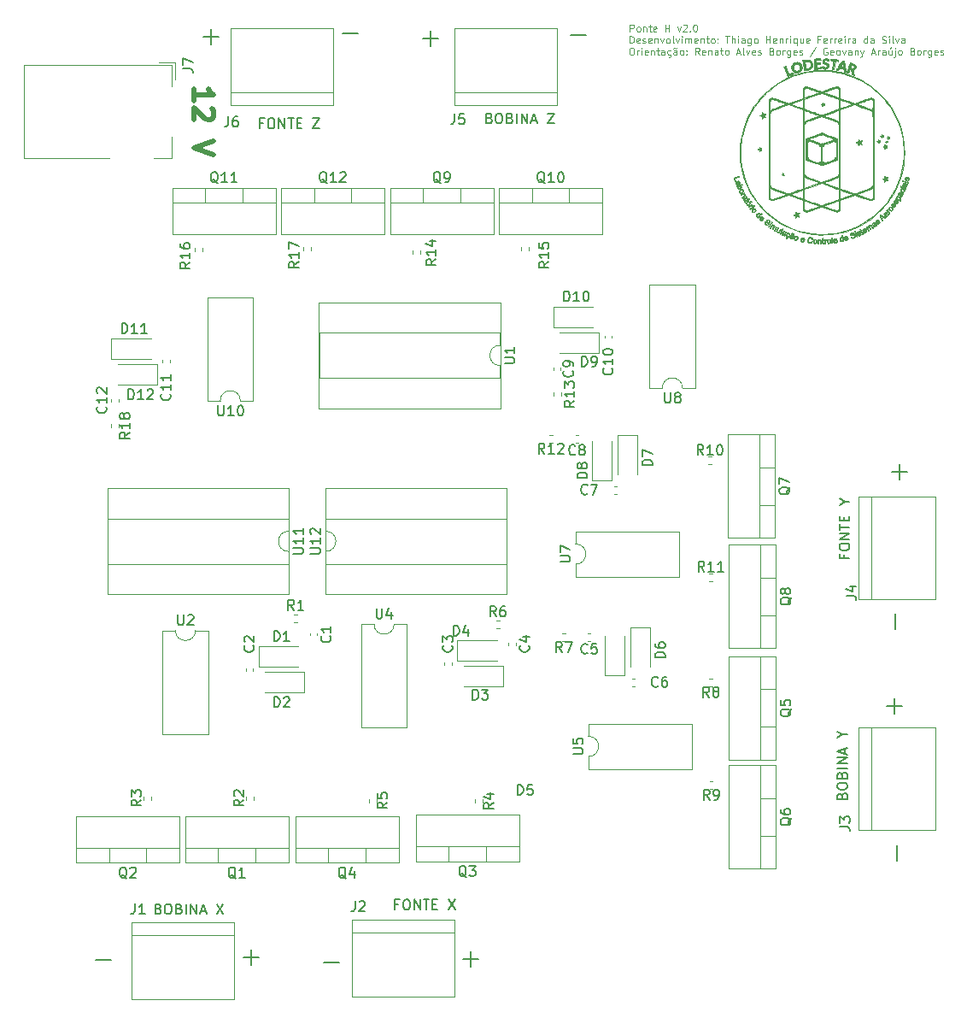
<source format=gto>
%TF.GenerationSoftware,KiCad,Pcbnew,(5.1.9)-1*%
%TF.CreationDate,2022-08-01T09:46:19-03:00*%
%TF.ProjectId,PonteH,506f6e74-6548-42e6-9b69-6361645f7063,rev?*%
%TF.SameCoordinates,Original*%
%TF.FileFunction,Legend,Top*%
%TF.FilePolarity,Positive*%
%FSLAX46Y46*%
G04 Gerber Fmt 4.6, Leading zero omitted, Abs format (unit mm)*
G04 Created by KiCad (PCBNEW (5.1.9)-1) date 2022-08-01 09:46:19*
%MOMM*%
%LPD*%
G01*
G04 APERTURE LIST*
%ADD10C,0.500000*%
%ADD11C,0.150000*%
%ADD12C,0.100000*%
%ADD13C,0.010000*%
%ADD14C,0.120000*%
G04 APERTURE END LIST*
D10*
X71307438Y-50324000D02*
X71307438Y-49181142D01*
X71307438Y-49752571D02*
X73307438Y-49752571D01*
X73021723Y-49562095D01*
X72831247Y-49371619D01*
X72736009Y-49181142D01*
X73116961Y-51085904D02*
X73212200Y-51181142D01*
X73307438Y-51371619D01*
X73307438Y-51847809D01*
X73212200Y-52038285D01*
X73116961Y-52133523D01*
X72926485Y-52228761D01*
X72736009Y-52228761D01*
X72450295Y-52133523D01*
X71307438Y-50990666D01*
X71307438Y-52228761D01*
X73307438Y-54324000D02*
X71307438Y-54990666D01*
X73307438Y-55657333D01*
D11*
X67815200Y-130382971D02*
X67958057Y-130430590D01*
X68005676Y-130478209D01*
X68053295Y-130573447D01*
X68053295Y-130716304D01*
X68005676Y-130811542D01*
X67958057Y-130859161D01*
X67862819Y-130906780D01*
X67481866Y-130906780D01*
X67481866Y-129906780D01*
X67815200Y-129906780D01*
X67910438Y-129954400D01*
X67958057Y-130002019D01*
X68005676Y-130097257D01*
X68005676Y-130192495D01*
X67958057Y-130287733D01*
X67910438Y-130335352D01*
X67815200Y-130382971D01*
X67481866Y-130382971D01*
X68672342Y-129906780D02*
X68862819Y-129906780D01*
X68958057Y-129954400D01*
X69053295Y-130049638D01*
X69100914Y-130240114D01*
X69100914Y-130573447D01*
X69053295Y-130763923D01*
X68958057Y-130859161D01*
X68862819Y-130906780D01*
X68672342Y-130906780D01*
X68577104Y-130859161D01*
X68481866Y-130763923D01*
X68434247Y-130573447D01*
X68434247Y-130240114D01*
X68481866Y-130049638D01*
X68577104Y-129954400D01*
X68672342Y-129906780D01*
X69862819Y-130382971D02*
X70005676Y-130430590D01*
X70053295Y-130478209D01*
X70100914Y-130573447D01*
X70100914Y-130716304D01*
X70053295Y-130811542D01*
X70005676Y-130859161D01*
X69910438Y-130906780D01*
X69529485Y-130906780D01*
X69529485Y-129906780D01*
X69862819Y-129906780D01*
X69958057Y-129954400D01*
X70005676Y-130002019D01*
X70053295Y-130097257D01*
X70053295Y-130192495D01*
X70005676Y-130287733D01*
X69958057Y-130335352D01*
X69862819Y-130382971D01*
X69529485Y-130382971D01*
X70529485Y-130906780D02*
X70529485Y-129906780D01*
X71005676Y-130906780D02*
X71005676Y-129906780D01*
X71577104Y-130906780D01*
X71577104Y-129906780D01*
X72005676Y-130621066D02*
X72481866Y-130621066D01*
X71910438Y-130906780D02*
X72243771Y-129906780D01*
X72577104Y-130906780D01*
X73577104Y-129906780D02*
X74243771Y-130906780D01*
X74243771Y-129906780D02*
X73577104Y-130906780D01*
X91587961Y-129951171D02*
X91254628Y-129951171D01*
X91254628Y-130474980D02*
X91254628Y-129474980D01*
X91730819Y-129474980D01*
X92302247Y-129474980D02*
X92492723Y-129474980D01*
X92587961Y-129522600D01*
X92683200Y-129617838D01*
X92730819Y-129808314D01*
X92730819Y-130141647D01*
X92683200Y-130332123D01*
X92587961Y-130427361D01*
X92492723Y-130474980D01*
X92302247Y-130474980D01*
X92207009Y-130427361D01*
X92111771Y-130332123D01*
X92064152Y-130141647D01*
X92064152Y-129808314D01*
X92111771Y-129617838D01*
X92207009Y-129522600D01*
X92302247Y-129474980D01*
X93159390Y-130474980D02*
X93159390Y-129474980D01*
X93730819Y-130474980D01*
X93730819Y-129474980D01*
X94064152Y-129474980D02*
X94635580Y-129474980D01*
X94349866Y-130474980D02*
X94349866Y-129474980D01*
X94968914Y-129951171D02*
X95302247Y-129951171D01*
X95445104Y-130474980D02*
X94968914Y-130474980D01*
X94968914Y-129474980D01*
X95445104Y-129474980D01*
X96540342Y-129474980D02*
X97207009Y-130474980D01*
X97207009Y-129474980D02*
X96540342Y-130474980D01*
X77723904Y-135188342D02*
X76200095Y-135188342D01*
X76962000Y-134426438D02*
X76962000Y-135950247D01*
X63144304Y-135467742D02*
X61620495Y-135467742D01*
X85724904Y-135670942D02*
X84201095Y-135670942D01*
X99517104Y-135340742D02*
X97993295Y-135340742D01*
X98755200Y-134578838D02*
X98755200Y-136102647D01*
X140750942Y-109499495D02*
X140750942Y-111023304D01*
X139989038Y-110261400D02*
X141512847Y-110261400D01*
X141030342Y-124079095D02*
X141030342Y-125602904D01*
X140801742Y-101193695D02*
X140801742Y-102717504D01*
X141258942Y-86360095D02*
X141258942Y-87883904D01*
X140497038Y-87122000D02*
X142020847Y-87122000D01*
X135564571Y-119182780D02*
X135612190Y-119039923D01*
X135659809Y-118992304D01*
X135755047Y-118944685D01*
X135897904Y-118944685D01*
X135993142Y-118992304D01*
X136040761Y-119039923D01*
X136088380Y-119135161D01*
X136088380Y-119516114D01*
X135088380Y-119516114D01*
X135088380Y-119182780D01*
X135136000Y-119087542D01*
X135183619Y-119039923D01*
X135278857Y-118992304D01*
X135374095Y-118992304D01*
X135469333Y-119039923D01*
X135516952Y-119087542D01*
X135564571Y-119182780D01*
X135564571Y-119516114D01*
X135088380Y-118325638D02*
X135088380Y-118135161D01*
X135136000Y-118039923D01*
X135231238Y-117944685D01*
X135421714Y-117897066D01*
X135755047Y-117897066D01*
X135945523Y-117944685D01*
X136040761Y-118039923D01*
X136088380Y-118135161D01*
X136088380Y-118325638D01*
X136040761Y-118420876D01*
X135945523Y-118516114D01*
X135755047Y-118563733D01*
X135421714Y-118563733D01*
X135231238Y-118516114D01*
X135136000Y-118420876D01*
X135088380Y-118325638D01*
X135564571Y-117135161D02*
X135612190Y-116992304D01*
X135659809Y-116944685D01*
X135755047Y-116897066D01*
X135897904Y-116897066D01*
X135993142Y-116944685D01*
X136040761Y-116992304D01*
X136088380Y-117087542D01*
X136088380Y-117468495D01*
X135088380Y-117468495D01*
X135088380Y-117135161D01*
X135136000Y-117039923D01*
X135183619Y-116992304D01*
X135278857Y-116944685D01*
X135374095Y-116944685D01*
X135469333Y-116992304D01*
X135516952Y-117039923D01*
X135564571Y-117135161D01*
X135564571Y-117468495D01*
X136088380Y-116468495D02*
X135088380Y-116468495D01*
X136088380Y-115992304D02*
X135088380Y-115992304D01*
X136088380Y-115420876D01*
X135088380Y-115420876D01*
X135802666Y-114992304D02*
X135802666Y-114516114D01*
X136088380Y-115087542D02*
X135088380Y-114754209D01*
X136088380Y-114420876D01*
X135612190Y-113135161D02*
X136088380Y-113135161D01*
X135088380Y-113468495D02*
X135612190Y-113135161D01*
X135088380Y-112801828D01*
X135767771Y-95333819D02*
X135767771Y-95667152D01*
X136291580Y-95667152D02*
X135291580Y-95667152D01*
X135291580Y-95190961D01*
X135291580Y-94619533D02*
X135291580Y-94429057D01*
X135339200Y-94333819D01*
X135434438Y-94238580D01*
X135624914Y-94190961D01*
X135958247Y-94190961D01*
X136148723Y-94238580D01*
X136243961Y-94333819D01*
X136291580Y-94429057D01*
X136291580Y-94619533D01*
X136243961Y-94714771D01*
X136148723Y-94810009D01*
X135958247Y-94857628D01*
X135624914Y-94857628D01*
X135434438Y-94810009D01*
X135339200Y-94714771D01*
X135291580Y-94619533D01*
X136291580Y-93762390D02*
X135291580Y-93762390D01*
X136291580Y-93190961D01*
X135291580Y-93190961D01*
X135291580Y-92857628D02*
X135291580Y-92286200D01*
X136291580Y-92571914D02*
X135291580Y-92571914D01*
X135767771Y-91952866D02*
X135767771Y-91619533D01*
X136291580Y-91476676D02*
X136291580Y-91952866D01*
X135291580Y-91952866D01*
X135291580Y-91476676D01*
X135815390Y-90095723D02*
X136291580Y-90095723D01*
X135291580Y-90429057D02*
X135815390Y-90095723D01*
X135291580Y-89762390D01*
X100606600Y-52074771D02*
X100749457Y-52122390D01*
X100797076Y-52170009D01*
X100844695Y-52265247D01*
X100844695Y-52408104D01*
X100797076Y-52503342D01*
X100749457Y-52550961D01*
X100654219Y-52598580D01*
X100273266Y-52598580D01*
X100273266Y-51598580D01*
X100606600Y-51598580D01*
X100701838Y-51646200D01*
X100749457Y-51693819D01*
X100797076Y-51789057D01*
X100797076Y-51884295D01*
X100749457Y-51979533D01*
X100701838Y-52027152D01*
X100606600Y-52074771D01*
X100273266Y-52074771D01*
X101463742Y-51598580D02*
X101654219Y-51598580D01*
X101749457Y-51646200D01*
X101844695Y-51741438D01*
X101892314Y-51931914D01*
X101892314Y-52265247D01*
X101844695Y-52455723D01*
X101749457Y-52550961D01*
X101654219Y-52598580D01*
X101463742Y-52598580D01*
X101368504Y-52550961D01*
X101273266Y-52455723D01*
X101225647Y-52265247D01*
X101225647Y-51931914D01*
X101273266Y-51741438D01*
X101368504Y-51646200D01*
X101463742Y-51598580D01*
X102654219Y-52074771D02*
X102797076Y-52122390D01*
X102844695Y-52170009D01*
X102892314Y-52265247D01*
X102892314Y-52408104D01*
X102844695Y-52503342D01*
X102797076Y-52550961D01*
X102701838Y-52598580D01*
X102320885Y-52598580D01*
X102320885Y-51598580D01*
X102654219Y-51598580D01*
X102749457Y-51646200D01*
X102797076Y-51693819D01*
X102844695Y-51789057D01*
X102844695Y-51884295D01*
X102797076Y-51979533D01*
X102749457Y-52027152D01*
X102654219Y-52074771D01*
X102320885Y-52074771D01*
X103320885Y-52598580D02*
X103320885Y-51598580D01*
X103797076Y-52598580D02*
X103797076Y-51598580D01*
X104368504Y-52598580D01*
X104368504Y-51598580D01*
X104797076Y-52312866D02*
X105273266Y-52312866D01*
X104701838Y-52598580D02*
X105035171Y-51598580D01*
X105368504Y-52598580D01*
X106368504Y-51598580D02*
X107035171Y-51598580D01*
X106368504Y-52598580D01*
X107035171Y-52598580D01*
X78176761Y-52557371D02*
X77843428Y-52557371D01*
X77843428Y-53081180D02*
X77843428Y-52081180D01*
X78319619Y-52081180D01*
X78891047Y-52081180D02*
X79081523Y-52081180D01*
X79176761Y-52128800D01*
X79272000Y-52224038D01*
X79319619Y-52414514D01*
X79319619Y-52747847D01*
X79272000Y-52938323D01*
X79176761Y-53033561D01*
X79081523Y-53081180D01*
X78891047Y-53081180D01*
X78795809Y-53033561D01*
X78700571Y-52938323D01*
X78652952Y-52747847D01*
X78652952Y-52414514D01*
X78700571Y-52224038D01*
X78795809Y-52128800D01*
X78891047Y-52081180D01*
X79748190Y-53081180D02*
X79748190Y-52081180D01*
X80319619Y-53081180D01*
X80319619Y-52081180D01*
X80652952Y-52081180D02*
X81224380Y-52081180D01*
X80938666Y-53081180D02*
X80938666Y-52081180D01*
X81557714Y-52557371D02*
X81891047Y-52557371D01*
X82033904Y-53081180D02*
X81557714Y-53081180D01*
X81557714Y-52081180D01*
X82033904Y-52081180D01*
X83129142Y-52081180D02*
X83795809Y-52081180D01*
X83129142Y-53081180D01*
X83795809Y-53081180D01*
X94056295Y-44135657D02*
X95580104Y-44135657D01*
X94818200Y-44897561D02*
X94818200Y-43373752D01*
X108635895Y-43856257D02*
X110159704Y-43856257D01*
X86055295Y-43653057D02*
X87579104Y-43653057D01*
X72263095Y-43983257D02*
X73786904Y-43983257D01*
X73025000Y-44745161D02*
X73025000Y-43221352D01*
D12*
X114531666Y-43489666D02*
X114531666Y-42789666D01*
X114798333Y-42789666D01*
X114865000Y-42823000D01*
X114898333Y-42856333D01*
X114931666Y-42923000D01*
X114931666Y-43023000D01*
X114898333Y-43089666D01*
X114865000Y-43123000D01*
X114798333Y-43156333D01*
X114531666Y-43156333D01*
X115331666Y-43489666D02*
X115265000Y-43456333D01*
X115231666Y-43423000D01*
X115198333Y-43356333D01*
X115198333Y-43156333D01*
X115231666Y-43089666D01*
X115265000Y-43056333D01*
X115331666Y-43023000D01*
X115431666Y-43023000D01*
X115498333Y-43056333D01*
X115531666Y-43089666D01*
X115565000Y-43156333D01*
X115565000Y-43356333D01*
X115531666Y-43423000D01*
X115498333Y-43456333D01*
X115431666Y-43489666D01*
X115331666Y-43489666D01*
X115865000Y-43023000D02*
X115865000Y-43489666D01*
X115865000Y-43089666D02*
X115898333Y-43056333D01*
X115965000Y-43023000D01*
X116065000Y-43023000D01*
X116131666Y-43056333D01*
X116165000Y-43123000D01*
X116165000Y-43489666D01*
X116398333Y-43023000D02*
X116665000Y-43023000D01*
X116498333Y-42789666D02*
X116498333Y-43389666D01*
X116531666Y-43456333D01*
X116598333Y-43489666D01*
X116665000Y-43489666D01*
X117165000Y-43456333D02*
X117098333Y-43489666D01*
X116965000Y-43489666D01*
X116898333Y-43456333D01*
X116865000Y-43389666D01*
X116865000Y-43123000D01*
X116898333Y-43056333D01*
X116965000Y-43023000D01*
X117098333Y-43023000D01*
X117165000Y-43056333D01*
X117198333Y-43123000D01*
X117198333Y-43189666D01*
X116865000Y-43256333D01*
X118031666Y-43489666D02*
X118031666Y-42789666D01*
X118031666Y-43123000D02*
X118431666Y-43123000D01*
X118431666Y-43489666D02*
X118431666Y-42789666D01*
X119231666Y-43023000D02*
X119398333Y-43489666D01*
X119565000Y-43023000D01*
X119798333Y-42856333D02*
X119831666Y-42823000D01*
X119898333Y-42789666D01*
X120065000Y-42789666D01*
X120131666Y-42823000D01*
X120165000Y-42856333D01*
X120198333Y-42923000D01*
X120198333Y-42989666D01*
X120165000Y-43089666D01*
X119765000Y-43489666D01*
X120198333Y-43489666D01*
X120498333Y-43423000D02*
X120531666Y-43456333D01*
X120498333Y-43489666D01*
X120465000Y-43456333D01*
X120498333Y-43423000D01*
X120498333Y-43489666D01*
X120965000Y-42789666D02*
X121031666Y-42789666D01*
X121098333Y-42823000D01*
X121131666Y-42856333D01*
X121165000Y-42923000D01*
X121198333Y-43056333D01*
X121198333Y-43223000D01*
X121165000Y-43356333D01*
X121131666Y-43423000D01*
X121098333Y-43456333D01*
X121031666Y-43489666D01*
X120965000Y-43489666D01*
X120898333Y-43456333D01*
X120865000Y-43423000D01*
X120831666Y-43356333D01*
X120798333Y-43223000D01*
X120798333Y-43056333D01*
X120831666Y-42923000D01*
X120865000Y-42856333D01*
X120898333Y-42823000D01*
X120965000Y-42789666D01*
X114531666Y-44639666D02*
X114531666Y-43939666D01*
X114698333Y-43939666D01*
X114798333Y-43973000D01*
X114865000Y-44039666D01*
X114898333Y-44106333D01*
X114931666Y-44239666D01*
X114931666Y-44339666D01*
X114898333Y-44473000D01*
X114865000Y-44539666D01*
X114798333Y-44606333D01*
X114698333Y-44639666D01*
X114531666Y-44639666D01*
X115498333Y-44606333D02*
X115431666Y-44639666D01*
X115298333Y-44639666D01*
X115231666Y-44606333D01*
X115198333Y-44539666D01*
X115198333Y-44273000D01*
X115231666Y-44206333D01*
X115298333Y-44173000D01*
X115431666Y-44173000D01*
X115498333Y-44206333D01*
X115531666Y-44273000D01*
X115531666Y-44339666D01*
X115198333Y-44406333D01*
X115798333Y-44606333D02*
X115865000Y-44639666D01*
X115998333Y-44639666D01*
X116065000Y-44606333D01*
X116098333Y-44539666D01*
X116098333Y-44506333D01*
X116065000Y-44439666D01*
X115998333Y-44406333D01*
X115898333Y-44406333D01*
X115831666Y-44373000D01*
X115798333Y-44306333D01*
X115798333Y-44273000D01*
X115831666Y-44206333D01*
X115898333Y-44173000D01*
X115998333Y-44173000D01*
X116065000Y-44206333D01*
X116665000Y-44606333D02*
X116598333Y-44639666D01*
X116465000Y-44639666D01*
X116398333Y-44606333D01*
X116365000Y-44539666D01*
X116365000Y-44273000D01*
X116398333Y-44206333D01*
X116465000Y-44173000D01*
X116598333Y-44173000D01*
X116665000Y-44206333D01*
X116698333Y-44273000D01*
X116698333Y-44339666D01*
X116365000Y-44406333D01*
X116998333Y-44173000D02*
X116998333Y-44639666D01*
X116998333Y-44239666D02*
X117031666Y-44206333D01*
X117098333Y-44173000D01*
X117198333Y-44173000D01*
X117265000Y-44206333D01*
X117298333Y-44273000D01*
X117298333Y-44639666D01*
X117565000Y-44173000D02*
X117731666Y-44639666D01*
X117898333Y-44173000D01*
X118265000Y-44639666D02*
X118198333Y-44606333D01*
X118165000Y-44573000D01*
X118131666Y-44506333D01*
X118131666Y-44306333D01*
X118165000Y-44239666D01*
X118198333Y-44206333D01*
X118265000Y-44173000D01*
X118365000Y-44173000D01*
X118431666Y-44206333D01*
X118465000Y-44239666D01*
X118498333Y-44306333D01*
X118498333Y-44506333D01*
X118465000Y-44573000D01*
X118431666Y-44606333D01*
X118365000Y-44639666D01*
X118265000Y-44639666D01*
X118898333Y-44639666D02*
X118831666Y-44606333D01*
X118798333Y-44539666D01*
X118798333Y-43939666D01*
X119098333Y-44173000D02*
X119265000Y-44639666D01*
X119431666Y-44173000D01*
X119698333Y-44639666D02*
X119698333Y-44173000D01*
X119698333Y-43939666D02*
X119665000Y-43973000D01*
X119698333Y-44006333D01*
X119731666Y-43973000D01*
X119698333Y-43939666D01*
X119698333Y-44006333D01*
X120031666Y-44639666D02*
X120031666Y-44173000D01*
X120031666Y-44239666D02*
X120065000Y-44206333D01*
X120131666Y-44173000D01*
X120231666Y-44173000D01*
X120298333Y-44206333D01*
X120331666Y-44273000D01*
X120331666Y-44639666D01*
X120331666Y-44273000D02*
X120365000Y-44206333D01*
X120431666Y-44173000D01*
X120531666Y-44173000D01*
X120598333Y-44206333D01*
X120631666Y-44273000D01*
X120631666Y-44639666D01*
X121231666Y-44606333D02*
X121165000Y-44639666D01*
X121031666Y-44639666D01*
X120965000Y-44606333D01*
X120931666Y-44539666D01*
X120931666Y-44273000D01*
X120965000Y-44206333D01*
X121031666Y-44173000D01*
X121165000Y-44173000D01*
X121231666Y-44206333D01*
X121265000Y-44273000D01*
X121265000Y-44339666D01*
X120931666Y-44406333D01*
X121565000Y-44173000D02*
X121565000Y-44639666D01*
X121565000Y-44239666D02*
X121598333Y-44206333D01*
X121665000Y-44173000D01*
X121765000Y-44173000D01*
X121831666Y-44206333D01*
X121865000Y-44273000D01*
X121865000Y-44639666D01*
X122098333Y-44173000D02*
X122365000Y-44173000D01*
X122198333Y-43939666D02*
X122198333Y-44539666D01*
X122231666Y-44606333D01*
X122298333Y-44639666D01*
X122365000Y-44639666D01*
X122698333Y-44639666D02*
X122631666Y-44606333D01*
X122598333Y-44573000D01*
X122565000Y-44506333D01*
X122565000Y-44306333D01*
X122598333Y-44239666D01*
X122631666Y-44206333D01*
X122698333Y-44173000D01*
X122798333Y-44173000D01*
X122865000Y-44206333D01*
X122898333Y-44239666D01*
X122931666Y-44306333D01*
X122931666Y-44506333D01*
X122898333Y-44573000D01*
X122865000Y-44606333D01*
X122798333Y-44639666D01*
X122698333Y-44639666D01*
X123231666Y-44573000D02*
X123265000Y-44606333D01*
X123231666Y-44639666D01*
X123198333Y-44606333D01*
X123231666Y-44573000D01*
X123231666Y-44639666D01*
X123231666Y-44206333D02*
X123265000Y-44239666D01*
X123231666Y-44273000D01*
X123198333Y-44239666D01*
X123231666Y-44206333D01*
X123231666Y-44273000D01*
X123998333Y-43939666D02*
X124398333Y-43939666D01*
X124198333Y-44639666D02*
X124198333Y-43939666D01*
X124631666Y-44639666D02*
X124631666Y-43939666D01*
X124931666Y-44639666D02*
X124931666Y-44273000D01*
X124898333Y-44206333D01*
X124831666Y-44173000D01*
X124731666Y-44173000D01*
X124665000Y-44206333D01*
X124631666Y-44239666D01*
X125265000Y-44639666D02*
X125265000Y-44173000D01*
X125265000Y-43939666D02*
X125231666Y-43973000D01*
X125265000Y-44006333D01*
X125298333Y-43973000D01*
X125265000Y-43939666D01*
X125265000Y-44006333D01*
X125898333Y-44639666D02*
X125898333Y-44273000D01*
X125865000Y-44206333D01*
X125798333Y-44173000D01*
X125665000Y-44173000D01*
X125598333Y-44206333D01*
X125898333Y-44606333D02*
X125831666Y-44639666D01*
X125665000Y-44639666D01*
X125598333Y-44606333D01*
X125565000Y-44539666D01*
X125565000Y-44473000D01*
X125598333Y-44406333D01*
X125665000Y-44373000D01*
X125831666Y-44373000D01*
X125898333Y-44339666D01*
X126531666Y-44173000D02*
X126531666Y-44739666D01*
X126498333Y-44806333D01*
X126465000Y-44839666D01*
X126398333Y-44873000D01*
X126298333Y-44873000D01*
X126231666Y-44839666D01*
X126531666Y-44606333D02*
X126465000Y-44639666D01*
X126331666Y-44639666D01*
X126265000Y-44606333D01*
X126231666Y-44573000D01*
X126198333Y-44506333D01*
X126198333Y-44306333D01*
X126231666Y-44239666D01*
X126265000Y-44206333D01*
X126331666Y-44173000D01*
X126465000Y-44173000D01*
X126531666Y-44206333D01*
X126965000Y-44639666D02*
X126898333Y-44606333D01*
X126865000Y-44573000D01*
X126831666Y-44506333D01*
X126831666Y-44306333D01*
X126865000Y-44239666D01*
X126898333Y-44206333D01*
X126965000Y-44173000D01*
X127065000Y-44173000D01*
X127131666Y-44206333D01*
X127165000Y-44239666D01*
X127198333Y-44306333D01*
X127198333Y-44506333D01*
X127165000Y-44573000D01*
X127131666Y-44606333D01*
X127065000Y-44639666D01*
X126965000Y-44639666D01*
X128031666Y-44639666D02*
X128031666Y-43939666D01*
X128031666Y-44273000D02*
X128431666Y-44273000D01*
X128431666Y-44639666D02*
X128431666Y-43939666D01*
X129031666Y-44606333D02*
X128965000Y-44639666D01*
X128831666Y-44639666D01*
X128765000Y-44606333D01*
X128731666Y-44539666D01*
X128731666Y-44273000D01*
X128765000Y-44206333D01*
X128831666Y-44173000D01*
X128965000Y-44173000D01*
X129031666Y-44206333D01*
X129065000Y-44273000D01*
X129065000Y-44339666D01*
X128731666Y-44406333D01*
X129365000Y-44173000D02*
X129365000Y-44639666D01*
X129365000Y-44239666D02*
X129398333Y-44206333D01*
X129465000Y-44173000D01*
X129565000Y-44173000D01*
X129631666Y-44206333D01*
X129665000Y-44273000D01*
X129665000Y-44639666D01*
X129998333Y-44639666D02*
X129998333Y-44173000D01*
X129998333Y-44306333D02*
X130031666Y-44239666D01*
X130065000Y-44206333D01*
X130131666Y-44173000D01*
X130198333Y-44173000D01*
X130431666Y-44639666D02*
X130431666Y-44173000D01*
X130431666Y-43939666D02*
X130398333Y-43973000D01*
X130431666Y-44006333D01*
X130465000Y-43973000D01*
X130431666Y-43939666D01*
X130431666Y-44006333D01*
X131065000Y-44173000D02*
X131065000Y-44873000D01*
X131065000Y-44606333D02*
X130998333Y-44639666D01*
X130865000Y-44639666D01*
X130798333Y-44606333D01*
X130765000Y-44573000D01*
X130731666Y-44506333D01*
X130731666Y-44306333D01*
X130765000Y-44239666D01*
X130798333Y-44206333D01*
X130865000Y-44173000D01*
X130998333Y-44173000D01*
X131065000Y-44206333D01*
X131698333Y-44173000D02*
X131698333Y-44639666D01*
X131398333Y-44173000D02*
X131398333Y-44539666D01*
X131431666Y-44606333D01*
X131498333Y-44639666D01*
X131598333Y-44639666D01*
X131665000Y-44606333D01*
X131698333Y-44573000D01*
X132298333Y-44606333D02*
X132231666Y-44639666D01*
X132098333Y-44639666D01*
X132031666Y-44606333D01*
X131998333Y-44539666D01*
X131998333Y-44273000D01*
X132031666Y-44206333D01*
X132098333Y-44173000D01*
X132231666Y-44173000D01*
X132298333Y-44206333D01*
X132331666Y-44273000D01*
X132331666Y-44339666D01*
X131998333Y-44406333D01*
X133398333Y-44273000D02*
X133165000Y-44273000D01*
X133165000Y-44639666D02*
X133165000Y-43939666D01*
X133498333Y-43939666D01*
X134031666Y-44606333D02*
X133965000Y-44639666D01*
X133831666Y-44639666D01*
X133765000Y-44606333D01*
X133731666Y-44539666D01*
X133731666Y-44273000D01*
X133765000Y-44206333D01*
X133831666Y-44173000D01*
X133965000Y-44173000D01*
X134031666Y-44206333D01*
X134065000Y-44273000D01*
X134065000Y-44339666D01*
X133731666Y-44406333D01*
X134365000Y-44639666D02*
X134365000Y-44173000D01*
X134365000Y-44306333D02*
X134398333Y-44239666D01*
X134431666Y-44206333D01*
X134498333Y-44173000D01*
X134565000Y-44173000D01*
X134798333Y-44639666D02*
X134798333Y-44173000D01*
X134798333Y-44306333D02*
X134831666Y-44239666D01*
X134865000Y-44206333D01*
X134931666Y-44173000D01*
X134998333Y-44173000D01*
X135498333Y-44606333D02*
X135431666Y-44639666D01*
X135298333Y-44639666D01*
X135231666Y-44606333D01*
X135198333Y-44539666D01*
X135198333Y-44273000D01*
X135231666Y-44206333D01*
X135298333Y-44173000D01*
X135431666Y-44173000D01*
X135498333Y-44206333D01*
X135531666Y-44273000D01*
X135531666Y-44339666D01*
X135198333Y-44406333D01*
X135831666Y-44639666D02*
X135831666Y-44173000D01*
X135831666Y-43939666D02*
X135798333Y-43973000D01*
X135831666Y-44006333D01*
X135865000Y-43973000D01*
X135831666Y-43939666D01*
X135831666Y-44006333D01*
X136165000Y-44639666D02*
X136165000Y-44173000D01*
X136165000Y-44306333D02*
X136198333Y-44239666D01*
X136231666Y-44206333D01*
X136298333Y-44173000D01*
X136365000Y-44173000D01*
X136898333Y-44639666D02*
X136898333Y-44273000D01*
X136865000Y-44206333D01*
X136798333Y-44173000D01*
X136665000Y-44173000D01*
X136598333Y-44206333D01*
X136898333Y-44606333D02*
X136831666Y-44639666D01*
X136665000Y-44639666D01*
X136598333Y-44606333D01*
X136565000Y-44539666D01*
X136565000Y-44473000D01*
X136598333Y-44406333D01*
X136665000Y-44373000D01*
X136831666Y-44373000D01*
X136898333Y-44339666D01*
X138065000Y-44639666D02*
X138065000Y-43939666D01*
X138065000Y-44606333D02*
X137998333Y-44639666D01*
X137865000Y-44639666D01*
X137798333Y-44606333D01*
X137765000Y-44573000D01*
X137731666Y-44506333D01*
X137731666Y-44306333D01*
X137765000Y-44239666D01*
X137798333Y-44206333D01*
X137865000Y-44173000D01*
X137998333Y-44173000D01*
X138065000Y-44206333D01*
X138698333Y-44639666D02*
X138698333Y-44273000D01*
X138665000Y-44206333D01*
X138598333Y-44173000D01*
X138465000Y-44173000D01*
X138398333Y-44206333D01*
X138698333Y-44606333D02*
X138631666Y-44639666D01*
X138465000Y-44639666D01*
X138398333Y-44606333D01*
X138365000Y-44539666D01*
X138365000Y-44473000D01*
X138398333Y-44406333D01*
X138465000Y-44373000D01*
X138631666Y-44373000D01*
X138698333Y-44339666D01*
X139531666Y-44606333D02*
X139631666Y-44639666D01*
X139798333Y-44639666D01*
X139865000Y-44606333D01*
X139898333Y-44573000D01*
X139931666Y-44506333D01*
X139931666Y-44439666D01*
X139898333Y-44373000D01*
X139865000Y-44339666D01*
X139798333Y-44306333D01*
X139665000Y-44273000D01*
X139598333Y-44239666D01*
X139565000Y-44206333D01*
X139531666Y-44139666D01*
X139531666Y-44073000D01*
X139565000Y-44006333D01*
X139598333Y-43973000D01*
X139665000Y-43939666D01*
X139831666Y-43939666D01*
X139931666Y-43973000D01*
X140231666Y-44639666D02*
X140231666Y-44173000D01*
X140231666Y-43939666D02*
X140198333Y-43973000D01*
X140231666Y-44006333D01*
X140265000Y-43973000D01*
X140231666Y-43939666D01*
X140231666Y-44006333D01*
X140665000Y-44639666D02*
X140598333Y-44606333D01*
X140565000Y-44539666D01*
X140565000Y-43939666D01*
X140865000Y-44173000D02*
X141031666Y-44639666D01*
X141198333Y-44173000D01*
X141765000Y-44639666D02*
X141765000Y-44273000D01*
X141731666Y-44206333D01*
X141665000Y-44173000D01*
X141531666Y-44173000D01*
X141465000Y-44206333D01*
X141765000Y-44606333D02*
X141698333Y-44639666D01*
X141531666Y-44639666D01*
X141465000Y-44606333D01*
X141431666Y-44539666D01*
X141431666Y-44473000D01*
X141465000Y-44406333D01*
X141531666Y-44373000D01*
X141698333Y-44373000D01*
X141765000Y-44339666D01*
X114665000Y-45089666D02*
X114798333Y-45089666D01*
X114865000Y-45123000D01*
X114931666Y-45189666D01*
X114965000Y-45323000D01*
X114965000Y-45556333D01*
X114931666Y-45689666D01*
X114865000Y-45756333D01*
X114798333Y-45789666D01*
X114665000Y-45789666D01*
X114598333Y-45756333D01*
X114531666Y-45689666D01*
X114498333Y-45556333D01*
X114498333Y-45323000D01*
X114531666Y-45189666D01*
X114598333Y-45123000D01*
X114665000Y-45089666D01*
X115265000Y-45789666D02*
X115265000Y-45323000D01*
X115265000Y-45456333D02*
X115298333Y-45389666D01*
X115331666Y-45356333D01*
X115398333Y-45323000D01*
X115465000Y-45323000D01*
X115698333Y-45789666D02*
X115698333Y-45323000D01*
X115698333Y-45089666D02*
X115665000Y-45123000D01*
X115698333Y-45156333D01*
X115731666Y-45123000D01*
X115698333Y-45089666D01*
X115698333Y-45156333D01*
X116298333Y-45756333D02*
X116231666Y-45789666D01*
X116098333Y-45789666D01*
X116031666Y-45756333D01*
X115998333Y-45689666D01*
X115998333Y-45423000D01*
X116031666Y-45356333D01*
X116098333Y-45323000D01*
X116231666Y-45323000D01*
X116298333Y-45356333D01*
X116331666Y-45423000D01*
X116331666Y-45489666D01*
X115998333Y-45556333D01*
X116631666Y-45323000D02*
X116631666Y-45789666D01*
X116631666Y-45389666D02*
X116665000Y-45356333D01*
X116731666Y-45323000D01*
X116831666Y-45323000D01*
X116898333Y-45356333D01*
X116931666Y-45423000D01*
X116931666Y-45789666D01*
X117165000Y-45323000D02*
X117431666Y-45323000D01*
X117265000Y-45089666D02*
X117265000Y-45689666D01*
X117298333Y-45756333D01*
X117365000Y-45789666D01*
X117431666Y-45789666D01*
X117965000Y-45789666D02*
X117965000Y-45423000D01*
X117931666Y-45356333D01*
X117865000Y-45323000D01*
X117731666Y-45323000D01*
X117665000Y-45356333D01*
X117965000Y-45756333D02*
X117898333Y-45789666D01*
X117731666Y-45789666D01*
X117665000Y-45756333D01*
X117631666Y-45689666D01*
X117631666Y-45623000D01*
X117665000Y-45556333D01*
X117731666Y-45523000D01*
X117898333Y-45523000D01*
X117965000Y-45489666D01*
X118598333Y-45756333D02*
X118531666Y-45789666D01*
X118398333Y-45789666D01*
X118331666Y-45756333D01*
X118298333Y-45723000D01*
X118265000Y-45656333D01*
X118265000Y-45456333D01*
X118298333Y-45389666D01*
X118331666Y-45356333D01*
X118398333Y-45323000D01*
X118531666Y-45323000D01*
X118598333Y-45356333D01*
X118465000Y-45823000D02*
X118531666Y-45856333D01*
X118565000Y-45923000D01*
X118531666Y-45989666D01*
X118465000Y-46023000D01*
X118365000Y-46023000D01*
X119198333Y-45789666D02*
X119198333Y-45423000D01*
X119165000Y-45356333D01*
X119098333Y-45323000D01*
X118965000Y-45323000D01*
X118898333Y-45356333D01*
X119198333Y-45756333D02*
X119131666Y-45789666D01*
X118965000Y-45789666D01*
X118898333Y-45756333D01*
X118865000Y-45689666D01*
X118865000Y-45623000D01*
X118898333Y-45556333D01*
X118965000Y-45523000D01*
X119131666Y-45523000D01*
X119198333Y-45489666D01*
X118865000Y-45156333D02*
X118898333Y-45123000D01*
X118965000Y-45089666D01*
X119098333Y-45156333D01*
X119165000Y-45123000D01*
X119198333Y-45089666D01*
X119631666Y-45789666D02*
X119565000Y-45756333D01*
X119531666Y-45723000D01*
X119498333Y-45656333D01*
X119498333Y-45456333D01*
X119531666Y-45389666D01*
X119565000Y-45356333D01*
X119631666Y-45323000D01*
X119731666Y-45323000D01*
X119798333Y-45356333D01*
X119831666Y-45389666D01*
X119865000Y-45456333D01*
X119865000Y-45656333D01*
X119831666Y-45723000D01*
X119798333Y-45756333D01*
X119731666Y-45789666D01*
X119631666Y-45789666D01*
X120165000Y-45723000D02*
X120198333Y-45756333D01*
X120165000Y-45789666D01*
X120131666Y-45756333D01*
X120165000Y-45723000D01*
X120165000Y-45789666D01*
X120165000Y-45356333D02*
X120198333Y-45389666D01*
X120165000Y-45423000D01*
X120131666Y-45389666D01*
X120165000Y-45356333D01*
X120165000Y-45423000D01*
X121431666Y-45789666D02*
X121198333Y-45456333D01*
X121031666Y-45789666D02*
X121031666Y-45089666D01*
X121298333Y-45089666D01*
X121365000Y-45123000D01*
X121398333Y-45156333D01*
X121431666Y-45223000D01*
X121431666Y-45323000D01*
X121398333Y-45389666D01*
X121365000Y-45423000D01*
X121298333Y-45456333D01*
X121031666Y-45456333D01*
X121998333Y-45756333D02*
X121931666Y-45789666D01*
X121798333Y-45789666D01*
X121731666Y-45756333D01*
X121698333Y-45689666D01*
X121698333Y-45423000D01*
X121731666Y-45356333D01*
X121798333Y-45323000D01*
X121931666Y-45323000D01*
X121998333Y-45356333D01*
X122031666Y-45423000D01*
X122031666Y-45489666D01*
X121698333Y-45556333D01*
X122331666Y-45323000D02*
X122331666Y-45789666D01*
X122331666Y-45389666D02*
X122365000Y-45356333D01*
X122431666Y-45323000D01*
X122531666Y-45323000D01*
X122598333Y-45356333D01*
X122631666Y-45423000D01*
X122631666Y-45789666D01*
X123265000Y-45789666D02*
X123265000Y-45423000D01*
X123231666Y-45356333D01*
X123165000Y-45323000D01*
X123031666Y-45323000D01*
X122965000Y-45356333D01*
X123265000Y-45756333D02*
X123198333Y-45789666D01*
X123031666Y-45789666D01*
X122965000Y-45756333D01*
X122931666Y-45689666D01*
X122931666Y-45623000D01*
X122965000Y-45556333D01*
X123031666Y-45523000D01*
X123198333Y-45523000D01*
X123265000Y-45489666D01*
X123498333Y-45323000D02*
X123765000Y-45323000D01*
X123598333Y-45089666D02*
X123598333Y-45689666D01*
X123631666Y-45756333D01*
X123698333Y-45789666D01*
X123765000Y-45789666D01*
X124098333Y-45789666D02*
X124031666Y-45756333D01*
X123998333Y-45723000D01*
X123965000Y-45656333D01*
X123965000Y-45456333D01*
X123998333Y-45389666D01*
X124031666Y-45356333D01*
X124098333Y-45323000D01*
X124198333Y-45323000D01*
X124265000Y-45356333D01*
X124298333Y-45389666D01*
X124331666Y-45456333D01*
X124331666Y-45656333D01*
X124298333Y-45723000D01*
X124265000Y-45756333D01*
X124198333Y-45789666D01*
X124098333Y-45789666D01*
X125131666Y-45589666D02*
X125465000Y-45589666D01*
X125065000Y-45789666D02*
X125298333Y-45089666D01*
X125531666Y-45789666D01*
X125865000Y-45789666D02*
X125798333Y-45756333D01*
X125765000Y-45689666D01*
X125765000Y-45089666D01*
X126065000Y-45323000D02*
X126231666Y-45789666D01*
X126398333Y-45323000D01*
X126931666Y-45756333D02*
X126865000Y-45789666D01*
X126731666Y-45789666D01*
X126665000Y-45756333D01*
X126631666Y-45689666D01*
X126631666Y-45423000D01*
X126665000Y-45356333D01*
X126731666Y-45323000D01*
X126865000Y-45323000D01*
X126931666Y-45356333D01*
X126965000Y-45423000D01*
X126965000Y-45489666D01*
X126631666Y-45556333D01*
X127231666Y-45756333D02*
X127298333Y-45789666D01*
X127431666Y-45789666D01*
X127498333Y-45756333D01*
X127531666Y-45689666D01*
X127531666Y-45656333D01*
X127498333Y-45589666D01*
X127431666Y-45556333D01*
X127331666Y-45556333D01*
X127265000Y-45523000D01*
X127231666Y-45456333D01*
X127231666Y-45423000D01*
X127265000Y-45356333D01*
X127331666Y-45323000D01*
X127431666Y-45323000D01*
X127498333Y-45356333D01*
X128598333Y-45423000D02*
X128698333Y-45456333D01*
X128731666Y-45489666D01*
X128765000Y-45556333D01*
X128765000Y-45656333D01*
X128731666Y-45723000D01*
X128698333Y-45756333D01*
X128631666Y-45789666D01*
X128365000Y-45789666D01*
X128365000Y-45089666D01*
X128598333Y-45089666D01*
X128665000Y-45123000D01*
X128698333Y-45156333D01*
X128731666Y-45223000D01*
X128731666Y-45289666D01*
X128698333Y-45356333D01*
X128665000Y-45389666D01*
X128598333Y-45423000D01*
X128365000Y-45423000D01*
X129165000Y-45789666D02*
X129098333Y-45756333D01*
X129065000Y-45723000D01*
X129031666Y-45656333D01*
X129031666Y-45456333D01*
X129065000Y-45389666D01*
X129098333Y-45356333D01*
X129165000Y-45323000D01*
X129265000Y-45323000D01*
X129331666Y-45356333D01*
X129365000Y-45389666D01*
X129398333Y-45456333D01*
X129398333Y-45656333D01*
X129365000Y-45723000D01*
X129331666Y-45756333D01*
X129265000Y-45789666D01*
X129165000Y-45789666D01*
X129698333Y-45789666D02*
X129698333Y-45323000D01*
X129698333Y-45456333D02*
X129731666Y-45389666D01*
X129765000Y-45356333D01*
X129831666Y-45323000D01*
X129898333Y-45323000D01*
X130431666Y-45323000D02*
X130431666Y-45889666D01*
X130398333Y-45956333D01*
X130365000Y-45989666D01*
X130298333Y-46023000D01*
X130198333Y-46023000D01*
X130131666Y-45989666D01*
X130431666Y-45756333D02*
X130365000Y-45789666D01*
X130231666Y-45789666D01*
X130165000Y-45756333D01*
X130131666Y-45723000D01*
X130098333Y-45656333D01*
X130098333Y-45456333D01*
X130131666Y-45389666D01*
X130165000Y-45356333D01*
X130231666Y-45323000D01*
X130365000Y-45323000D01*
X130431666Y-45356333D01*
X131031666Y-45756333D02*
X130965000Y-45789666D01*
X130831666Y-45789666D01*
X130765000Y-45756333D01*
X130731666Y-45689666D01*
X130731666Y-45423000D01*
X130765000Y-45356333D01*
X130831666Y-45323000D01*
X130965000Y-45323000D01*
X131031666Y-45356333D01*
X131065000Y-45423000D01*
X131065000Y-45489666D01*
X130731666Y-45556333D01*
X131331666Y-45756333D02*
X131398333Y-45789666D01*
X131531666Y-45789666D01*
X131598333Y-45756333D01*
X131631666Y-45689666D01*
X131631666Y-45656333D01*
X131598333Y-45589666D01*
X131531666Y-45556333D01*
X131431666Y-45556333D01*
X131365000Y-45523000D01*
X131331666Y-45456333D01*
X131331666Y-45423000D01*
X131365000Y-45356333D01*
X131431666Y-45323000D01*
X131531666Y-45323000D01*
X131598333Y-45356333D01*
X132965000Y-45056333D02*
X132365000Y-45956333D01*
X134098333Y-45123000D02*
X134031666Y-45089666D01*
X133931666Y-45089666D01*
X133831666Y-45123000D01*
X133765000Y-45189666D01*
X133731666Y-45256333D01*
X133698333Y-45389666D01*
X133698333Y-45489666D01*
X133731666Y-45623000D01*
X133765000Y-45689666D01*
X133831666Y-45756333D01*
X133931666Y-45789666D01*
X133998333Y-45789666D01*
X134098333Y-45756333D01*
X134131666Y-45723000D01*
X134131666Y-45489666D01*
X133998333Y-45489666D01*
X134698333Y-45756333D02*
X134631666Y-45789666D01*
X134498333Y-45789666D01*
X134431666Y-45756333D01*
X134398333Y-45689666D01*
X134398333Y-45423000D01*
X134431666Y-45356333D01*
X134498333Y-45323000D01*
X134631666Y-45323000D01*
X134698333Y-45356333D01*
X134731666Y-45423000D01*
X134731666Y-45489666D01*
X134398333Y-45556333D01*
X135131666Y-45789666D02*
X135065000Y-45756333D01*
X135031666Y-45723000D01*
X134998333Y-45656333D01*
X134998333Y-45456333D01*
X135031666Y-45389666D01*
X135065000Y-45356333D01*
X135131666Y-45323000D01*
X135231666Y-45323000D01*
X135298333Y-45356333D01*
X135331666Y-45389666D01*
X135365000Y-45456333D01*
X135365000Y-45656333D01*
X135331666Y-45723000D01*
X135298333Y-45756333D01*
X135231666Y-45789666D01*
X135131666Y-45789666D01*
X135598333Y-45323000D02*
X135765000Y-45789666D01*
X135931666Y-45323000D01*
X136498333Y-45789666D02*
X136498333Y-45423000D01*
X136465000Y-45356333D01*
X136398333Y-45323000D01*
X136265000Y-45323000D01*
X136198333Y-45356333D01*
X136498333Y-45756333D02*
X136431666Y-45789666D01*
X136265000Y-45789666D01*
X136198333Y-45756333D01*
X136165000Y-45689666D01*
X136165000Y-45623000D01*
X136198333Y-45556333D01*
X136265000Y-45523000D01*
X136431666Y-45523000D01*
X136498333Y-45489666D01*
X136831666Y-45323000D02*
X136831666Y-45789666D01*
X136831666Y-45389666D02*
X136865000Y-45356333D01*
X136931666Y-45323000D01*
X137031666Y-45323000D01*
X137098333Y-45356333D01*
X137131666Y-45423000D01*
X137131666Y-45789666D01*
X137398333Y-45323000D02*
X137565000Y-45789666D01*
X137731666Y-45323000D02*
X137565000Y-45789666D01*
X137498333Y-45956333D01*
X137465000Y-45989666D01*
X137398333Y-46023000D01*
X138498333Y-45589666D02*
X138831666Y-45589666D01*
X138431666Y-45789666D02*
X138665000Y-45089666D01*
X138898333Y-45789666D01*
X139131666Y-45789666D02*
X139131666Y-45323000D01*
X139131666Y-45456333D02*
X139165000Y-45389666D01*
X139198333Y-45356333D01*
X139265000Y-45323000D01*
X139331666Y-45323000D01*
X139865000Y-45789666D02*
X139865000Y-45423000D01*
X139831666Y-45356333D01*
X139765000Y-45323000D01*
X139631666Y-45323000D01*
X139565000Y-45356333D01*
X139865000Y-45756333D02*
X139798333Y-45789666D01*
X139631666Y-45789666D01*
X139565000Y-45756333D01*
X139531666Y-45689666D01*
X139531666Y-45623000D01*
X139565000Y-45556333D01*
X139631666Y-45523000D01*
X139798333Y-45523000D01*
X139865000Y-45489666D01*
X140498333Y-45323000D02*
X140498333Y-45789666D01*
X140198333Y-45323000D02*
X140198333Y-45689666D01*
X140231666Y-45756333D01*
X140298333Y-45789666D01*
X140398333Y-45789666D01*
X140465000Y-45756333D01*
X140498333Y-45723000D01*
X140431666Y-45056333D02*
X140331666Y-45156333D01*
X140831666Y-45323000D02*
X140831666Y-45923000D01*
X140798333Y-45989666D01*
X140731666Y-46023000D01*
X140698333Y-46023000D01*
X140831666Y-45089666D02*
X140798333Y-45123000D01*
X140831666Y-45156333D01*
X140865000Y-45123000D01*
X140831666Y-45089666D01*
X140831666Y-45156333D01*
X141265000Y-45789666D02*
X141198333Y-45756333D01*
X141165000Y-45723000D01*
X141131666Y-45656333D01*
X141131666Y-45456333D01*
X141165000Y-45389666D01*
X141198333Y-45356333D01*
X141265000Y-45323000D01*
X141365000Y-45323000D01*
X141431666Y-45356333D01*
X141465000Y-45389666D01*
X141498333Y-45456333D01*
X141498333Y-45656333D01*
X141465000Y-45723000D01*
X141431666Y-45756333D01*
X141365000Y-45789666D01*
X141265000Y-45789666D01*
X142565000Y-45423000D02*
X142665000Y-45456333D01*
X142698333Y-45489666D01*
X142731666Y-45556333D01*
X142731666Y-45656333D01*
X142698333Y-45723000D01*
X142665000Y-45756333D01*
X142598333Y-45789666D01*
X142331666Y-45789666D01*
X142331666Y-45089666D01*
X142565000Y-45089666D01*
X142631666Y-45123000D01*
X142665000Y-45156333D01*
X142698333Y-45223000D01*
X142698333Y-45289666D01*
X142665000Y-45356333D01*
X142631666Y-45389666D01*
X142565000Y-45423000D01*
X142331666Y-45423000D01*
X143131666Y-45789666D02*
X143065000Y-45756333D01*
X143031666Y-45723000D01*
X142998333Y-45656333D01*
X142998333Y-45456333D01*
X143031666Y-45389666D01*
X143065000Y-45356333D01*
X143131666Y-45323000D01*
X143231666Y-45323000D01*
X143298333Y-45356333D01*
X143331666Y-45389666D01*
X143365000Y-45456333D01*
X143365000Y-45656333D01*
X143331666Y-45723000D01*
X143298333Y-45756333D01*
X143231666Y-45789666D01*
X143131666Y-45789666D01*
X143665000Y-45789666D02*
X143665000Y-45323000D01*
X143665000Y-45456333D02*
X143698333Y-45389666D01*
X143731666Y-45356333D01*
X143798333Y-45323000D01*
X143865000Y-45323000D01*
X144398333Y-45323000D02*
X144398333Y-45889666D01*
X144364999Y-45956333D01*
X144331666Y-45989666D01*
X144264999Y-46023000D01*
X144164999Y-46023000D01*
X144098333Y-45989666D01*
X144398333Y-45756333D02*
X144331666Y-45789666D01*
X144198333Y-45789666D01*
X144131666Y-45756333D01*
X144098333Y-45723000D01*
X144064999Y-45656333D01*
X144064999Y-45456333D01*
X144098333Y-45389666D01*
X144131666Y-45356333D01*
X144198333Y-45323000D01*
X144331666Y-45323000D01*
X144398333Y-45356333D01*
X144998333Y-45756333D02*
X144931666Y-45789666D01*
X144798333Y-45789666D01*
X144731666Y-45756333D01*
X144698333Y-45689666D01*
X144698333Y-45423000D01*
X144731666Y-45356333D01*
X144798333Y-45323000D01*
X144931666Y-45323000D01*
X144998333Y-45356333D01*
X145031666Y-45423000D01*
X145031666Y-45489666D01*
X144698333Y-45556333D01*
X145298333Y-45756333D02*
X145364999Y-45789666D01*
X145498333Y-45789666D01*
X145564999Y-45756333D01*
X145598333Y-45689666D01*
X145598333Y-45656333D01*
X145564999Y-45589666D01*
X145498333Y-45556333D01*
X145398333Y-45556333D01*
X145331666Y-45523000D01*
X145298333Y-45456333D01*
X145298333Y-45423000D01*
X145331666Y-45356333D01*
X145398333Y-45323000D01*
X145498333Y-45323000D01*
X145564999Y-45356333D01*
D13*
%TO.C,G\u002A\u002A\u002A*%
G36*
X133407815Y-64091769D02*
G01*
X133448702Y-64123907D01*
X133461330Y-64144270D01*
X133467650Y-64171948D01*
X133472750Y-64220563D01*
X133476048Y-64282837D01*
X133477000Y-64340275D01*
X133477000Y-64501889D01*
X133392333Y-64501889D01*
X133392333Y-64339936D01*
X133392032Y-64269998D01*
X133390454Y-64222779D01*
X133386591Y-64192779D01*
X133379432Y-64174496D01*
X133367969Y-64162429D01*
X133358550Y-64155848D01*
X133314170Y-64141606D01*
X133267803Y-64149246D01*
X133234803Y-64173058D01*
X133226135Y-64196796D01*
X133218230Y-64243104D01*
X133211922Y-64306328D01*
X133209530Y-64344387D01*
X133205122Y-64414157D01*
X133199884Y-64460020D01*
X133193006Y-64486292D01*
X133183677Y-64497291D01*
X133180667Y-64498196D01*
X133151064Y-64495027D01*
X133143054Y-64491192D01*
X133136288Y-64477077D01*
X133132511Y-64443698D01*
X133131614Y-64388376D01*
X133133489Y-64308431D01*
X133134565Y-64279543D01*
X133137823Y-64200714D01*
X133140887Y-64145775D01*
X133144638Y-64110413D01*
X133149960Y-64090315D01*
X133157735Y-64081170D01*
X133168846Y-64078665D01*
X133175705Y-64078555D01*
X133202627Y-64086410D01*
X133208889Y-64100047D01*
X133211890Y-64113229D01*
X133225646Y-64109882D01*
X133243806Y-64098661D01*
X133297001Y-64077392D01*
X133354459Y-64075680D01*
X133407815Y-64091769D01*
G37*
X133407815Y-64091769D02*
X133448702Y-64123907D01*
X133461330Y-64144270D01*
X133467650Y-64171948D01*
X133472750Y-64220563D01*
X133476048Y-64282837D01*
X133477000Y-64340275D01*
X133477000Y-64501889D01*
X133392333Y-64501889D01*
X133392333Y-64339936D01*
X133392032Y-64269998D01*
X133390454Y-64222779D01*
X133386591Y-64192779D01*
X133379432Y-64174496D01*
X133367969Y-64162429D01*
X133358550Y-64155848D01*
X133314170Y-64141606D01*
X133267803Y-64149246D01*
X133234803Y-64173058D01*
X133226135Y-64196796D01*
X133218230Y-64243104D01*
X133211922Y-64306328D01*
X133209530Y-64344387D01*
X133205122Y-64414157D01*
X133199884Y-64460020D01*
X133193006Y-64486292D01*
X133183677Y-64497291D01*
X133180667Y-64498196D01*
X133151064Y-64495027D01*
X133143054Y-64491192D01*
X133136288Y-64477077D01*
X133132511Y-64443698D01*
X133131614Y-64388376D01*
X133133489Y-64308431D01*
X133134565Y-64279543D01*
X133137823Y-64200714D01*
X133140887Y-64145775D01*
X133144638Y-64110413D01*
X133149960Y-64090315D01*
X133157735Y-64081170D01*
X133168846Y-64078665D01*
X133175705Y-64078555D01*
X133202627Y-64086410D01*
X133208889Y-64100047D01*
X133211890Y-64113229D01*
X133225646Y-64109882D01*
X133243806Y-64098661D01*
X133297001Y-64077392D01*
X133354459Y-64075680D01*
X133407815Y-64091769D01*
G36*
X133655837Y-63950336D02*
G01*
X133659674Y-63982710D01*
X133660444Y-64009645D01*
X133661314Y-64051832D01*
X133666249Y-64072277D01*
X133678738Y-64077453D01*
X133695722Y-64075102D01*
X133721944Y-64074360D01*
X133730572Y-64090847D01*
X133731000Y-64101679D01*
X133725071Y-64126744D01*
X133701925Y-64134795D01*
X133693876Y-64135000D01*
X133670077Y-64137220D01*
X133661600Y-64149282D01*
X133664102Y-64179287D01*
X133665498Y-64187917D01*
X133670347Y-64231811D01*
X133673590Y-64288940D01*
X133674400Y-64329028D01*
X133675167Y-64377155D01*
X133678991Y-64403561D01*
X133688484Y-64414745D01*
X133706256Y-64417204D01*
X133709833Y-64417222D01*
X133736687Y-64423050D01*
X133744962Y-64445999D01*
X133745111Y-64452500D01*
X133740673Y-64479025D01*
X133732154Y-64487778D01*
X133707593Y-64491846D01*
X133700404Y-64493951D01*
X133673144Y-64493922D01*
X133650783Y-64487691D01*
X133624943Y-64472143D01*
X133607303Y-64446863D01*
X133596496Y-64407120D01*
X133591155Y-64348181D01*
X133589889Y-64277039D01*
X133589506Y-64212565D01*
X133587684Y-64171218D01*
X133583409Y-64147905D01*
X133575672Y-64137536D01*
X133563459Y-64135016D01*
X133561667Y-64135000D01*
X133538082Y-64125022D01*
X133533444Y-64106778D01*
X133543422Y-64083194D01*
X133561667Y-64078555D01*
X133580823Y-64073279D01*
X133588777Y-64052460D01*
X133589889Y-64027194D01*
X133598702Y-63982442D01*
X133621454Y-63949923D01*
X133649861Y-63937893D01*
X133655837Y-63950336D01*
G37*
X133655837Y-63950336D02*
X133659674Y-63982710D01*
X133660444Y-64009645D01*
X133661314Y-64051832D01*
X133666249Y-64072277D01*
X133678738Y-64077453D01*
X133695722Y-64075102D01*
X133721944Y-64074360D01*
X133730572Y-64090847D01*
X133731000Y-64101679D01*
X133725071Y-64126744D01*
X133701925Y-64134795D01*
X133693876Y-64135000D01*
X133670077Y-64137220D01*
X133661600Y-64149282D01*
X133664102Y-64179287D01*
X133665498Y-64187917D01*
X133670347Y-64231811D01*
X133673590Y-64288940D01*
X133674400Y-64329028D01*
X133675167Y-64377155D01*
X133678991Y-64403561D01*
X133688484Y-64414745D01*
X133706256Y-64417204D01*
X133709833Y-64417222D01*
X133736687Y-64423050D01*
X133744962Y-64445999D01*
X133745111Y-64452500D01*
X133740673Y-64479025D01*
X133732154Y-64487778D01*
X133707593Y-64491846D01*
X133700404Y-64493951D01*
X133673144Y-64493922D01*
X133650783Y-64487691D01*
X133624943Y-64472143D01*
X133607303Y-64446863D01*
X133596496Y-64407120D01*
X133591155Y-64348181D01*
X133589889Y-64277039D01*
X133589506Y-64212565D01*
X133587684Y-64171218D01*
X133583409Y-64147905D01*
X133575672Y-64137536D01*
X133563459Y-64135016D01*
X133561667Y-64135000D01*
X133538082Y-64125022D01*
X133533444Y-64106778D01*
X133543422Y-64083194D01*
X133561667Y-64078555D01*
X133580823Y-64073279D01*
X133588777Y-64052460D01*
X133589889Y-64027194D01*
X133598702Y-63982442D01*
X133621454Y-63949923D01*
X133649861Y-63937893D01*
X133655837Y-63950336D01*
G36*
X133992047Y-64068323D02*
G01*
X134001571Y-64075371D01*
X134009358Y-64099059D01*
X134006608Y-64119496D01*
X133991323Y-64141418D01*
X133966401Y-64141454D01*
X133931240Y-64143407D01*
X133907389Y-64154538D01*
X133895010Y-64166099D01*
X133887089Y-64182585D01*
X133882845Y-64209563D01*
X133881497Y-64252603D01*
X133882264Y-64317274D01*
X133882565Y-64331556D01*
X133885963Y-64487778D01*
X133805945Y-64487778D01*
X133796832Y-64287442D01*
X133793629Y-64202779D01*
X133793041Y-64142706D01*
X133795208Y-64103699D01*
X133800270Y-64082233D01*
X133805221Y-64075992D01*
X133836304Y-64065047D01*
X133854750Y-64076970D01*
X133858000Y-64094230D01*
X133859042Y-64114164D01*
X133866184Y-64112931D01*
X133883547Y-64092466D01*
X133915755Y-64069402D01*
X133956055Y-64060756D01*
X133992047Y-64068323D01*
G37*
X133992047Y-64068323D02*
X134001571Y-64075371D01*
X134009358Y-64099059D01*
X134006608Y-64119496D01*
X133991323Y-64141418D01*
X133966401Y-64141454D01*
X133931240Y-64143407D01*
X133907389Y-64154538D01*
X133895010Y-64166099D01*
X133887089Y-64182585D01*
X133882845Y-64209563D01*
X133881497Y-64252603D01*
X133882264Y-64317274D01*
X133882565Y-64331556D01*
X133885963Y-64487778D01*
X133805945Y-64487778D01*
X133796832Y-64287442D01*
X133793629Y-64202779D01*
X133793041Y-64142706D01*
X133795208Y-64103699D01*
X133800270Y-64082233D01*
X133805221Y-64075992D01*
X133836304Y-64065047D01*
X133854750Y-64076970D01*
X133858000Y-64094230D01*
X133859042Y-64114164D01*
X133866184Y-64112931D01*
X133883547Y-64092466D01*
X133915755Y-64069402D01*
X133956055Y-64060756D01*
X133992047Y-64068323D01*
G36*
X132932595Y-64051754D02*
G01*
X132992135Y-64084792D01*
X133031319Y-64135979D01*
X133050911Y-64206589D01*
X133053614Y-64253503D01*
X133044150Y-64337352D01*
X133015534Y-64401048D01*
X132967260Y-64445623D01*
X132956214Y-64451815D01*
X132903137Y-64468158D01*
X132840805Y-64472014D01*
X132784961Y-64462639D01*
X132778500Y-64460204D01*
X132725372Y-64423807D01*
X132688546Y-64368105D01*
X132670005Y-64298115D01*
X132670810Y-64261252D01*
X132746618Y-64261252D01*
X132753222Y-64321744D01*
X132775143Y-64370524D01*
X132780694Y-64377314D01*
X132817201Y-64398711D01*
X132863715Y-64401573D01*
X132910085Y-64387112D01*
X132945384Y-64357606D01*
X132969209Y-64306408D01*
X132976421Y-64246485D01*
X132967196Y-64188487D01*
X132941846Y-64143212D01*
X132897939Y-64113140D01*
X132851170Y-64108260D01*
X132807156Y-64126847D01*
X132771513Y-64167174D01*
X132756815Y-64200071D01*
X132746618Y-64261252D01*
X132670810Y-64261252D01*
X132671736Y-64218854D01*
X132675303Y-64199407D01*
X132702880Y-64128045D01*
X132748475Y-64076079D01*
X132808040Y-64045832D01*
X132877528Y-64039628D01*
X132932595Y-64051754D01*
G37*
X132932595Y-64051754D02*
X132992135Y-64084792D01*
X133031319Y-64135979D01*
X133050911Y-64206589D01*
X133053614Y-64253503D01*
X133044150Y-64337352D01*
X133015534Y-64401048D01*
X132967260Y-64445623D01*
X132956214Y-64451815D01*
X132903137Y-64468158D01*
X132840805Y-64472014D01*
X132784961Y-64462639D01*
X132778500Y-64460204D01*
X132725372Y-64423807D01*
X132688546Y-64368105D01*
X132670005Y-64298115D01*
X132670810Y-64261252D01*
X132746618Y-64261252D01*
X132753222Y-64321744D01*
X132775143Y-64370524D01*
X132780694Y-64377314D01*
X132817201Y-64398711D01*
X132863715Y-64401573D01*
X132910085Y-64387112D01*
X132945384Y-64357606D01*
X132969209Y-64306408D01*
X132976421Y-64246485D01*
X132967196Y-64188487D01*
X132941846Y-64143212D01*
X132897939Y-64113140D01*
X132851170Y-64108260D01*
X132807156Y-64126847D01*
X132771513Y-64167174D01*
X132756815Y-64200071D01*
X132746618Y-64261252D01*
X132670810Y-64261252D01*
X132671736Y-64218854D01*
X132675303Y-64199407D01*
X132702880Y-64128045D01*
X132748475Y-64076079D01*
X132808040Y-64045832D01*
X132877528Y-64039628D01*
X132932595Y-64051754D01*
G36*
X134282760Y-64040918D02*
G01*
X134343686Y-64065965D01*
X134391994Y-64113709D01*
X134407709Y-64140767D01*
X134432517Y-64216517D01*
X134435459Y-64290651D01*
X134417878Y-64357755D01*
X134381118Y-64412413D01*
X134331793Y-64446924D01*
X134267351Y-64468713D01*
X134210148Y-64469211D01*
X134158139Y-64452746D01*
X134106556Y-64416434D01*
X134070518Y-64363280D01*
X134050308Y-64299664D01*
X134047423Y-64252032D01*
X134127149Y-64252032D01*
X134137545Y-64311777D01*
X134162860Y-64361359D01*
X134168546Y-64367942D01*
X134212349Y-64397585D01*
X134260155Y-64402930D01*
X134304433Y-64384076D01*
X134322642Y-64365930D01*
X134343508Y-64326218D01*
X134351573Y-64272110D01*
X134351889Y-64254944D01*
X134343612Y-64184716D01*
X134318601Y-64137051D01*
X134276580Y-64111592D01*
X134239000Y-64106778D01*
X134195069Y-64112559D01*
X134163724Y-64134165D01*
X134153970Y-64145583D01*
X134132387Y-64193007D01*
X134127149Y-64252032D01*
X134047423Y-64252032D01*
X134046207Y-64231969D01*
X134058498Y-64166576D01*
X134087461Y-64109866D01*
X134133379Y-64068222D01*
X134140973Y-64064061D01*
X134213697Y-64039854D01*
X134282760Y-64040918D01*
G37*
X134282760Y-64040918D02*
X134343686Y-64065965D01*
X134391994Y-64113709D01*
X134407709Y-64140767D01*
X134432517Y-64216517D01*
X134435459Y-64290651D01*
X134417878Y-64357755D01*
X134381118Y-64412413D01*
X134331793Y-64446924D01*
X134267351Y-64468713D01*
X134210148Y-64469211D01*
X134158139Y-64452746D01*
X134106556Y-64416434D01*
X134070518Y-64363280D01*
X134050308Y-64299664D01*
X134047423Y-64252032D01*
X134127149Y-64252032D01*
X134137545Y-64311777D01*
X134162860Y-64361359D01*
X134168546Y-64367942D01*
X134212349Y-64397585D01*
X134260155Y-64402930D01*
X134304433Y-64384076D01*
X134322642Y-64365930D01*
X134343508Y-64326218D01*
X134351573Y-64272110D01*
X134351889Y-64254944D01*
X134343612Y-64184716D01*
X134318601Y-64137051D01*
X134276580Y-64111592D01*
X134239000Y-64106778D01*
X134195069Y-64112559D01*
X134163724Y-64134165D01*
X134153970Y-64145583D01*
X134132387Y-64193007D01*
X134127149Y-64252032D01*
X134047423Y-64252032D01*
X134046207Y-64231969D01*
X134058498Y-64166576D01*
X134087461Y-64109866D01*
X134133379Y-64068222D01*
X134140973Y-64064061D01*
X134213697Y-64039854D01*
X134282760Y-64040918D01*
G36*
X134526888Y-63868105D02*
G01*
X134536017Y-63870417D01*
X134537811Y-63884844D01*
X134542411Y-63922991D01*
X134549301Y-63980552D01*
X134557966Y-64053220D01*
X134567890Y-64136688D01*
X134569365Y-64149111D01*
X134581137Y-64253068D01*
X134588639Y-64331354D01*
X134592000Y-64386176D01*
X134591353Y-64419740D01*
X134586827Y-64434253D01*
X134586320Y-64434645D01*
X134558373Y-64444504D01*
X134532641Y-64441869D01*
X134521157Y-64428005D01*
X134521155Y-64427805D01*
X134519520Y-64408447D01*
X134515043Y-64366150D01*
X134508288Y-64305989D01*
X134499823Y-64233040D01*
X134493212Y-64177333D01*
X134481236Y-64076542D01*
X134472711Y-64000333D01*
X134467712Y-63945272D01*
X134466316Y-63907921D01*
X134468597Y-63884843D01*
X134474632Y-63872604D01*
X134484497Y-63867765D01*
X134498266Y-63866890D01*
X134500055Y-63866889D01*
X134526888Y-63868105D01*
G37*
X134526888Y-63868105D02*
X134536017Y-63870417D01*
X134537811Y-63884844D01*
X134542411Y-63922991D01*
X134549301Y-63980552D01*
X134557966Y-64053220D01*
X134567890Y-64136688D01*
X134569365Y-64149111D01*
X134581137Y-64253068D01*
X134588639Y-64331354D01*
X134592000Y-64386176D01*
X134591353Y-64419740D01*
X134586827Y-64434253D01*
X134586320Y-64434645D01*
X134558373Y-64444504D01*
X134532641Y-64441869D01*
X134521157Y-64428005D01*
X134521155Y-64427805D01*
X134519520Y-64408447D01*
X134515043Y-64366150D01*
X134508288Y-64305989D01*
X134499823Y-64233040D01*
X134493212Y-64177333D01*
X134481236Y-64076542D01*
X134472711Y-64000333D01*
X134467712Y-63945272D01*
X134466316Y-63907921D01*
X134468597Y-63884843D01*
X134474632Y-63872604D01*
X134484497Y-63867765D01*
X134498266Y-63866890D01*
X134500055Y-63866889D01*
X134526888Y-63868105D01*
G36*
X132466037Y-63856053D02*
G01*
X132530990Y-63890567D01*
X132582435Y-63944498D01*
X132595562Y-63966647D01*
X132613970Y-64011080D01*
X132612504Y-64037646D01*
X132590418Y-64049235D01*
X132573889Y-64050333D01*
X132540388Y-64044073D01*
X132531555Y-64029389D01*
X132522699Y-64006538D01*
X132500494Y-63974324D01*
X132490380Y-63962361D01*
X132461072Y-63933872D01*
X132432007Y-63920288D01*
X132390442Y-63916365D01*
X132378417Y-63916278D01*
X132329609Y-63919535D01*
X132295327Y-63932450D01*
X132265867Y-63956290D01*
X132225404Y-64013122D01*
X132200969Y-64087258D01*
X132194716Y-64171424D01*
X132196112Y-64191802D01*
X132213326Y-64261455D01*
X132250687Y-64311831D01*
X132309824Y-64344953D01*
X132323061Y-64349284D01*
X132385559Y-64354362D01*
X132443886Y-64334054D01*
X132491299Y-64291081D01*
X132500237Y-64277810D01*
X132519600Y-64250836D01*
X132538334Y-64244580D01*
X132564612Y-64252933D01*
X132604054Y-64269055D01*
X132571332Y-64317147D01*
X132521210Y-64376130D01*
X132464573Y-64411172D01*
X132394275Y-64426544D01*
X132387502Y-64427076D01*
X132314518Y-64424342D01*
X132256389Y-64405584D01*
X132215181Y-64382501D01*
X132182010Y-64357879D01*
X132175788Y-64351671D01*
X132134083Y-64284732D01*
X132111914Y-64204761D01*
X132109098Y-64118912D01*
X132125452Y-64034343D01*
X132160793Y-63958210D01*
X132186752Y-63924174D01*
X132247934Y-63875016D01*
X132318728Y-63847677D01*
X132393356Y-63841556D01*
X132466037Y-63856053D01*
G37*
X132466037Y-63856053D02*
X132530990Y-63890567D01*
X132582435Y-63944498D01*
X132595562Y-63966647D01*
X132613970Y-64011080D01*
X132612504Y-64037646D01*
X132590418Y-64049235D01*
X132573889Y-64050333D01*
X132540388Y-64044073D01*
X132531555Y-64029389D01*
X132522699Y-64006538D01*
X132500494Y-63974324D01*
X132490380Y-63962361D01*
X132461072Y-63933872D01*
X132432007Y-63920288D01*
X132390442Y-63916365D01*
X132378417Y-63916278D01*
X132329609Y-63919535D01*
X132295327Y-63932450D01*
X132265867Y-63956290D01*
X132225404Y-64013122D01*
X132200969Y-64087258D01*
X132194716Y-64171424D01*
X132196112Y-64191802D01*
X132213326Y-64261455D01*
X132250687Y-64311831D01*
X132309824Y-64344953D01*
X132323061Y-64349284D01*
X132385559Y-64354362D01*
X132443886Y-64334054D01*
X132491299Y-64291081D01*
X132500237Y-64277810D01*
X132519600Y-64250836D01*
X132538334Y-64244580D01*
X132564612Y-64252933D01*
X132604054Y-64269055D01*
X132571332Y-64317147D01*
X132521210Y-64376130D01*
X132464573Y-64411172D01*
X132394275Y-64426544D01*
X132387502Y-64427076D01*
X132314518Y-64424342D01*
X132256389Y-64405584D01*
X132215181Y-64382501D01*
X132182010Y-64357879D01*
X132175788Y-64351671D01*
X132134083Y-64284732D01*
X132111914Y-64204761D01*
X132109098Y-64118912D01*
X132125452Y-64034343D01*
X132160793Y-63958210D01*
X132186752Y-63924174D01*
X132247934Y-63875016D01*
X132318728Y-63847677D01*
X132393356Y-63841556D01*
X132466037Y-63856053D01*
G36*
X134906520Y-63972239D02*
G01*
X134966115Y-64001417D01*
X135013597Y-64053335D01*
X135045498Y-64126183D01*
X135048368Y-64137294D01*
X135051754Y-64161124D01*
X135042545Y-64173841D01*
X135014230Y-64181435D01*
X134997431Y-64184175D01*
X134910463Y-64197927D01*
X134847623Y-64208659D01*
X134805099Y-64217317D01*
X134779077Y-64224850D01*
X134765744Y-64232205D01*
X134761288Y-64240331D01*
X134761111Y-64242923D01*
X134773227Y-64273728D01*
X134803298Y-64303888D01*
X134841905Y-64325885D01*
X134873358Y-64332555D01*
X134914251Y-64322853D01*
X134949872Y-64298694D01*
X134970711Y-64267503D01*
X134972778Y-64254944D01*
X134985399Y-64238140D01*
X135015111Y-64233778D01*
X135047895Y-64241760D01*
X135057576Y-64264643D01*
X135043950Y-64300829D01*
X135026853Y-64325307D01*
X134973084Y-64372254D01*
X134906670Y-64397042D01*
X134834205Y-64398157D01*
X134779028Y-64382190D01*
X134728502Y-64346397D01*
X134693039Y-64293659D01*
X134672868Y-64230318D01*
X134668218Y-64162715D01*
X134672667Y-64136444D01*
X134747801Y-64136444D01*
X134769348Y-64146249D01*
X134812469Y-64143973D01*
X134856862Y-64138487D01*
X134891920Y-64135188D01*
X134900664Y-64134784D01*
X134933001Y-64127187D01*
X134943440Y-64121877D01*
X134955235Y-64109209D01*
X134950158Y-64090025D01*
X134939587Y-64072704D01*
X134905376Y-64043343D01*
X134860452Y-64033736D01*
X134814216Y-64043845D01*
X134776246Y-64073403D01*
X134750348Y-64112646D01*
X134747801Y-64136444D01*
X134672667Y-64136444D01*
X134679316Y-64097192D01*
X134706393Y-64040091D01*
X134749676Y-63997754D01*
X134764867Y-63989345D01*
X134838281Y-63967612D01*
X134906520Y-63972239D01*
G37*
X134906520Y-63972239D02*
X134966115Y-64001417D01*
X135013597Y-64053335D01*
X135045498Y-64126183D01*
X135048368Y-64137294D01*
X135051754Y-64161124D01*
X135042545Y-64173841D01*
X135014230Y-64181435D01*
X134997431Y-64184175D01*
X134910463Y-64197927D01*
X134847623Y-64208659D01*
X134805099Y-64217317D01*
X134779077Y-64224850D01*
X134765744Y-64232205D01*
X134761288Y-64240331D01*
X134761111Y-64242923D01*
X134773227Y-64273728D01*
X134803298Y-64303888D01*
X134841905Y-64325885D01*
X134873358Y-64332555D01*
X134914251Y-64322853D01*
X134949872Y-64298694D01*
X134970711Y-64267503D01*
X134972778Y-64254944D01*
X134985399Y-64238140D01*
X135015111Y-64233778D01*
X135047895Y-64241760D01*
X135057576Y-64264643D01*
X135043950Y-64300829D01*
X135026853Y-64325307D01*
X134973084Y-64372254D01*
X134906670Y-64397042D01*
X134834205Y-64398157D01*
X134779028Y-64382190D01*
X134728502Y-64346397D01*
X134693039Y-64293659D01*
X134672868Y-64230318D01*
X134668218Y-64162715D01*
X134672667Y-64136444D01*
X134747801Y-64136444D01*
X134769348Y-64146249D01*
X134812469Y-64143973D01*
X134856862Y-64138487D01*
X134891920Y-64135188D01*
X134900664Y-64134784D01*
X134933001Y-64127187D01*
X134943440Y-64121877D01*
X134955235Y-64109209D01*
X134950158Y-64090025D01*
X134939587Y-64072704D01*
X134905376Y-64043343D01*
X134860452Y-64033736D01*
X134814216Y-64043845D01*
X134776246Y-64073403D01*
X134750348Y-64112646D01*
X134747801Y-64136444D01*
X134672667Y-64136444D01*
X134679316Y-64097192D01*
X134706393Y-64040091D01*
X134749676Y-63997754D01*
X134764867Y-63989345D01*
X134838281Y-63967612D01*
X134906520Y-63972239D01*
G36*
X131686237Y-63873079D02*
G01*
X131744834Y-63899371D01*
X131792433Y-63946660D01*
X131798349Y-63955768D01*
X131815877Y-63997101D01*
X131824867Y-64044091D01*
X131824983Y-64087922D01*
X131815888Y-64119775D01*
X131804987Y-64129838D01*
X131782996Y-64130355D01*
X131740964Y-64125465D01*
X131686267Y-64116452D01*
X131626281Y-64104604D01*
X131568383Y-64091205D01*
X131540250Y-64083683D01*
X131522782Y-64084328D01*
X131516109Y-64104057D01*
X131515555Y-64120579D01*
X131526748Y-64167754D01*
X131555684Y-64204332D01*
X131595403Y-64226960D01*
X131638945Y-64232285D01*
X131679348Y-64216953D01*
X131691944Y-64205555D01*
X131728979Y-64180479D01*
X131768958Y-64183402D01*
X131783105Y-64190799D01*
X131794982Y-64203339D01*
X131787797Y-64220571D01*
X131776083Y-64234361D01*
X131718519Y-64281170D01*
X131654625Y-64300598D01*
X131583032Y-64292987D01*
X131564944Y-64287312D01*
X131500725Y-64251942D01*
X131457628Y-64200017D01*
X131436651Y-64134764D01*
X131438790Y-64059411D01*
X131453119Y-64014531D01*
X131527523Y-64014531D01*
X131630900Y-64035972D01*
X131734278Y-64057413D01*
X131738863Y-64024403D01*
X131733298Y-63988608D01*
X131719037Y-63964419D01*
X131680513Y-63940786D01*
X131632866Y-63936780D01*
X131586503Y-63951654D01*
X131557841Y-63975987D01*
X131527523Y-64014531D01*
X131453119Y-64014531D01*
X131465042Y-63977187D01*
X131467561Y-63971777D01*
X131507303Y-63917130D01*
X131561186Y-63882262D01*
X131622926Y-63867477D01*
X131686237Y-63873079D01*
G37*
X131686237Y-63873079D02*
X131744834Y-63899371D01*
X131792433Y-63946660D01*
X131798349Y-63955768D01*
X131815877Y-63997101D01*
X131824867Y-64044091D01*
X131824983Y-64087922D01*
X131815888Y-64119775D01*
X131804987Y-64129838D01*
X131782996Y-64130355D01*
X131740964Y-64125465D01*
X131686267Y-64116452D01*
X131626281Y-64104604D01*
X131568383Y-64091205D01*
X131540250Y-64083683D01*
X131522782Y-64084328D01*
X131516109Y-64104057D01*
X131515555Y-64120579D01*
X131526748Y-64167754D01*
X131555684Y-64204332D01*
X131595403Y-64226960D01*
X131638945Y-64232285D01*
X131679348Y-64216953D01*
X131691944Y-64205555D01*
X131728979Y-64180479D01*
X131768958Y-64183402D01*
X131783105Y-64190799D01*
X131794982Y-64203339D01*
X131787797Y-64220571D01*
X131776083Y-64234361D01*
X131718519Y-64281170D01*
X131654625Y-64300598D01*
X131583032Y-64292987D01*
X131564944Y-64287312D01*
X131500725Y-64251942D01*
X131457628Y-64200017D01*
X131436651Y-64134764D01*
X131438790Y-64059411D01*
X131453119Y-64014531D01*
X131527523Y-64014531D01*
X131630900Y-64035972D01*
X131734278Y-64057413D01*
X131738863Y-64024403D01*
X131733298Y-63988608D01*
X131719037Y-63964419D01*
X131680513Y-63940786D01*
X131632866Y-63936780D01*
X131586503Y-63951654D01*
X131557841Y-63975987D01*
X131527523Y-64014531D01*
X131453119Y-64014531D01*
X131465042Y-63977187D01*
X131467561Y-63971777D01*
X131507303Y-63917130D01*
X131561186Y-63882262D01*
X131622926Y-63867477D01*
X131686237Y-63873079D01*
G36*
X135585429Y-63671166D02*
G01*
X135591809Y-63688549D01*
X135602368Y-63728193D01*
X135615974Y-63784790D01*
X135631494Y-63853033D01*
X135647796Y-63927613D01*
X135663748Y-64003222D01*
X135678216Y-64074552D01*
X135690069Y-64136295D01*
X135698174Y-64183142D01*
X135701398Y-64209785D01*
X135701126Y-64213463D01*
X135682712Y-64229990D01*
X135655270Y-64232538D01*
X135633641Y-64220539D01*
X135631234Y-64216139D01*
X135624814Y-64206164D01*
X135623003Y-64215776D01*
X135609520Y-64235470D01*
X135577811Y-64255194D01*
X135537473Y-64270278D01*
X135499117Y-64276058D01*
X135460343Y-64268580D01*
X135417745Y-64250363D01*
X135412929Y-64247544D01*
X135367160Y-64205184D01*
X135334037Y-64146195D01*
X135315083Y-64078362D01*
X135313986Y-64055208D01*
X135389409Y-64055208D01*
X135390751Y-64064810D01*
X135409552Y-64125904D01*
X135441114Y-64171250D01*
X135480837Y-64198202D01*
X135524123Y-64204117D01*
X135566373Y-64186350D01*
X135580293Y-64173805D01*
X135598485Y-64149147D01*
X135605151Y-64120037D01*
X135602690Y-64075332D01*
X135602280Y-64071700D01*
X135586320Y-64002837D01*
X135557976Y-63951248D01*
X135520248Y-63920117D01*
X135476132Y-63912631D01*
X135456861Y-63917148D01*
X135414962Y-63945577D01*
X135391952Y-63992771D01*
X135389409Y-64055208D01*
X135313986Y-64055208D01*
X135311819Y-64009470D01*
X135325769Y-63947304D01*
X135347184Y-63911247D01*
X135395330Y-63869987D01*
X135450164Y-63848176D01*
X135503547Y-63848705D01*
X135514023Y-63852005D01*
X135535082Y-63859513D01*
X135546165Y-63858697D01*
X135548228Y-63844619D01*
X135542224Y-63812340D01*
X135530926Y-63764535D01*
X135511523Y-63683349D01*
X135546196Y-63674646D01*
X135573928Y-63669885D01*
X135585429Y-63671166D01*
G37*
X135585429Y-63671166D02*
X135591809Y-63688549D01*
X135602368Y-63728193D01*
X135615974Y-63784790D01*
X135631494Y-63853033D01*
X135647796Y-63927613D01*
X135663748Y-64003222D01*
X135678216Y-64074552D01*
X135690069Y-64136295D01*
X135698174Y-64183142D01*
X135701398Y-64209785D01*
X135701126Y-64213463D01*
X135682712Y-64229990D01*
X135655270Y-64232538D01*
X135633641Y-64220539D01*
X135631234Y-64216139D01*
X135624814Y-64206164D01*
X135623003Y-64215776D01*
X135609520Y-64235470D01*
X135577811Y-64255194D01*
X135537473Y-64270278D01*
X135499117Y-64276058D01*
X135460343Y-64268580D01*
X135417745Y-64250363D01*
X135412929Y-64247544D01*
X135367160Y-64205184D01*
X135334037Y-64146195D01*
X135315083Y-64078362D01*
X135313986Y-64055208D01*
X135389409Y-64055208D01*
X135390751Y-64064810D01*
X135409552Y-64125904D01*
X135441114Y-64171250D01*
X135480837Y-64198202D01*
X135524123Y-64204117D01*
X135566373Y-64186350D01*
X135580293Y-64173805D01*
X135598485Y-64149147D01*
X135605151Y-64120037D01*
X135602690Y-64075332D01*
X135602280Y-64071700D01*
X135586320Y-64002837D01*
X135557976Y-63951248D01*
X135520248Y-63920117D01*
X135476132Y-63912631D01*
X135456861Y-63917148D01*
X135414962Y-63945577D01*
X135391952Y-63992771D01*
X135389409Y-64055208D01*
X135313986Y-64055208D01*
X135311819Y-64009470D01*
X135325769Y-63947304D01*
X135347184Y-63911247D01*
X135395330Y-63869987D01*
X135450164Y-63848176D01*
X135503547Y-63848705D01*
X135514023Y-63852005D01*
X135535082Y-63859513D01*
X135546165Y-63858697D01*
X135548228Y-63844619D01*
X135542224Y-63812340D01*
X135530926Y-63764535D01*
X135511523Y-63683349D01*
X135546196Y-63674646D01*
X135573928Y-63669885D01*
X135585429Y-63671166D01*
G36*
X135990055Y-63740189D02*
G01*
X136013347Y-63749685D01*
X136073980Y-63793782D01*
X136113636Y-63853304D01*
X136123223Y-63882522D01*
X136126007Y-63899236D01*
X136121980Y-63911686D01*
X136106590Y-63922484D01*
X136075283Y-63934239D01*
X136023505Y-63949562D01*
X135989804Y-63959019D01*
X135931176Y-63976852D01*
X135884307Y-63993886D01*
X135854877Y-64007882D01*
X135847667Y-64015009D01*
X135860081Y-64043215D01*
X135891208Y-64069577D01*
X135931877Y-64087909D01*
X135962806Y-64092667D01*
X136014450Y-64081262D01*
X136050396Y-64046620D01*
X136065671Y-64011528D01*
X136082902Y-63987298D01*
X136108484Y-63978166D01*
X136132214Y-63984415D01*
X136143888Y-64006329D01*
X136144000Y-64009350D01*
X136131265Y-64062044D01*
X136097178Y-64106143D01*
X136047909Y-64139282D01*
X135989634Y-64159094D01*
X135928524Y-64163213D01*
X135870752Y-64149273D01*
X135835652Y-64127543D01*
X135790255Y-64072476D01*
X135760960Y-64001536D01*
X135751156Y-63924049D01*
X135752632Y-63900378D01*
X135825422Y-63900378D01*
X135830243Y-63919433D01*
X135855238Y-63924051D01*
X135902677Y-63915312D01*
X135928193Y-63908388D01*
X135975584Y-63894222D01*
X136011086Y-63882462D01*
X136027068Y-63875635D01*
X136027098Y-63875606D01*
X136026201Y-63859944D01*
X136017736Y-63840042D01*
X135988019Y-63810144D01*
X135946985Y-63799858D01*
X135902461Y-63808059D01*
X135862272Y-63833621D01*
X135838506Y-63865809D01*
X135825422Y-63900378D01*
X135752632Y-63900378D01*
X135752700Y-63899289D01*
X135772379Y-63834680D01*
X135811759Y-63783134D01*
X135865036Y-63747982D01*
X135926403Y-63732557D01*
X135990055Y-63740189D01*
G37*
X135990055Y-63740189D02*
X136013347Y-63749685D01*
X136073980Y-63793782D01*
X136113636Y-63853304D01*
X136123223Y-63882522D01*
X136126007Y-63899236D01*
X136121980Y-63911686D01*
X136106590Y-63922484D01*
X136075283Y-63934239D01*
X136023505Y-63949562D01*
X135989804Y-63959019D01*
X135931176Y-63976852D01*
X135884307Y-63993886D01*
X135854877Y-64007882D01*
X135847667Y-64015009D01*
X135860081Y-64043215D01*
X135891208Y-64069577D01*
X135931877Y-64087909D01*
X135962806Y-64092667D01*
X136014450Y-64081262D01*
X136050396Y-64046620D01*
X136065671Y-64011528D01*
X136082902Y-63987298D01*
X136108484Y-63978166D01*
X136132214Y-63984415D01*
X136143888Y-64006329D01*
X136144000Y-64009350D01*
X136131265Y-64062044D01*
X136097178Y-64106143D01*
X136047909Y-64139282D01*
X135989634Y-64159094D01*
X135928524Y-64163213D01*
X135870752Y-64149273D01*
X135835652Y-64127543D01*
X135790255Y-64072476D01*
X135760960Y-64001536D01*
X135751156Y-63924049D01*
X135752632Y-63900378D01*
X135825422Y-63900378D01*
X135830243Y-63919433D01*
X135855238Y-63924051D01*
X135902677Y-63915312D01*
X135928193Y-63908388D01*
X135975584Y-63894222D01*
X136011086Y-63882462D01*
X136027068Y-63875635D01*
X136027098Y-63875606D01*
X136026201Y-63859944D01*
X136017736Y-63840042D01*
X135988019Y-63810144D01*
X135946985Y-63799858D01*
X135902461Y-63808059D01*
X135862272Y-63833621D01*
X135838506Y-63865809D01*
X135825422Y-63900378D01*
X135752632Y-63900378D01*
X135752700Y-63899289D01*
X135772379Y-63834680D01*
X135811759Y-63783134D01*
X135865036Y-63747982D01*
X135926403Y-63732557D01*
X135990055Y-63740189D01*
G36*
X131032829Y-63707456D02*
G01*
X131089481Y-63733229D01*
X131135675Y-63769088D01*
X131155431Y-63795771D01*
X131173812Y-63858543D01*
X131172716Y-63929522D01*
X131154400Y-64000194D01*
X131121121Y-64062043D01*
X131075135Y-64106555D01*
X131072657Y-64108104D01*
X131009892Y-64130727D01*
X130939021Y-64130282D01*
X130884361Y-64114079D01*
X130832908Y-64078288D01*
X130799985Y-64027568D01*
X130784427Y-63967200D01*
X130784535Y-63956222D01*
X130860384Y-63956222D01*
X130869783Y-64005172D01*
X130892702Y-64037462D01*
X130942766Y-64061245D01*
X130997467Y-64059785D01*
X131022448Y-64049915D01*
X131056523Y-64017454D01*
X131080964Y-63967181D01*
X131093509Y-63908524D01*
X131091897Y-63850914D01*
X131079338Y-63812737D01*
X131049073Y-63783422D01*
X131004061Y-63770342D01*
X130954424Y-63776391D01*
X130953403Y-63776745D01*
X130914244Y-63803325D01*
X130884459Y-63847378D01*
X130865891Y-63900984D01*
X130860384Y-63956222D01*
X130784535Y-63956222D01*
X130785065Y-63902465D01*
X130800733Y-63838646D01*
X130830264Y-63781023D01*
X130872492Y-63734880D01*
X130926249Y-63705497D01*
X130976368Y-63697608D01*
X131032829Y-63707456D01*
G37*
X131032829Y-63707456D02*
X131089481Y-63733229D01*
X131135675Y-63769088D01*
X131155431Y-63795771D01*
X131173812Y-63858543D01*
X131172716Y-63929522D01*
X131154400Y-64000194D01*
X131121121Y-64062043D01*
X131075135Y-64106555D01*
X131072657Y-64108104D01*
X131009892Y-64130727D01*
X130939021Y-64130282D01*
X130884361Y-64114079D01*
X130832908Y-64078288D01*
X130799985Y-64027568D01*
X130784427Y-63967200D01*
X130784535Y-63956222D01*
X130860384Y-63956222D01*
X130869783Y-64005172D01*
X130892702Y-64037462D01*
X130942766Y-64061245D01*
X130997467Y-64059785D01*
X131022448Y-64049915D01*
X131056523Y-64017454D01*
X131080964Y-63967181D01*
X131093509Y-63908524D01*
X131091897Y-63850914D01*
X131079338Y-63812737D01*
X131049073Y-63783422D01*
X131004061Y-63770342D01*
X130954424Y-63776391D01*
X130953403Y-63776745D01*
X130914244Y-63803325D01*
X130884459Y-63847378D01*
X130865891Y-63900984D01*
X130860384Y-63956222D01*
X130784535Y-63956222D01*
X130785065Y-63902465D01*
X130800733Y-63838646D01*
X130830264Y-63781023D01*
X130872492Y-63734880D01*
X130926249Y-63705497D01*
X130976368Y-63697608D01*
X131032829Y-63707456D01*
G36*
X130588592Y-63560412D02*
G01*
X130651187Y-63578149D01*
X130705675Y-63606332D01*
X130739037Y-63639232D01*
X130752693Y-63681510D01*
X130748063Y-63737828D01*
X130726566Y-63812847D01*
X130724501Y-63818819D01*
X130705247Y-63876875D01*
X130687135Y-63936071D01*
X130678441Y-63967209D01*
X130666847Y-64006037D01*
X130655607Y-64022957D01*
X130639483Y-64023729D01*
X130629884Y-64020581D01*
X130605349Y-64003019D01*
X130598333Y-63986167D01*
X130592393Y-63971163D01*
X130569937Y-63970047D01*
X130556000Y-63972722D01*
X130484811Y-63974490D01*
X130416898Y-63949577D01*
X130386328Y-63927939D01*
X130351912Y-63883339D01*
X130343893Y-63835435D01*
X130429813Y-63835435D01*
X130437763Y-63869741D01*
X130461233Y-63898817D01*
X130471333Y-63905133D01*
X130518260Y-63921228D01*
X130557702Y-63914362D01*
X130598567Y-63882934D01*
X130599419Y-63882085D01*
X130625317Y-63853046D01*
X130639656Y-63830869D01*
X130640667Y-63826764D01*
X130627994Y-63817518D01*
X130595730Y-63809404D01*
X130552502Y-63803275D01*
X130506940Y-63799981D01*
X130467673Y-63800372D01*
X130443329Y-63805301D01*
X130440852Y-63807059D01*
X130429813Y-63835435D01*
X130343893Y-63835435D01*
X130343491Y-63833038D01*
X130361247Y-63782747D01*
X130380878Y-63758505D01*
X130402609Y-63739061D01*
X130424136Y-63729113D01*
X130454426Y-63726772D01*
X130502447Y-63730149D01*
X130511406Y-63731000D01*
X130564607Y-63736887D01*
X130609976Y-63743257D01*
X130635195Y-63748157D01*
X130660251Y-63747743D01*
X130673625Y-63724703D01*
X130673992Y-63723387D01*
X130670707Y-63689457D01*
X130646844Y-63659748D01*
X130610036Y-63637600D01*
X130567913Y-63626349D01*
X130528106Y-63629334D01*
X130500212Y-63647376D01*
X130480212Y-63660278D01*
X130451179Y-63653112D01*
X130450103Y-63652626D01*
X130427489Y-63637958D01*
X130428262Y-63620061D01*
X130432775Y-63612087D01*
X130470226Y-63577174D01*
X130524290Y-63559618D01*
X130588592Y-63560412D01*
G37*
X130588592Y-63560412D02*
X130651187Y-63578149D01*
X130705675Y-63606332D01*
X130739037Y-63639232D01*
X130752693Y-63681510D01*
X130748063Y-63737828D01*
X130726566Y-63812847D01*
X130724501Y-63818819D01*
X130705247Y-63876875D01*
X130687135Y-63936071D01*
X130678441Y-63967209D01*
X130666847Y-64006037D01*
X130655607Y-64022957D01*
X130639483Y-64023729D01*
X130629884Y-64020581D01*
X130605349Y-64003019D01*
X130598333Y-63986167D01*
X130592393Y-63971163D01*
X130569937Y-63970047D01*
X130556000Y-63972722D01*
X130484811Y-63974490D01*
X130416898Y-63949577D01*
X130386328Y-63927939D01*
X130351912Y-63883339D01*
X130343893Y-63835435D01*
X130429813Y-63835435D01*
X130437763Y-63869741D01*
X130461233Y-63898817D01*
X130471333Y-63905133D01*
X130518260Y-63921228D01*
X130557702Y-63914362D01*
X130598567Y-63882934D01*
X130599419Y-63882085D01*
X130625317Y-63853046D01*
X130639656Y-63830869D01*
X130640667Y-63826764D01*
X130627994Y-63817518D01*
X130595730Y-63809404D01*
X130552502Y-63803275D01*
X130506940Y-63799981D01*
X130467673Y-63800372D01*
X130443329Y-63805301D01*
X130440852Y-63807059D01*
X130429813Y-63835435D01*
X130343893Y-63835435D01*
X130343491Y-63833038D01*
X130361247Y-63782747D01*
X130380878Y-63758505D01*
X130402609Y-63739061D01*
X130424136Y-63729113D01*
X130454426Y-63726772D01*
X130502447Y-63730149D01*
X130511406Y-63731000D01*
X130564607Y-63736887D01*
X130609976Y-63743257D01*
X130635195Y-63748157D01*
X130660251Y-63747743D01*
X130673625Y-63724703D01*
X130673992Y-63723387D01*
X130670707Y-63689457D01*
X130646844Y-63659748D01*
X130610036Y-63637600D01*
X130567913Y-63626349D01*
X130528106Y-63629334D01*
X130500212Y-63647376D01*
X130480212Y-63660278D01*
X130451179Y-63653112D01*
X130450103Y-63652626D01*
X130427489Y-63637958D01*
X130428262Y-63620061D01*
X130432775Y-63612087D01*
X130470226Y-63577174D01*
X130524290Y-63559618D01*
X130588592Y-63560412D01*
G36*
X130251923Y-63426260D02*
G01*
X130309297Y-63456147D01*
X130350746Y-63500653D01*
X130371054Y-63555438D01*
X130372242Y-63572126D01*
X130370559Y-63605520D01*
X130361161Y-63617937D01*
X130338376Y-63616551D01*
X130337278Y-63616342D01*
X130309316Y-63602815D01*
X130302000Y-63575966D01*
X130290011Y-63533601D01*
X130259244Y-63503503D01*
X130217498Y-63488442D01*
X130172573Y-63491191D01*
X130132267Y-63514521D01*
X130131430Y-63515348D01*
X130097568Y-63562041D01*
X130072365Y-63620172D01*
X130062121Y-63675082D01*
X130062111Y-63676577D01*
X130073648Y-63715322D01*
X130102236Y-63751881D01*
X130138839Y-63776779D01*
X130162866Y-63782222D01*
X130195844Y-63772823D01*
X130225807Y-63752668D01*
X130261201Y-63731375D01*
X130287491Y-63732707D01*
X130310506Y-63748525D01*
X130311470Y-63770839D01*
X130294540Y-63795671D01*
X130263870Y-63819044D01*
X130223617Y-63836978D01*
X130177936Y-63845496D01*
X130169429Y-63845722D01*
X130133317Y-63847107D01*
X130120946Y-63852588D01*
X130127914Y-63864151D01*
X130128131Y-63864369D01*
X130147390Y-63896415D01*
X130143381Y-63925377D01*
X130121056Y-63948125D01*
X130085369Y-63961528D01*
X130041274Y-63962457D01*
X129995083Y-63948444D01*
X129969141Y-63927136D01*
X129964676Y-63903210D01*
X129977153Y-63888236D01*
X129999034Y-63887574D01*
X130021001Y-63895766D01*
X130048846Y-63903020D01*
X130069136Y-63896921D01*
X130075091Y-63882821D01*
X130059930Y-63866073D01*
X130059169Y-63865637D01*
X130042637Y-63845871D01*
X130042669Y-63832206D01*
X130039896Y-63808755D01*
X130023325Y-63776267D01*
X130018672Y-63769634D01*
X129993920Y-63714918D01*
X129989489Y-63651675D01*
X130002608Y-63585851D01*
X130030505Y-63523391D01*
X130070410Y-63470239D01*
X130119550Y-63432341D01*
X130175154Y-63415642D01*
X130183839Y-63415333D01*
X130251923Y-63426260D01*
G37*
X130251923Y-63426260D02*
X130309297Y-63456147D01*
X130350746Y-63500653D01*
X130371054Y-63555438D01*
X130372242Y-63572126D01*
X130370559Y-63605520D01*
X130361161Y-63617937D01*
X130338376Y-63616551D01*
X130337278Y-63616342D01*
X130309316Y-63602815D01*
X130302000Y-63575966D01*
X130290011Y-63533601D01*
X130259244Y-63503503D01*
X130217498Y-63488442D01*
X130172573Y-63491191D01*
X130132267Y-63514521D01*
X130131430Y-63515348D01*
X130097568Y-63562041D01*
X130072365Y-63620172D01*
X130062121Y-63675082D01*
X130062111Y-63676577D01*
X130073648Y-63715322D01*
X130102236Y-63751881D01*
X130138839Y-63776779D01*
X130162866Y-63782222D01*
X130195844Y-63772823D01*
X130225807Y-63752668D01*
X130261201Y-63731375D01*
X130287491Y-63732707D01*
X130310506Y-63748525D01*
X130311470Y-63770839D01*
X130294540Y-63795671D01*
X130263870Y-63819044D01*
X130223617Y-63836978D01*
X130177936Y-63845496D01*
X130169429Y-63845722D01*
X130133317Y-63847107D01*
X130120946Y-63852588D01*
X130127914Y-63864151D01*
X130128131Y-63864369D01*
X130147390Y-63896415D01*
X130143381Y-63925377D01*
X130121056Y-63948125D01*
X130085369Y-63961528D01*
X130041274Y-63962457D01*
X129995083Y-63948444D01*
X129969141Y-63927136D01*
X129964676Y-63903210D01*
X129977153Y-63888236D01*
X129999034Y-63887574D01*
X130021001Y-63895766D01*
X130048846Y-63903020D01*
X130069136Y-63896921D01*
X130075091Y-63882821D01*
X130059930Y-63866073D01*
X130059169Y-63865637D01*
X130042637Y-63845871D01*
X130042669Y-63832206D01*
X130039896Y-63808755D01*
X130023325Y-63776267D01*
X130018672Y-63769634D01*
X129993920Y-63714918D01*
X129989489Y-63651675D01*
X130002608Y-63585851D01*
X130030505Y-63523391D01*
X130070410Y-63470239D01*
X130119550Y-63432341D01*
X130175154Y-63415642D01*
X130183839Y-63415333D01*
X130251923Y-63426260D01*
G36*
X136656368Y-63375312D02*
G01*
X136703186Y-63404023D01*
X136722137Y-63428663D01*
X136734800Y-63457643D01*
X136728848Y-63473296D01*
X136704917Y-63484511D01*
X136675354Y-63487637D01*
X136643594Y-63471130D01*
X136633278Y-63462890D01*
X136599297Y-63439164D01*
X136567349Y-63431634D01*
X136528133Y-63439928D01*
X136486692Y-63457064D01*
X136440895Y-63487003D01*
X136416780Y-63522915D01*
X136416628Y-63560039D01*
X136427932Y-63579671D01*
X136441237Y-63590373D01*
X136463003Y-63596277D01*
X136499095Y-63597956D01*
X136555379Y-63595983D01*
X136580440Y-63594565D01*
X136678580Y-63593827D01*
X136752709Y-63605480D01*
X136804627Y-63630503D01*
X136836133Y-63669876D01*
X136849028Y-63724578D01*
X136849555Y-63740942D01*
X136836222Y-63806611D01*
X136797324Y-63862734D01*
X136734511Y-63907230D01*
X136707924Y-63919372D01*
X136632848Y-63943905D01*
X136571472Y-63949343D01*
X136517036Y-63936036D01*
X136503833Y-63929878D01*
X136461451Y-63901820D01*
X136428621Y-63868289D01*
X136412642Y-63837102D01*
X136412111Y-63831693D01*
X136422812Y-63811036D01*
X136449171Y-63804741D01*
X136482571Y-63812773D01*
X136511381Y-63832083D01*
X136554205Y-63857484D01*
X136605066Y-63864907D01*
X136657908Y-63856910D01*
X136706674Y-63836052D01*
X136745307Y-63804893D01*
X136767750Y-63765990D01*
X136768383Y-63723504D01*
X136756677Y-63701206D01*
X136732672Y-63686699D01*
X136692258Y-63679096D01*
X136631326Y-63677513D01*
X136566063Y-63679933D01*
X136484944Y-63681557D01*
X136426648Y-63675294D01*
X136386426Y-63659295D01*
X136359533Y-63631710D01*
X136341845Y-63592599D01*
X136335293Y-63531645D01*
X136355065Y-63474272D01*
X136399262Y-63423764D01*
X136461500Y-63385428D01*
X136528613Y-63364868D01*
X136595873Y-63361879D01*
X136656368Y-63375312D01*
G37*
X136656368Y-63375312D02*
X136703186Y-63404023D01*
X136722137Y-63428663D01*
X136734800Y-63457643D01*
X136728848Y-63473296D01*
X136704917Y-63484511D01*
X136675354Y-63487637D01*
X136643594Y-63471130D01*
X136633278Y-63462890D01*
X136599297Y-63439164D01*
X136567349Y-63431634D01*
X136528133Y-63439928D01*
X136486692Y-63457064D01*
X136440895Y-63487003D01*
X136416780Y-63522915D01*
X136416628Y-63560039D01*
X136427932Y-63579671D01*
X136441237Y-63590373D01*
X136463003Y-63596277D01*
X136499095Y-63597956D01*
X136555379Y-63595983D01*
X136580440Y-63594565D01*
X136678580Y-63593827D01*
X136752709Y-63605480D01*
X136804627Y-63630503D01*
X136836133Y-63669876D01*
X136849028Y-63724578D01*
X136849555Y-63740942D01*
X136836222Y-63806611D01*
X136797324Y-63862734D01*
X136734511Y-63907230D01*
X136707924Y-63919372D01*
X136632848Y-63943905D01*
X136571472Y-63949343D01*
X136517036Y-63936036D01*
X136503833Y-63929878D01*
X136461451Y-63901820D01*
X136428621Y-63868289D01*
X136412642Y-63837102D01*
X136412111Y-63831693D01*
X136422812Y-63811036D01*
X136449171Y-63804741D01*
X136482571Y-63812773D01*
X136511381Y-63832083D01*
X136554205Y-63857484D01*
X136605066Y-63864907D01*
X136657908Y-63856910D01*
X136706674Y-63836052D01*
X136745307Y-63804893D01*
X136767750Y-63765990D01*
X136768383Y-63723504D01*
X136756677Y-63701206D01*
X136732672Y-63686699D01*
X136692258Y-63679096D01*
X136631326Y-63677513D01*
X136566063Y-63679933D01*
X136484944Y-63681557D01*
X136426648Y-63675294D01*
X136386426Y-63659295D01*
X136359533Y-63631710D01*
X136341845Y-63592599D01*
X136335293Y-63531645D01*
X136355065Y-63474272D01*
X136399262Y-63423764D01*
X136461500Y-63385428D01*
X136528613Y-63364868D01*
X136595873Y-63361879D01*
X136656368Y-63375312D01*
G36*
X136890717Y-63398820D02*
G01*
X136903837Y-63407469D01*
X136918469Y-63427825D01*
X136937003Y-63463772D01*
X136961828Y-63519191D01*
X136985577Y-63574836D01*
X137012743Y-63641053D01*
X137034588Y-63698098D01*
X137049301Y-63740935D01*
X137055071Y-63764529D01*
X137054754Y-63767161D01*
X137036393Y-63780132D01*
X137020326Y-63785935D01*
X137008228Y-63785537D01*
X136995583Y-63775389D01*
X136980281Y-63751889D01*
X136960212Y-63711435D01*
X136933265Y-63650424D01*
X136913139Y-63602976D01*
X136885285Y-63535559D01*
X136862423Y-63477890D01*
X136846345Y-63434682D01*
X136838843Y-63410644D01*
X136838709Y-63407365D01*
X136855483Y-63401552D01*
X136876720Y-63397999D01*
X136890717Y-63398820D01*
G37*
X136890717Y-63398820D02*
X136903837Y-63407469D01*
X136918469Y-63427825D01*
X136937003Y-63463772D01*
X136961828Y-63519191D01*
X136985577Y-63574836D01*
X137012743Y-63641053D01*
X137034588Y-63698098D01*
X137049301Y-63740935D01*
X137055071Y-63764529D01*
X137054754Y-63767161D01*
X137036393Y-63780132D01*
X137020326Y-63785935D01*
X137008228Y-63785537D01*
X136995583Y-63775389D01*
X136980281Y-63751889D01*
X136960212Y-63711435D01*
X136933265Y-63650424D01*
X136913139Y-63602976D01*
X136885285Y-63535559D01*
X136862423Y-63477890D01*
X136846345Y-63434682D01*
X136838843Y-63410644D01*
X136838709Y-63407365D01*
X136855483Y-63401552D01*
X136876720Y-63397999D01*
X136890717Y-63398820D01*
G36*
X129842638Y-63260811D02*
G01*
X129899988Y-63287789D01*
X129944480Y-63328040D01*
X129959010Y-63351603D01*
X129968394Y-63373656D01*
X129971643Y-63393771D01*
X129967425Y-63418408D01*
X129954405Y-63454034D01*
X129931249Y-63507111D01*
X129923251Y-63524906D01*
X129897439Y-63583838D01*
X129875524Y-63636822D01*
X129860634Y-63676154D01*
X129856567Y-63689194D01*
X129846177Y-63718053D01*
X129830137Y-63722929D01*
X129804583Y-63710536D01*
X129784077Y-63689494D01*
X129779889Y-63675688D01*
X129769753Y-63661347D01*
X129736920Y-63655510D01*
X129722744Y-63655222D01*
X129655825Y-63645730D01*
X129601681Y-63620109D01*
X129563241Y-63582647D01*
X129543436Y-63537629D01*
X129543744Y-63529150D01*
X129624667Y-63529150D01*
X129636958Y-63561053D01*
X129668404Y-63583948D01*
X129710864Y-63595996D01*
X129756196Y-63595360D01*
X129796261Y-63580203D01*
X129808111Y-63570555D01*
X129831222Y-63541543D01*
X129831924Y-63520056D01*
X129808352Y-63503334D01*
X129758641Y-63488616D01*
X129751698Y-63487045D01*
X129689574Y-63477642D01*
X129649506Y-63482846D01*
X129628904Y-63503516D01*
X129624667Y-63529150D01*
X129543744Y-63529150D01*
X129545195Y-63489341D01*
X129571451Y-63442069D01*
X129574604Y-63438560D01*
X129617314Y-63409288D01*
X129672840Y-63401563D01*
X129743824Y-63415162D01*
X129765778Y-63422389D01*
X129821591Y-63439050D01*
X129857655Y-63441311D01*
X129878716Y-63428787D01*
X129886579Y-63412632D01*
X129883929Y-63380753D01*
X129860599Y-63351740D01*
X129824124Y-63329110D01*
X129782038Y-63316377D01*
X129741878Y-63317055D01*
X129713670Y-63331974D01*
X129692203Y-63339731D01*
X129665820Y-63330035D01*
X129633389Y-63312678D01*
X129672148Y-63279339D01*
X129720847Y-63254603D01*
X129780301Y-63249088D01*
X129842638Y-63260811D01*
G37*
X129842638Y-63260811D02*
X129899988Y-63287789D01*
X129944480Y-63328040D01*
X129959010Y-63351603D01*
X129968394Y-63373656D01*
X129971643Y-63393771D01*
X129967425Y-63418408D01*
X129954405Y-63454034D01*
X129931249Y-63507111D01*
X129923251Y-63524906D01*
X129897439Y-63583838D01*
X129875524Y-63636822D01*
X129860634Y-63676154D01*
X129856567Y-63689194D01*
X129846177Y-63718053D01*
X129830137Y-63722929D01*
X129804583Y-63710536D01*
X129784077Y-63689494D01*
X129779889Y-63675688D01*
X129769753Y-63661347D01*
X129736920Y-63655510D01*
X129722744Y-63655222D01*
X129655825Y-63645730D01*
X129601681Y-63620109D01*
X129563241Y-63582647D01*
X129543436Y-63537629D01*
X129543744Y-63529150D01*
X129624667Y-63529150D01*
X129636958Y-63561053D01*
X129668404Y-63583948D01*
X129710864Y-63595996D01*
X129756196Y-63595360D01*
X129796261Y-63580203D01*
X129808111Y-63570555D01*
X129831222Y-63541543D01*
X129831924Y-63520056D01*
X129808352Y-63503334D01*
X129758641Y-63488616D01*
X129751698Y-63487045D01*
X129689574Y-63477642D01*
X129649506Y-63482846D01*
X129628904Y-63503516D01*
X129624667Y-63529150D01*
X129543744Y-63529150D01*
X129545195Y-63489341D01*
X129571451Y-63442069D01*
X129574604Y-63438560D01*
X129617314Y-63409288D01*
X129672840Y-63401563D01*
X129743824Y-63415162D01*
X129765778Y-63422389D01*
X129821591Y-63439050D01*
X129857655Y-63441311D01*
X129878716Y-63428787D01*
X129886579Y-63412632D01*
X129883929Y-63380753D01*
X129860599Y-63351740D01*
X129824124Y-63329110D01*
X129782038Y-63316377D01*
X129741878Y-63317055D01*
X129713670Y-63331974D01*
X129692203Y-63339731D01*
X129665820Y-63330035D01*
X129633389Y-63312678D01*
X129672148Y-63279339D01*
X129720847Y-63254603D01*
X129780301Y-63249088D01*
X129842638Y-63260811D01*
G36*
X137232221Y-63262427D02*
G01*
X137272434Y-63273331D01*
X137296913Y-63293733D01*
X137301111Y-63309500D01*
X137291328Y-63330615D01*
X137269537Y-63346517D01*
X137247078Y-63350899D01*
X137237635Y-63344816D01*
X137218762Y-63335065D01*
X137184897Y-63330685D01*
X137182521Y-63330667D01*
X137136590Y-63341132D01*
X137103016Y-63368317D01*
X137089462Y-63405910D01*
X137089444Y-63407359D01*
X137091802Y-63419114D01*
X137102426Y-63425692D01*
X137126640Y-63427730D01*
X137169769Y-63425864D01*
X137215650Y-63422452D01*
X137276053Y-63418079D01*
X137315386Y-63417317D01*
X137340694Y-63421297D01*
X137359019Y-63431151D01*
X137377406Y-63448012D01*
X137377928Y-63448534D01*
X137407407Y-63494579D01*
X137411366Y-63544414D01*
X137391359Y-63593867D01*
X137348939Y-63638762D01*
X137295165Y-63670796D01*
X137240239Y-63691433D01*
X137197184Y-63694815D01*
X137155473Y-63680857D01*
X137135305Y-63669488D01*
X137100999Y-63644833D01*
X137091299Y-63624871D01*
X137104434Y-63604268D01*
X137111536Y-63598010D01*
X137131549Y-63587805D01*
X137155949Y-63593752D01*
X137175205Y-63604235D01*
X137221708Y-63618748D01*
X137267563Y-63612372D01*
X137305140Y-63588714D01*
X137326806Y-63551378D01*
X137329333Y-63531422D01*
X137329333Y-63496662D01*
X137210634Y-63506549D01*
X137138514Y-63510520D01*
X137088485Y-63507074D01*
X137054984Y-63494426D01*
X137032446Y-63470786D01*
X137019549Y-63445149D01*
X137012120Y-63393869D01*
X137032226Y-63344495D01*
X137079184Y-63298554D01*
X137088003Y-63292388D01*
X137132923Y-63271386D01*
X137183356Y-63261589D01*
X137232221Y-63262427D01*
G37*
X137232221Y-63262427D02*
X137272434Y-63273331D01*
X137296913Y-63293733D01*
X137301111Y-63309500D01*
X137291328Y-63330615D01*
X137269537Y-63346517D01*
X137247078Y-63350899D01*
X137237635Y-63344816D01*
X137218762Y-63335065D01*
X137184897Y-63330685D01*
X137182521Y-63330667D01*
X137136590Y-63341132D01*
X137103016Y-63368317D01*
X137089462Y-63405910D01*
X137089444Y-63407359D01*
X137091802Y-63419114D01*
X137102426Y-63425692D01*
X137126640Y-63427730D01*
X137169769Y-63425864D01*
X137215650Y-63422452D01*
X137276053Y-63418079D01*
X137315386Y-63417317D01*
X137340694Y-63421297D01*
X137359019Y-63431151D01*
X137377406Y-63448012D01*
X137377928Y-63448534D01*
X137407407Y-63494579D01*
X137411366Y-63544414D01*
X137391359Y-63593867D01*
X137348939Y-63638762D01*
X137295165Y-63670796D01*
X137240239Y-63691433D01*
X137197184Y-63694815D01*
X137155473Y-63680857D01*
X137135305Y-63669488D01*
X137100999Y-63644833D01*
X137091299Y-63624871D01*
X137104434Y-63604268D01*
X137111536Y-63598010D01*
X137131549Y-63587805D01*
X137155949Y-63593752D01*
X137175205Y-63604235D01*
X137221708Y-63618748D01*
X137267563Y-63612372D01*
X137305140Y-63588714D01*
X137326806Y-63551378D01*
X137329333Y-63531422D01*
X137329333Y-63496662D01*
X137210634Y-63506549D01*
X137138514Y-63510520D01*
X137088485Y-63507074D01*
X137054984Y-63494426D01*
X137032446Y-63470786D01*
X137019549Y-63445149D01*
X137012120Y-63393869D01*
X137032226Y-63344495D01*
X137079184Y-63298554D01*
X137088003Y-63292388D01*
X137132923Y-63271386D01*
X137183356Y-63261589D01*
X137232221Y-63262427D01*
G36*
X133871586Y-47310036D02*
G01*
X134341176Y-47340248D01*
X134808610Y-47397364D01*
X135272512Y-47481340D01*
X135731508Y-47592132D01*
X136184223Y-47729694D01*
X136580207Y-47874392D01*
X137001936Y-48054507D01*
X137408589Y-48255723D01*
X137802590Y-48479490D01*
X138186363Y-48727255D01*
X138562332Y-49000465D01*
X138846278Y-49227624D01*
X138926677Y-49297197D01*
X139021714Y-49383848D01*
X139127360Y-49483549D01*
X139239588Y-49592272D01*
X139354371Y-49705991D01*
X139467681Y-49820676D01*
X139575492Y-49932301D01*
X139673775Y-50036837D01*
X139758504Y-50130256D01*
X139818825Y-50200278D01*
X140121453Y-50585655D01*
X140398878Y-50983217D01*
X140650879Y-51392196D01*
X140877234Y-51811823D01*
X141077721Y-52241331D01*
X141252121Y-52679953D01*
X141400212Y-53126919D01*
X141521771Y-53581463D01*
X141616579Y-54042815D01*
X141684414Y-54510209D01*
X141725055Y-54982877D01*
X141738280Y-55460050D01*
X141723868Y-55940961D01*
X141681598Y-56424841D01*
X141660473Y-56592611D01*
X141584261Y-57049604D01*
X141480767Y-57502098D01*
X141350771Y-57948585D01*
X141195055Y-58387557D01*
X141014399Y-58817505D01*
X140809584Y-59236922D01*
X140581392Y-59644299D01*
X140330602Y-60038127D01*
X140057997Y-60416900D01*
X139764357Y-60779107D01*
X139450463Y-61123242D01*
X139173742Y-61395346D01*
X138808426Y-61718180D01*
X138429162Y-62016540D01*
X138036413Y-62290215D01*
X137630639Y-62538996D01*
X137212305Y-62762675D01*
X136781873Y-62961041D01*
X136339805Y-63133885D01*
X135886563Y-63280999D01*
X135422610Y-63402172D01*
X134948410Y-63497195D01*
X134464423Y-63565859D01*
X134351889Y-63577890D01*
X134284009Y-63583323D01*
X134193771Y-63588487D01*
X134086049Y-63593275D01*
X133965717Y-63597580D01*
X133837650Y-63601294D01*
X133706723Y-63604310D01*
X133577808Y-63606523D01*
X133455780Y-63607823D01*
X133345514Y-63608105D01*
X133251884Y-63607261D01*
X133179764Y-63605185D01*
X133159500Y-63604082D01*
X132684666Y-63561865D01*
X132226113Y-63497794D01*
X131781536Y-63411250D01*
X131348627Y-63301617D01*
X130925080Y-63168277D01*
X130508590Y-63010612D01*
X130096849Y-62828004D01*
X129899833Y-62731114D01*
X129516104Y-62524565D01*
X129153391Y-62304420D01*
X128807673Y-62067758D01*
X128474927Y-61811657D01*
X128151134Y-61533196D01*
X127832271Y-61229454D01*
X127831588Y-61228772D01*
X127533111Y-60916992D01*
X127259877Y-60602450D01*
X127008940Y-60281038D01*
X126777354Y-59948653D01*
X126562170Y-59601189D01*
X126360443Y-59234539D01*
X126266259Y-59047944D01*
X126088605Y-58663535D01*
X125933889Y-58279539D01*
X125800990Y-57892026D01*
X125688788Y-57497063D01*
X125596164Y-57090717D01*
X125521997Y-56669057D01*
X125466430Y-56239833D01*
X125457998Y-56141325D01*
X125451200Y-56019619D01*
X125446036Y-55879696D01*
X125442505Y-55726532D01*
X125440609Y-55565107D01*
X125440347Y-55400398D01*
X125440952Y-55328459D01*
X125507308Y-55328459D01*
X125508362Y-55546282D01*
X125508662Y-55569555D01*
X125515905Y-55859861D01*
X125529953Y-56129017D01*
X125551592Y-56383451D01*
X125581610Y-56629585D01*
X125620793Y-56873846D01*
X125669929Y-57122658D01*
X125729804Y-57382446D01*
X125731616Y-57389830D01*
X125858337Y-57846973D01*
X126011055Y-58293963D01*
X126189076Y-58729817D01*
X126391706Y-59153550D01*
X126618251Y-59564179D01*
X126868016Y-59960717D01*
X127140307Y-60342183D01*
X127434429Y-60707591D01*
X127749689Y-61055957D01*
X128085392Y-61386296D01*
X128440844Y-61697625D01*
X128815351Y-61988960D01*
X129130778Y-62208672D01*
X129520138Y-62450246D01*
X129924462Y-62669751D01*
X130341507Y-62866403D01*
X130769031Y-63039417D01*
X131204794Y-63188010D01*
X131646554Y-63311399D01*
X132092069Y-63408800D01*
X132539097Y-63479429D01*
X132863167Y-63513474D01*
X132938811Y-63519715D01*
X133010318Y-63525617D01*
X133069776Y-63530528D01*
X133109272Y-63533794D01*
X133110111Y-63533863D01*
X133163462Y-63536574D01*
X133240618Y-63538144D01*
X133337189Y-63538662D01*
X133448784Y-63538219D01*
X133571014Y-63536902D01*
X133699487Y-63534802D01*
X133829814Y-63532008D01*
X133957604Y-63528610D01*
X134078468Y-63524696D01*
X134188014Y-63520357D01*
X134281853Y-63515682D01*
X134355593Y-63510760D01*
X134387167Y-63507854D01*
X134863708Y-63444232D01*
X135325175Y-63357194D01*
X135772617Y-63246484D01*
X136207086Y-63111849D01*
X136562617Y-62980146D01*
X137004198Y-62788923D01*
X137431325Y-62573610D01*
X137843305Y-62334739D01*
X138239439Y-62072841D01*
X138619033Y-61788450D01*
X138981391Y-61482099D01*
X139325815Y-61154319D01*
X139651611Y-60805645D01*
X139958082Y-60436607D01*
X140059350Y-60304468D01*
X140254203Y-60033969D01*
X140432527Y-59762723D01*
X140599212Y-59482746D01*
X140759146Y-59186052D01*
X140828742Y-59047944D01*
X141020838Y-58632862D01*
X141186837Y-58216931D01*
X141327414Y-57797512D01*
X141443246Y-57371964D01*
X141535009Y-56937646D01*
X141603380Y-56491920D01*
X141649035Y-56032145D01*
X141663979Y-55787514D01*
X141671555Y-55385042D01*
X141656108Y-54971183D01*
X141618077Y-54550230D01*
X141557906Y-54126477D01*
X141476036Y-53704216D01*
X141428903Y-53502278D01*
X141302971Y-53049920D01*
X141151140Y-52607689D01*
X140974209Y-52176549D01*
X140772972Y-51757468D01*
X140548227Y-51351414D01*
X140300770Y-50959352D01*
X140031398Y-50582249D01*
X139740907Y-50221073D01*
X139430095Y-49876790D01*
X139099757Y-49550367D01*
X138750691Y-49242771D01*
X138383693Y-48954968D01*
X137999559Y-48687926D01*
X137599087Y-48442611D01*
X137183073Y-48219991D01*
X137006132Y-48134533D01*
X136571262Y-47946479D01*
X136127292Y-47784855D01*
X135675452Y-47649827D01*
X135216972Y-47541559D01*
X134753083Y-47460219D01*
X134285015Y-47405973D01*
X133813997Y-47378985D01*
X133341262Y-47379422D01*
X132868038Y-47407451D01*
X132395556Y-47463236D01*
X132226985Y-47489959D01*
X131764384Y-47582447D01*
X131309793Y-47701594D01*
X130864290Y-47846701D01*
X130428951Y-48017068D01*
X130004855Y-48211998D01*
X129593078Y-48430792D01*
X129194698Y-48672750D01*
X128810791Y-48937174D01*
X128442436Y-49223366D01*
X128090710Y-49530625D01*
X127756689Y-49858255D01*
X127441451Y-50205555D01*
X127146074Y-50571827D01*
X126871635Y-50956372D01*
X126862969Y-50969333D01*
X126607079Y-51377658D01*
X126377546Y-51796011D01*
X126174422Y-52224257D01*
X125997758Y-52662262D01*
X125847608Y-53109892D01*
X125724024Y-53567013D01*
X125627059Y-54033490D01*
X125596730Y-54216231D01*
X125568223Y-54412307D01*
X125545745Y-54595066D01*
X125528856Y-54771284D01*
X125517114Y-54947737D01*
X125510078Y-55131203D01*
X125507308Y-55328459D01*
X125440952Y-55328459D01*
X125441719Y-55237383D01*
X125444726Y-55081042D01*
X125449367Y-54936352D01*
X125455643Y-54808292D01*
X125463554Y-54701840D01*
X125466393Y-54673500D01*
X125513882Y-54297723D01*
X125573365Y-53941080D01*
X125646355Y-53596500D01*
X125734365Y-53256911D01*
X125838911Y-52915244D01*
X125850101Y-52881389D01*
X126013695Y-52433661D01*
X126201900Y-51998987D01*
X126413900Y-51578176D01*
X126648880Y-51172035D01*
X126906023Y-50781373D01*
X127184514Y-50406996D01*
X127483537Y-50049713D01*
X127802277Y-49710332D01*
X128139917Y-49389660D01*
X128495643Y-49088507D01*
X128868637Y-48807678D01*
X129258085Y-48547983D01*
X129663170Y-48310229D01*
X130083077Y-48095224D01*
X130516990Y-47903775D01*
X130964094Y-47736692D01*
X131085745Y-47696258D01*
X131539404Y-47564106D01*
X131999156Y-47459126D01*
X132463624Y-47381274D01*
X132931436Y-47330505D01*
X133401214Y-47306774D01*
X133871586Y-47310036D01*
G37*
X133871586Y-47310036D02*
X134341176Y-47340248D01*
X134808610Y-47397364D01*
X135272512Y-47481340D01*
X135731508Y-47592132D01*
X136184223Y-47729694D01*
X136580207Y-47874392D01*
X137001936Y-48054507D01*
X137408589Y-48255723D01*
X137802590Y-48479490D01*
X138186363Y-48727255D01*
X138562332Y-49000465D01*
X138846278Y-49227624D01*
X138926677Y-49297197D01*
X139021714Y-49383848D01*
X139127360Y-49483549D01*
X139239588Y-49592272D01*
X139354371Y-49705991D01*
X139467681Y-49820676D01*
X139575492Y-49932301D01*
X139673775Y-50036837D01*
X139758504Y-50130256D01*
X139818825Y-50200278D01*
X140121453Y-50585655D01*
X140398878Y-50983217D01*
X140650879Y-51392196D01*
X140877234Y-51811823D01*
X141077721Y-52241331D01*
X141252121Y-52679953D01*
X141400212Y-53126919D01*
X141521771Y-53581463D01*
X141616579Y-54042815D01*
X141684414Y-54510209D01*
X141725055Y-54982877D01*
X141738280Y-55460050D01*
X141723868Y-55940961D01*
X141681598Y-56424841D01*
X141660473Y-56592611D01*
X141584261Y-57049604D01*
X141480767Y-57502098D01*
X141350771Y-57948585D01*
X141195055Y-58387557D01*
X141014399Y-58817505D01*
X140809584Y-59236922D01*
X140581392Y-59644299D01*
X140330602Y-60038127D01*
X140057997Y-60416900D01*
X139764357Y-60779107D01*
X139450463Y-61123242D01*
X139173742Y-61395346D01*
X138808426Y-61718180D01*
X138429162Y-62016540D01*
X138036413Y-62290215D01*
X137630639Y-62538996D01*
X137212305Y-62762675D01*
X136781873Y-62961041D01*
X136339805Y-63133885D01*
X135886563Y-63280999D01*
X135422610Y-63402172D01*
X134948410Y-63497195D01*
X134464423Y-63565859D01*
X134351889Y-63577890D01*
X134284009Y-63583323D01*
X134193771Y-63588487D01*
X134086049Y-63593275D01*
X133965717Y-63597580D01*
X133837650Y-63601294D01*
X133706723Y-63604310D01*
X133577808Y-63606523D01*
X133455780Y-63607823D01*
X133345514Y-63608105D01*
X133251884Y-63607261D01*
X133179764Y-63605185D01*
X133159500Y-63604082D01*
X132684666Y-63561865D01*
X132226113Y-63497794D01*
X131781536Y-63411250D01*
X131348627Y-63301617D01*
X130925080Y-63168277D01*
X130508590Y-63010612D01*
X130096849Y-62828004D01*
X129899833Y-62731114D01*
X129516104Y-62524565D01*
X129153391Y-62304420D01*
X128807673Y-62067758D01*
X128474927Y-61811657D01*
X128151134Y-61533196D01*
X127832271Y-61229454D01*
X127831588Y-61228772D01*
X127533111Y-60916992D01*
X127259877Y-60602450D01*
X127008940Y-60281038D01*
X126777354Y-59948653D01*
X126562170Y-59601189D01*
X126360443Y-59234539D01*
X126266259Y-59047944D01*
X126088605Y-58663535D01*
X125933889Y-58279539D01*
X125800990Y-57892026D01*
X125688788Y-57497063D01*
X125596164Y-57090717D01*
X125521997Y-56669057D01*
X125466430Y-56239833D01*
X125457998Y-56141325D01*
X125451200Y-56019619D01*
X125446036Y-55879696D01*
X125442505Y-55726532D01*
X125440609Y-55565107D01*
X125440347Y-55400398D01*
X125440952Y-55328459D01*
X125507308Y-55328459D01*
X125508362Y-55546282D01*
X125508662Y-55569555D01*
X125515905Y-55859861D01*
X125529953Y-56129017D01*
X125551592Y-56383451D01*
X125581610Y-56629585D01*
X125620793Y-56873846D01*
X125669929Y-57122658D01*
X125729804Y-57382446D01*
X125731616Y-57389830D01*
X125858337Y-57846973D01*
X126011055Y-58293963D01*
X126189076Y-58729817D01*
X126391706Y-59153550D01*
X126618251Y-59564179D01*
X126868016Y-59960717D01*
X127140307Y-60342183D01*
X127434429Y-60707591D01*
X127749689Y-61055957D01*
X128085392Y-61386296D01*
X128440844Y-61697625D01*
X128815351Y-61988960D01*
X129130778Y-62208672D01*
X129520138Y-62450246D01*
X129924462Y-62669751D01*
X130341507Y-62866403D01*
X130769031Y-63039417D01*
X131204794Y-63188010D01*
X131646554Y-63311399D01*
X132092069Y-63408800D01*
X132539097Y-63479429D01*
X132863167Y-63513474D01*
X132938811Y-63519715D01*
X133010318Y-63525617D01*
X133069776Y-63530528D01*
X133109272Y-63533794D01*
X133110111Y-63533863D01*
X133163462Y-63536574D01*
X133240618Y-63538144D01*
X133337189Y-63538662D01*
X133448784Y-63538219D01*
X133571014Y-63536902D01*
X133699487Y-63534802D01*
X133829814Y-63532008D01*
X133957604Y-63528610D01*
X134078468Y-63524696D01*
X134188014Y-63520357D01*
X134281853Y-63515682D01*
X134355593Y-63510760D01*
X134387167Y-63507854D01*
X134863708Y-63444232D01*
X135325175Y-63357194D01*
X135772617Y-63246484D01*
X136207086Y-63111849D01*
X136562617Y-62980146D01*
X137004198Y-62788923D01*
X137431325Y-62573610D01*
X137843305Y-62334739D01*
X138239439Y-62072841D01*
X138619033Y-61788450D01*
X138981391Y-61482099D01*
X139325815Y-61154319D01*
X139651611Y-60805645D01*
X139958082Y-60436607D01*
X140059350Y-60304468D01*
X140254203Y-60033969D01*
X140432527Y-59762723D01*
X140599212Y-59482746D01*
X140759146Y-59186052D01*
X140828742Y-59047944D01*
X141020838Y-58632862D01*
X141186837Y-58216931D01*
X141327414Y-57797512D01*
X141443246Y-57371964D01*
X141535009Y-56937646D01*
X141603380Y-56491920D01*
X141649035Y-56032145D01*
X141663979Y-55787514D01*
X141671555Y-55385042D01*
X141656108Y-54971183D01*
X141618077Y-54550230D01*
X141557906Y-54126477D01*
X141476036Y-53704216D01*
X141428903Y-53502278D01*
X141302971Y-53049920D01*
X141151140Y-52607689D01*
X140974209Y-52176549D01*
X140772972Y-51757468D01*
X140548227Y-51351414D01*
X140300770Y-50959352D01*
X140031398Y-50582249D01*
X139740907Y-50221073D01*
X139430095Y-49876790D01*
X139099757Y-49550367D01*
X138750691Y-49242771D01*
X138383693Y-48954968D01*
X137999559Y-48687926D01*
X137599087Y-48442611D01*
X137183073Y-48219991D01*
X137006132Y-48134533D01*
X136571262Y-47946479D01*
X136127292Y-47784855D01*
X135675452Y-47649827D01*
X135216972Y-47541559D01*
X134753083Y-47460219D01*
X134285015Y-47405973D01*
X133813997Y-47378985D01*
X133341262Y-47379422D01*
X132868038Y-47407451D01*
X132395556Y-47463236D01*
X132226985Y-47489959D01*
X131764384Y-47582447D01*
X131309793Y-47701594D01*
X130864290Y-47846701D01*
X130428951Y-48017068D01*
X130004855Y-48211998D01*
X129593078Y-48430792D01*
X129194698Y-48672750D01*
X128810791Y-48937174D01*
X128442436Y-49223366D01*
X128090710Y-49530625D01*
X127756689Y-49858255D01*
X127441451Y-50205555D01*
X127146074Y-50571827D01*
X126871635Y-50956372D01*
X126862969Y-50969333D01*
X126607079Y-51377658D01*
X126377546Y-51796011D01*
X126174422Y-52224257D01*
X125997758Y-52662262D01*
X125847608Y-53109892D01*
X125724024Y-53567013D01*
X125627059Y-54033490D01*
X125596730Y-54216231D01*
X125568223Y-54412307D01*
X125545745Y-54595066D01*
X125528856Y-54771284D01*
X125517114Y-54947737D01*
X125510078Y-55131203D01*
X125507308Y-55328459D01*
X125440952Y-55328459D01*
X125441719Y-55237383D01*
X125444726Y-55081042D01*
X125449367Y-54936352D01*
X125455643Y-54808292D01*
X125463554Y-54701840D01*
X125466393Y-54673500D01*
X125513882Y-54297723D01*
X125573365Y-53941080D01*
X125646355Y-53596500D01*
X125734365Y-53256911D01*
X125838911Y-52915244D01*
X125850101Y-52881389D01*
X126013695Y-52433661D01*
X126201900Y-51998987D01*
X126413900Y-51578176D01*
X126648880Y-51172035D01*
X126906023Y-50781373D01*
X127184514Y-50406996D01*
X127483537Y-50049713D01*
X127802277Y-49710332D01*
X128139917Y-49389660D01*
X128495643Y-49088507D01*
X128868637Y-48807678D01*
X129258085Y-48547983D01*
X129663170Y-48310229D01*
X130083077Y-48095224D01*
X130516990Y-47903775D01*
X130964094Y-47736692D01*
X131085745Y-47696258D01*
X131539404Y-47564106D01*
X131999156Y-47459126D01*
X132463624Y-47381274D01*
X132931436Y-47330505D01*
X133401214Y-47306774D01*
X133871586Y-47310036D01*
G36*
X130653335Y-63440071D02*
G01*
X130666263Y-63450567D01*
X130702778Y-63474631D01*
X130737770Y-63479205D01*
X130752012Y-63477025D01*
X130783334Y-63473943D01*
X130795134Y-63483375D01*
X130795889Y-63490380D01*
X130784530Y-63514420D01*
X130757937Y-63538963D01*
X130727339Y-63554700D01*
X130716220Y-63556444D01*
X130695242Y-63547977D01*
X130664544Y-63526995D01*
X130656762Y-63520671D01*
X130617780Y-63495694D01*
X130583103Y-63492800D01*
X130579608Y-63493592D01*
X130545994Y-63494184D01*
X130532544Y-63478844D01*
X130542266Y-63454047D01*
X130555318Y-63441270D01*
X130588818Y-63420086D01*
X130618420Y-63419429D01*
X130653335Y-63440071D01*
G37*
X130653335Y-63440071D02*
X130666263Y-63450567D01*
X130702778Y-63474631D01*
X130737770Y-63479205D01*
X130752012Y-63477025D01*
X130783334Y-63473943D01*
X130795134Y-63483375D01*
X130795889Y-63490380D01*
X130784530Y-63514420D01*
X130757937Y-63538963D01*
X130727339Y-63554700D01*
X130716220Y-63556444D01*
X130695242Y-63547977D01*
X130664544Y-63526995D01*
X130656762Y-63520671D01*
X130617780Y-63495694D01*
X130583103Y-63492800D01*
X130579608Y-63493592D01*
X130545994Y-63494184D01*
X130532544Y-63478844D01*
X130542266Y-63454047D01*
X130555318Y-63441270D01*
X130588818Y-63420086D01*
X130618420Y-63419429D01*
X130653335Y-63440071D01*
G36*
X129650252Y-62997892D02*
G01*
X129667790Y-63006534D01*
X129676289Y-63012918D01*
X129679903Y-63023089D01*
X129677363Y-63040458D01*
X129667398Y-63068436D01*
X129648740Y-63110436D01*
X129620118Y-63169870D01*
X129580263Y-63250149D01*
X129568010Y-63274645D01*
X129528906Y-63351686D01*
X129493555Y-63419306D01*
X129464024Y-63473714D01*
X129442379Y-63511118D01*
X129430689Y-63527729D01*
X129429734Y-63528222D01*
X129410207Y-63520713D01*
X129394189Y-63510523D01*
X129386865Y-63502614D01*
X129384662Y-63490405D01*
X129388910Y-63470464D01*
X129400943Y-63439358D01*
X129422093Y-63393656D01*
X129453692Y-63329925D01*
X129497071Y-63244735D01*
X129498261Y-63242412D01*
X129537690Y-63166100D01*
X129572917Y-63099165D01*
X129601902Y-63045385D01*
X129622600Y-63008540D01*
X129632970Y-62992411D01*
X129633586Y-62992000D01*
X129650252Y-62997892D01*
G37*
X129650252Y-62997892D02*
X129667790Y-63006534D01*
X129676289Y-63012918D01*
X129679903Y-63023089D01*
X129677363Y-63040458D01*
X129667398Y-63068436D01*
X129648740Y-63110436D01*
X129620118Y-63169870D01*
X129580263Y-63250149D01*
X129568010Y-63274645D01*
X129528906Y-63351686D01*
X129493555Y-63419306D01*
X129464024Y-63473714D01*
X129442379Y-63511118D01*
X129430689Y-63527729D01*
X129429734Y-63528222D01*
X129410207Y-63520713D01*
X129394189Y-63510523D01*
X129386865Y-63502614D01*
X129384662Y-63490405D01*
X129388910Y-63470464D01*
X129400943Y-63439358D01*
X129422093Y-63393656D01*
X129453692Y-63329925D01*
X129497071Y-63244735D01*
X129498261Y-63242412D01*
X129537690Y-63166100D01*
X129572917Y-63099165D01*
X129601902Y-63045385D01*
X129622600Y-63008540D01*
X129632970Y-62992411D01*
X129633586Y-62992000D01*
X129650252Y-62997892D01*
G36*
X137371023Y-63047993D02*
G01*
X137387328Y-63076409D01*
X137409783Y-63111949D01*
X137428524Y-63126954D01*
X137450904Y-63126854D01*
X137454498Y-63126006D01*
X137487797Y-63125733D01*
X137502783Y-63140855D01*
X137495498Y-63164308D01*
X137482808Y-63176544D01*
X137469631Y-63187721D01*
X137463904Y-63199875D01*
X137466835Y-63218643D01*
X137479633Y-63249666D01*
X137503506Y-63298583D01*
X137513040Y-63317656D01*
X137539467Y-63369917D01*
X137561251Y-63411959D01*
X137575290Y-63437847D01*
X137578560Y-63443021D01*
X137593592Y-63441714D01*
X137611582Y-63432702D01*
X137634320Y-63424108D01*
X137652612Y-63436653D01*
X137660343Y-63446978D01*
X137672780Y-63468468D01*
X137668228Y-63482840D01*
X137642805Y-63499055D01*
X137636263Y-63502567D01*
X137596244Y-63521612D01*
X137569658Y-63526240D01*
X137546535Y-63517803D01*
X137542432Y-63515295D01*
X137527813Y-63498240D01*
X137503826Y-63461979D01*
X137474153Y-63412330D01*
X137450710Y-63370408D01*
X137415254Y-63307755D01*
X137388884Y-63267744D01*
X137369213Y-63247233D01*
X137353985Y-63243051D01*
X137330965Y-63237381D01*
X137318399Y-63217702D01*
X137322002Y-63196091D01*
X137328820Y-63189873D01*
X137338941Y-63176747D01*
X137336110Y-63152113D01*
X137328734Y-63129712D01*
X137318513Y-63092817D01*
X137322322Y-63066952D01*
X137332767Y-63049333D01*
X137346562Y-63031638D01*
X137357277Y-63030181D01*
X137371023Y-63047993D01*
G37*
X137371023Y-63047993D02*
X137387328Y-63076409D01*
X137409783Y-63111949D01*
X137428524Y-63126954D01*
X137450904Y-63126854D01*
X137454498Y-63126006D01*
X137487797Y-63125733D01*
X137502783Y-63140855D01*
X137495498Y-63164308D01*
X137482808Y-63176544D01*
X137469631Y-63187721D01*
X137463904Y-63199875D01*
X137466835Y-63218643D01*
X137479633Y-63249666D01*
X137503506Y-63298583D01*
X137513040Y-63317656D01*
X137539467Y-63369917D01*
X137561251Y-63411959D01*
X137575290Y-63437847D01*
X137578560Y-63443021D01*
X137593592Y-63441714D01*
X137611582Y-63432702D01*
X137634320Y-63424108D01*
X137652612Y-63436653D01*
X137660343Y-63446978D01*
X137672780Y-63468468D01*
X137668228Y-63482840D01*
X137642805Y-63499055D01*
X137636263Y-63502567D01*
X137596244Y-63521612D01*
X137569658Y-63526240D01*
X137546535Y-63517803D01*
X137542432Y-63515295D01*
X137527813Y-63498240D01*
X137503826Y-63461979D01*
X137474153Y-63412330D01*
X137450710Y-63370408D01*
X137415254Y-63307755D01*
X137388884Y-63267744D01*
X137369213Y-63247233D01*
X137353985Y-63243051D01*
X137330965Y-63237381D01*
X137318399Y-63217702D01*
X137322002Y-63196091D01*
X137328820Y-63189873D01*
X137338941Y-63176747D01*
X137336110Y-63152113D01*
X137328734Y-63129712D01*
X137318513Y-63092817D01*
X137322322Y-63066952D01*
X137332767Y-63049333D01*
X137346562Y-63031638D01*
X137357277Y-63030181D01*
X137371023Y-63047993D01*
G36*
X129199370Y-62920484D02*
G01*
X129202158Y-62921886D01*
X129224094Y-62939654D01*
X129229555Y-62951519D01*
X129223156Y-62969741D01*
X129205976Y-63006328D01*
X129181037Y-63055030D01*
X129165087Y-63084758D01*
X129128246Y-63158211D01*
X129108937Y-63213208D01*
X129106893Y-63253194D01*
X129121846Y-63281613D01*
X129148417Y-63299582D01*
X129185542Y-63310300D01*
X129219901Y-63303239D01*
X129254480Y-63276114D01*
X129292266Y-63226642D01*
X129332962Y-63158470D01*
X129364347Y-63102815D01*
X129386069Y-63068040D01*
X129401916Y-63050214D01*
X129415678Y-63045407D01*
X129431142Y-63049689D01*
X129435813Y-63051762D01*
X129459235Y-63068160D01*
X129464391Y-63082708D01*
X129451313Y-63109771D01*
X129428499Y-63152140D01*
X129399142Y-63204373D01*
X129366432Y-63261027D01*
X129333560Y-63316660D01*
X129303719Y-63365830D01*
X129280098Y-63403095D01*
X129265890Y-63423012D01*
X129263749Y-63424873D01*
X129241601Y-63421812D01*
X129231027Y-63416528D01*
X129217868Y-63395303D01*
X129219155Y-63383683D01*
X129218289Y-63369515D01*
X129196172Y-63369213D01*
X129192879Y-63369814D01*
X129139541Y-63367154D01*
X129088296Y-63343306D01*
X129046545Y-63304243D01*
X129021685Y-63255938D01*
X129017889Y-63228570D01*
X129025117Y-63196931D01*
X129045164Y-63147245D01*
X129075576Y-63085193D01*
X129096325Y-63046974D01*
X129130836Y-62986523D01*
X129155276Y-62947336D01*
X129172765Y-62925725D01*
X129186424Y-62918003D01*
X129199370Y-62920484D01*
G37*
X129199370Y-62920484D02*
X129202158Y-62921886D01*
X129224094Y-62939654D01*
X129229555Y-62951519D01*
X129223156Y-62969741D01*
X129205976Y-63006328D01*
X129181037Y-63055030D01*
X129165087Y-63084758D01*
X129128246Y-63158211D01*
X129108937Y-63213208D01*
X129106893Y-63253194D01*
X129121846Y-63281613D01*
X129148417Y-63299582D01*
X129185542Y-63310300D01*
X129219901Y-63303239D01*
X129254480Y-63276114D01*
X129292266Y-63226642D01*
X129332962Y-63158470D01*
X129364347Y-63102815D01*
X129386069Y-63068040D01*
X129401916Y-63050214D01*
X129415678Y-63045407D01*
X129431142Y-63049689D01*
X129435813Y-63051762D01*
X129459235Y-63068160D01*
X129464391Y-63082708D01*
X129451313Y-63109771D01*
X129428499Y-63152140D01*
X129399142Y-63204373D01*
X129366432Y-63261027D01*
X129333560Y-63316660D01*
X129303719Y-63365830D01*
X129280098Y-63403095D01*
X129265890Y-63423012D01*
X129263749Y-63424873D01*
X129241601Y-63421812D01*
X129231027Y-63416528D01*
X129217868Y-63395303D01*
X129219155Y-63383683D01*
X129218289Y-63369515D01*
X129196172Y-63369213D01*
X129192879Y-63369814D01*
X129139541Y-63367154D01*
X129088296Y-63343306D01*
X129046545Y-63304243D01*
X129021685Y-63255938D01*
X129017889Y-63228570D01*
X129025117Y-63196931D01*
X129045164Y-63147245D01*
X129075576Y-63085193D01*
X129096325Y-63046974D01*
X129130836Y-62986523D01*
X129155276Y-62947336D01*
X129172765Y-62925725D01*
X129186424Y-62918003D01*
X129199370Y-62920484D01*
G36*
X137813410Y-62983050D02*
G01*
X137875643Y-63006722D01*
X137925213Y-63048868D01*
X137942427Y-63075236D01*
X137964223Y-63117386D01*
X137837417Y-63185221D01*
X137784334Y-63215166D01*
X137742142Y-63241912D01*
X137716163Y-63261911D01*
X137710472Y-63269894D01*
X137722624Y-63293026D01*
X137752925Y-63314439D01*
X137791601Y-63328332D01*
X137812892Y-63330667D01*
X137854835Y-63318983D01*
X137892701Y-63289680D01*
X137917353Y-63251377D01*
X137922000Y-63227740D01*
X137934758Y-63193632D01*
X137955878Y-63178650D01*
X137981674Y-63170447D01*
X137993700Y-63180573D01*
X137996979Y-63190837D01*
X137998744Y-63247012D01*
X137977511Y-63298724D01*
X137938474Y-63342788D01*
X137886827Y-63376020D01*
X137827767Y-63395236D01*
X137766487Y-63397250D01*
X137708181Y-63378879D01*
X137698980Y-63373524D01*
X137661408Y-63338113D01*
X137626104Y-63285144D01*
X137598586Y-63225094D01*
X137584370Y-63168440D01*
X137583524Y-63154278D01*
X137584180Y-63151261D01*
X137660900Y-63151261D01*
X137663498Y-63173866D01*
X137668663Y-63188014D01*
X137678210Y-63192889D01*
X137697635Y-63187271D01*
X137732436Y-63169942D01*
X137767979Y-63150686D01*
X137816080Y-63123953D01*
X137843024Y-63106413D01*
X137852491Y-63093849D01*
X137848157Y-63082048D01*
X137837690Y-63070787D01*
X137799263Y-63049457D01*
X137751997Y-63044982D01*
X137709526Y-63058133D01*
X137702559Y-63063151D01*
X137672424Y-63103121D01*
X137660900Y-63151261D01*
X137584180Y-63151261D01*
X137595607Y-63098733D01*
X137627405Y-63045196D01*
X137671921Y-63004784D01*
X137680786Y-62999740D01*
X137745972Y-62980006D01*
X137813410Y-62983050D01*
G37*
X137813410Y-62983050D02*
X137875643Y-63006722D01*
X137925213Y-63048868D01*
X137942427Y-63075236D01*
X137964223Y-63117386D01*
X137837417Y-63185221D01*
X137784334Y-63215166D01*
X137742142Y-63241912D01*
X137716163Y-63261911D01*
X137710472Y-63269894D01*
X137722624Y-63293026D01*
X137752925Y-63314439D01*
X137791601Y-63328332D01*
X137812892Y-63330667D01*
X137854835Y-63318983D01*
X137892701Y-63289680D01*
X137917353Y-63251377D01*
X137922000Y-63227740D01*
X137934758Y-63193632D01*
X137955878Y-63178650D01*
X137981674Y-63170447D01*
X137993700Y-63180573D01*
X137996979Y-63190837D01*
X137998744Y-63247012D01*
X137977511Y-63298724D01*
X137938474Y-63342788D01*
X137886827Y-63376020D01*
X137827767Y-63395236D01*
X137766487Y-63397250D01*
X137708181Y-63378879D01*
X137698980Y-63373524D01*
X137661408Y-63338113D01*
X137626104Y-63285144D01*
X137598586Y-63225094D01*
X137584370Y-63168440D01*
X137583524Y-63154278D01*
X137584180Y-63151261D01*
X137660900Y-63151261D01*
X137663498Y-63173866D01*
X137668663Y-63188014D01*
X137678210Y-63192889D01*
X137697635Y-63187271D01*
X137732436Y-63169942D01*
X137767979Y-63150686D01*
X137816080Y-63123953D01*
X137843024Y-63106413D01*
X137852491Y-63093849D01*
X137848157Y-63082048D01*
X137837690Y-63070787D01*
X137799263Y-63049457D01*
X137751997Y-63044982D01*
X137709526Y-63058133D01*
X137702559Y-63063151D01*
X137672424Y-63103121D01*
X137660900Y-63151261D01*
X137584180Y-63151261D01*
X137595607Y-63098733D01*
X137627405Y-63045196D01*
X137671921Y-63004784D01*
X137680786Y-62999740D01*
X137745972Y-62980006D01*
X137813410Y-62983050D01*
G36*
X136849168Y-63260446D02*
G01*
X136860976Y-63281009D01*
X136869551Y-63308580D01*
X136859589Y-63324660D01*
X136850058Y-63330398D01*
X136821821Y-63342762D01*
X136805442Y-63336707D01*
X136790083Y-63308489D01*
X136780755Y-63279622D01*
X136788522Y-63263173D01*
X136793913Y-63259316D01*
X136825967Y-63247184D01*
X136849168Y-63260446D01*
G37*
X136849168Y-63260446D02*
X136860976Y-63281009D01*
X136869551Y-63308580D01*
X136859589Y-63324660D01*
X136850058Y-63330398D01*
X136821821Y-63342762D01*
X136805442Y-63336707D01*
X136790083Y-63308489D01*
X136780755Y-63279622D01*
X136788522Y-63263173D01*
X136793913Y-63259316D01*
X136825967Y-63247184D01*
X136849168Y-63260446D01*
G36*
X128645738Y-62589199D02*
G01*
X128649623Y-62591868D01*
X128670398Y-62614014D01*
X128667057Y-62629910D01*
X128666039Y-62640848D01*
X128688378Y-62646124D01*
X128710546Y-62647029D01*
X128754562Y-62652769D01*
X128788449Y-62673158D01*
X128808051Y-62693113D01*
X128833271Y-62726040D01*
X128847435Y-62753658D01*
X128848555Y-62759923D01*
X128860090Y-62776644D01*
X128880305Y-62778673D01*
X128936141Y-62778361D01*
X128976988Y-62791125D01*
X129008773Y-62814937D01*
X129035168Y-62846571D01*
X129046230Y-62881531D01*
X129041211Y-62923918D01*
X129019364Y-62977828D01*
X128979943Y-63047361D01*
X128960879Y-63077672D01*
X128925819Y-63131322D01*
X128895757Y-63175318D01*
X128874182Y-63204681D01*
X128865058Y-63214440D01*
X128846586Y-63210006D01*
X128828660Y-63199286D01*
X128818063Y-63189306D01*
X128815336Y-63176470D01*
X128822320Y-63155900D01*
X128840853Y-63122716D01*
X128872777Y-63072042D01*
X128882147Y-63057493D01*
X128928494Y-62978756D01*
X128953878Y-62918213D01*
X128958272Y-62875137D01*
X128941649Y-62848795D01*
X128903982Y-62838459D01*
X128874172Y-62839343D01*
X128850544Y-62844091D01*
X128829437Y-62856288D01*
X128806161Y-62880474D01*
X128776025Y-62921191D01*
X128749778Y-62959808D01*
X128710567Y-63018250D01*
X128683642Y-63056649D01*
X128665415Y-63078293D01*
X128652295Y-63086471D01*
X128640694Y-63084474D01*
X128627021Y-63075589D01*
X128624989Y-63074159D01*
X128613612Y-63064571D01*
X128609493Y-63052873D01*
X128614360Y-63034343D01*
X128629942Y-63004255D01*
X128657966Y-62957889D01*
X128681009Y-62921026D01*
X128714585Y-62864552D01*
X128740989Y-62814439D01*
X128757228Y-62776751D01*
X128760849Y-62759299D01*
X128746015Y-62733157D01*
X128719175Y-62713217D01*
X128693410Y-62703320D01*
X128669934Y-62701784D01*
X128646171Y-62711045D01*
X128619546Y-62733540D01*
X128587483Y-62771704D01*
X128547407Y-62827975D01*
X128496742Y-62904788D01*
X128465919Y-62952778D01*
X128449756Y-62957078D01*
X128426413Y-62947029D01*
X128407091Y-62929699D01*
X128402677Y-62912892D01*
X128412172Y-62895802D01*
X128434018Y-62859853D01*
X128465223Y-62809877D01*
X128502794Y-62750702D01*
X128513683Y-62733710D01*
X128555640Y-62668752D01*
X128585526Y-62624412D01*
X128606412Y-62597487D01*
X128621363Y-62584778D01*
X128633450Y-62583082D01*
X128645738Y-62589199D01*
G37*
X128645738Y-62589199D02*
X128649623Y-62591868D01*
X128670398Y-62614014D01*
X128667057Y-62629910D01*
X128666039Y-62640848D01*
X128688378Y-62646124D01*
X128710546Y-62647029D01*
X128754562Y-62652769D01*
X128788449Y-62673158D01*
X128808051Y-62693113D01*
X128833271Y-62726040D01*
X128847435Y-62753658D01*
X128848555Y-62759923D01*
X128860090Y-62776644D01*
X128880305Y-62778673D01*
X128936141Y-62778361D01*
X128976988Y-62791125D01*
X129008773Y-62814937D01*
X129035168Y-62846571D01*
X129046230Y-62881531D01*
X129041211Y-62923918D01*
X129019364Y-62977828D01*
X128979943Y-63047361D01*
X128960879Y-63077672D01*
X128925819Y-63131322D01*
X128895757Y-63175318D01*
X128874182Y-63204681D01*
X128865058Y-63214440D01*
X128846586Y-63210006D01*
X128828660Y-63199286D01*
X128818063Y-63189306D01*
X128815336Y-63176470D01*
X128822320Y-63155900D01*
X128840853Y-63122716D01*
X128872777Y-63072042D01*
X128882147Y-63057493D01*
X128928494Y-62978756D01*
X128953878Y-62918213D01*
X128958272Y-62875137D01*
X128941649Y-62848795D01*
X128903982Y-62838459D01*
X128874172Y-62839343D01*
X128850544Y-62844091D01*
X128829437Y-62856288D01*
X128806161Y-62880474D01*
X128776025Y-62921191D01*
X128749778Y-62959808D01*
X128710567Y-63018250D01*
X128683642Y-63056649D01*
X128665415Y-63078293D01*
X128652295Y-63086471D01*
X128640694Y-63084474D01*
X128627021Y-63075589D01*
X128624989Y-63074159D01*
X128613612Y-63064571D01*
X128609493Y-63052873D01*
X128614360Y-63034343D01*
X128629942Y-63004255D01*
X128657966Y-62957889D01*
X128681009Y-62921026D01*
X128714585Y-62864552D01*
X128740989Y-62814439D01*
X128757228Y-62776751D01*
X128760849Y-62759299D01*
X128746015Y-62733157D01*
X128719175Y-62713217D01*
X128693410Y-62703320D01*
X128669934Y-62701784D01*
X128646171Y-62711045D01*
X128619546Y-62733540D01*
X128587483Y-62771704D01*
X128547407Y-62827975D01*
X128496742Y-62904788D01*
X128465919Y-62952778D01*
X128449756Y-62957078D01*
X128426413Y-62947029D01*
X128407091Y-62929699D01*
X128402677Y-62912892D01*
X128412172Y-62895802D01*
X128434018Y-62859853D01*
X128465223Y-62809877D01*
X128502794Y-62750702D01*
X128513683Y-62733710D01*
X128555640Y-62668752D01*
X128585526Y-62624412D01*
X128606412Y-62597487D01*
X128621363Y-62584778D01*
X128633450Y-62583082D01*
X128645738Y-62589199D01*
G36*
X138409274Y-62620177D02*
G01*
X138424278Y-62634348D01*
X138450218Y-62666695D01*
X138483129Y-62711425D01*
X138519043Y-62762747D01*
X138553997Y-62814868D01*
X138584024Y-62861996D01*
X138605159Y-62898340D01*
X138613436Y-62918106D01*
X138613444Y-62918393D01*
X138602870Y-62933041D01*
X138584898Y-62946594D01*
X138571416Y-62952674D01*
X138558288Y-62950065D01*
X138542047Y-62935252D01*
X138519225Y-62904719D01*
X138486355Y-62854949D01*
X138471117Y-62831212D01*
X138434738Y-62776687D01*
X138401628Y-62731258D01*
X138375819Y-62700212D01*
X138362779Y-62689136D01*
X138333092Y-62690943D01*
X138300328Y-62710567D01*
X138273929Y-62740533D01*
X138263651Y-62767618D01*
X138269976Y-62798912D01*
X138293205Y-62849509D01*
X138332212Y-62917003D01*
X138338201Y-62926603D01*
X138373018Y-62982772D01*
X138394237Y-63020178D01*
X138403670Y-63043702D01*
X138403126Y-63058225D01*
X138394416Y-63068631D01*
X138391661Y-63070793D01*
X138368291Y-63086182D01*
X138358151Y-63090329D01*
X138347661Y-63079366D01*
X138325509Y-63049267D01*
X138295060Y-63004782D01*
X138263565Y-62956722D01*
X138217554Y-62889044D01*
X138180714Y-62845125D01*
X138150163Y-62823204D01*
X138123021Y-62821521D01*
X138096407Y-62838313D01*
X138086465Y-62848472D01*
X138069042Y-62876178D01*
X138065646Y-62909043D01*
X138077319Y-62951534D01*
X138105104Y-63008119D01*
X138135995Y-63060623D01*
X138168988Y-63115169D01*
X138188634Y-63150972D01*
X138196664Y-63173145D01*
X138194808Y-63186802D01*
X138184796Y-63197057D01*
X138182687Y-63198625D01*
X138159015Y-63213601D01*
X138148608Y-63217494D01*
X138138706Y-63206095D01*
X138116822Y-63174945D01*
X138085818Y-63128296D01*
X138048558Y-63070401D01*
X138032581Y-63045107D01*
X137990490Y-62977756D01*
X137961857Y-62930172D01*
X137945000Y-62898300D01*
X137938240Y-62878087D01*
X137939898Y-62865479D01*
X137948293Y-62856422D01*
X137952978Y-62853015D01*
X137976793Y-62840713D01*
X137990816Y-62848272D01*
X137992666Y-62851068D01*
X138004577Y-62855835D01*
X138020961Y-62835423D01*
X138026647Y-62824960D01*
X138061970Y-62780848D01*
X138110215Y-62751206D01*
X138161712Y-62741327D01*
X138176326Y-62743004D01*
X138204519Y-62744865D01*
X138217999Y-62730161D01*
X138223406Y-62709107D01*
X138245076Y-62666306D01*
X138285829Y-62633624D01*
X138337184Y-62615119D01*
X138390661Y-62614848D01*
X138409274Y-62620177D01*
G37*
X138409274Y-62620177D02*
X138424278Y-62634348D01*
X138450218Y-62666695D01*
X138483129Y-62711425D01*
X138519043Y-62762747D01*
X138553997Y-62814868D01*
X138584024Y-62861996D01*
X138605159Y-62898340D01*
X138613436Y-62918106D01*
X138613444Y-62918393D01*
X138602870Y-62933041D01*
X138584898Y-62946594D01*
X138571416Y-62952674D01*
X138558288Y-62950065D01*
X138542047Y-62935252D01*
X138519225Y-62904719D01*
X138486355Y-62854949D01*
X138471117Y-62831212D01*
X138434738Y-62776687D01*
X138401628Y-62731258D01*
X138375819Y-62700212D01*
X138362779Y-62689136D01*
X138333092Y-62690943D01*
X138300328Y-62710567D01*
X138273929Y-62740533D01*
X138263651Y-62767618D01*
X138269976Y-62798912D01*
X138293205Y-62849509D01*
X138332212Y-62917003D01*
X138338201Y-62926603D01*
X138373018Y-62982772D01*
X138394237Y-63020178D01*
X138403670Y-63043702D01*
X138403126Y-63058225D01*
X138394416Y-63068631D01*
X138391661Y-63070793D01*
X138368291Y-63086182D01*
X138358151Y-63090329D01*
X138347661Y-63079366D01*
X138325509Y-63049267D01*
X138295060Y-63004782D01*
X138263565Y-62956722D01*
X138217554Y-62889044D01*
X138180714Y-62845125D01*
X138150163Y-62823204D01*
X138123021Y-62821521D01*
X138096407Y-62838313D01*
X138086465Y-62848472D01*
X138069042Y-62876178D01*
X138065646Y-62909043D01*
X138077319Y-62951534D01*
X138105104Y-63008119D01*
X138135995Y-63060623D01*
X138168988Y-63115169D01*
X138188634Y-63150972D01*
X138196664Y-63173145D01*
X138194808Y-63186802D01*
X138184796Y-63197057D01*
X138182687Y-63198625D01*
X138159015Y-63213601D01*
X138148608Y-63217494D01*
X138138706Y-63206095D01*
X138116822Y-63174945D01*
X138085818Y-63128296D01*
X138048558Y-63070401D01*
X138032581Y-63045107D01*
X137990490Y-62977756D01*
X137961857Y-62930172D01*
X137945000Y-62898300D01*
X137938240Y-62878087D01*
X137939898Y-62865479D01*
X137948293Y-62856422D01*
X137952978Y-62853015D01*
X137976793Y-62840713D01*
X137990816Y-62848272D01*
X137992666Y-62851068D01*
X138004577Y-62855835D01*
X138020961Y-62835423D01*
X138026647Y-62824960D01*
X138061970Y-62780848D01*
X138110215Y-62751206D01*
X138161712Y-62741327D01*
X138176326Y-62743004D01*
X138204519Y-62744865D01*
X138217999Y-62730161D01*
X138223406Y-62709107D01*
X138245076Y-62666306D01*
X138285829Y-62633624D01*
X138337184Y-62615119D01*
X138390661Y-62614848D01*
X138409274Y-62620177D01*
G36*
X128492588Y-62469019D02*
G01*
X128507285Y-62479058D01*
X128509115Y-62480536D01*
X128539624Y-62505241D01*
X128422451Y-62670732D01*
X128380227Y-62729654D01*
X128343640Y-62779362D01*
X128315788Y-62815751D01*
X128299771Y-62834715D01*
X128297391Y-62836501D01*
X128281066Y-62829335D01*
X128263489Y-62817754D01*
X128254191Y-62810301D01*
X128249313Y-62801818D01*
X128250582Y-62789144D01*
X128259727Y-62769115D01*
X128278477Y-62738570D01*
X128308562Y-62694346D01*
X128351709Y-62633281D01*
X128405429Y-62558110D01*
X128440469Y-62509721D01*
X128463677Y-62480985D01*
X128479551Y-62468540D01*
X128492588Y-62469019D01*
G37*
X128492588Y-62469019D02*
X128507285Y-62479058D01*
X128509115Y-62480536D01*
X128539624Y-62505241D01*
X128422451Y-62670732D01*
X128380227Y-62729654D01*
X128343640Y-62779362D01*
X128315788Y-62815751D01*
X128299771Y-62834715D01*
X128297391Y-62836501D01*
X128281066Y-62829335D01*
X128263489Y-62817754D01*
X128254191Y-62810301D01*
X128249313Y-62801818D01*
X128250582Y-62789144D01*
X128259727Y-62769115D01*
X128278477Y-62738570D01*
X128308562Y-62694346D01*
X128351709Y-62633281D01*
X128405429Y-62558110D01*
X128440469Y-62509721D01*
X128463677Y-62480985D01*
X128479551Y-62468540D01*
X128492588Y-62469019D01*
G36*
X138735201Y-62365518D02*
G01*
X138772135Y-62384344D01*
X138812683Y-62423269D01*
X138861245Y-62484658D01*
X138867444Y-62493130D01*
X138904881Y-62542657D01*
X138939402Y-62584952D01*
X138965607Y-62613529D01*
X138973278Y-62620208D01*
X139001500Y-62640619D01*
X138973278Y-62661763D01*
X138942777Y-62675985D01*
X138922125Y-62676958D01*
X138898710Y-62684963D01*
X138876446Y-62718712D01*
X138839346Y-62768597D01*
X138786919Y-62803966D01*
X138727432Y-62821223D01*
X138669155Y-62816775D01*
X138659008Y-62813222D01*
X138634533Y-62790961D01*
X138614822Y-62752475D01*
X138604768Y-62709761D01*
X138605722Y-62691589D01*
X138685825Y-62691589D01*
X138691018Y-62722485D01*
X138700933Y-62735178D01*
X138733825Y-62751093D01*
X138773089Y-62739611D01*
X138801884Y-62717507D01*
X138830683Y-62674321D01*
X138839780Y-62622896D01*
X138827817Y-62574223D01*
X138820923Y-62563147D01*
X138809274Y-62551202D01*
X138796010Y-62552104D01*
X138775461Y-62568725D01*
X138743312Y-62602468D01*
X138702921Y-62652632D01*
X138685825Y-62691589D01*
X138605722Y-62691589D01*
X138606144Y-62683563D01*
X138620389Y-62655126D01*
X138649183Y-62615757D01*
X138686423Y-62573759D01*
X138688199Y-62571941D01*
X138726010Y-62531628D01*
X138745776Y-62504704D01*
X138750594Y-62485862D01*
X138745845Y-62473163D01*
X138717686Y-62449852D01*
X138681110Y-62446622D01*
X138643085Y-62459892D01*
X138610577Y-62486082D01*
X138590553Y-62521613D01*
X138588178Y-62554190D01*
X138587118Y-62587423D01*
X138567722Y-62606612D01*
X138562861Y-62608977D01*
X138535528Y-62617291D01*
X138520800Y-62607788D01*
X138515168Y-62576372D01*
X138514667Y-62552695D01*
X138528004Y-62495663D01*
X138565120Y-62441655D01*
X138621672Y-62396070D01*
X138654584Y-62378705D01*
X138697484Y-62364426D01*
X138735201Y-62365518D01*
G37*
X138735201Y-62365518D02*
X138772135Y-62384344D01*
X138812683Y-62423269D01*
X138861245Y-62484658D01*
X138867444Y-62493130D01*
X138904881Y-62542657D01*
X138939402Y-62584952D01*
X138965607Y-62613529D01*
X138973278Y-62620208D01*
X139001500Y-62640619D01*
X138973278Y-62661763D01*
X138942777Y-62675985D01*
X138922125Y-62676958D01*
X138898710Y-62684963D01*
X138876446Y-62718712D01*
X138839346Y-62768597D01*
X138786919Y-62803966D01*
X138727432Y-62821223D01*
X138669155Y-62816775D01*
X138659008Y-62813222D01*
X138634533Y-62790961D01*
X138614822Y-62752475D01*
X138604768Y-62709761D01*
X138605722Y-62691589D01*
X138685825Y-62691589D01*
X138691018Y-62722485D01*
X138700933Y-62735178D01*
X138733825Y-62751093D01*
X138773089Y-62739611D01*
X138801884Y-62717507D01*
X138830683Y-62674321D01*
X138839780Y-62622896D01*
X138827817Y-62574223D01*
X138820923Y-62563147D01*
X138809274Y-62551202D01*
X138796010Y-62552104D01*
X138775461Y-62568725D01*
X138743312Y-62602468D01*
X138702921Y-62652632D01*
X138685825Y-62691589D01*
X138605722Y-62691589D01*
X138606144Y-62683563D01*
X138620389Y-62655126D01*
X138649183Y-62615757D01*
X138686423Y-62573759D01*
X138688199Y-62571941D01*
X138726010Y-62531628D01*
X138745776Y-62504704D01*
X138750594Y-62485862D01*
X138745845Y-62473163D01*
X138717686Y-62449852D01*
X138681110Y-62446622D01*
X138643085Y-62459892D01*
X138610577Y-62486082D01*
X138590553Y-62521613D01*
X138588178Y-62554190D01*
X138587118Y-62587423D01*
X138567722Y-62606612D01*
X138562861Y-62608977D01*
X138535528Y-62617291D01*
X138520800Y-62607788D01*
X138515168Y-62576372D01*
X138514667Y-62552695D01*
X138528004Y-62495663D01*
X138565120Y-62441655D01*
X138621672Y-62396070D01*
X138654584Y-62378705D01*
X138697484Y-62364426D01*
X138735201Y-62365518D01*
G36*
X128257313Y-62100217D02*
G01*
X128318461Y-62130948D01*
X128369441Y-62176199D01*
X128406570Y-62231088D01*
X128426161Y-62290732D01*
X128424532Y-62350249D01*
X128412026Y-62383513D01*
X128398282Y-62403530D01*
X128382194Y-62403232D01*
X128362699Y-62391620D01*
X128340295Y-62372536D01*
X128337853Y-62350470D01*
X128344585Y-62329545D01*
X128348313Y-62282584D01*
X128325003Y-62236526D01*
X128275815Y-62193465D01*
X128265705Y-62187046D01*
X128216988Y-62163950D01*
X128179736Y-62163134D01*
X128151063Y-62181619D01*
X128134569Y-62204475D01*
X128131806Y-62230458D01*
X128144255Y-62264284D01*
X128173400Y-62310671D01*
X128205293Y-62354148D01*
X128252916Y-62421466D01*
X128281492Y-62474481D01*
X128292601Y-62518154D01*
X128287821Y-62557445D01*
X128277657Y-62581615D01*
X128235888Y-62637266D01*
X128182159Y-62667805D01*
X128118266Y-62672760D01*
X128046003Y-62651663D01*
X128033244Y-62645568D01*
X127962129Y-62598130D01*
X127910845Y-62539518D01*
X127881534Y-62474012D01*
X127876341Y-62405893D01*
X127888890Y-62357266D01*
X127904540Y-62325399D01*
X127919750Y-62317227D01*
X127942559Y-62329529D01*
X127947990Y-62333592D01*
X127963238Y-62353887D01*
X127966182Y-62387341D01*
X127963811Y-62410456D01*
X127966188Y-62472356D01*
X127992856Y-62523579D01*
X128045615Y-62567499D01*
X128048517Y-62569287D01*
X128104010Y-62593069D01*
X128151483Y-62593484D01*
X128187160Y-62570681D01*
X128192384Y-62563599D01*
X128204221Y-62540047D01*
X128205579Y-62516037D01*
X128194492Y-62486349D01*
X128168995Y-62445759D01*
X128127125Y-62389045D01*
X128126342Y-62388017D01*
X128092671Y-62341009D01*
X128065802Y-62298202D01*
X128050808Y-62267783D01*
X128049833Y-62264545D01*
X128047923Y-62205234D01*
X128069536Y-62152618D01*
X128109984Y-62112585D01*
X128164579Y-62091023D01*
X128189682Y-62088889D01*
X128257313Y-62100217D01*
G37*
X128257313Y-62100217D02*
X128318461Y-62130948D01*
X128369441Y-62176199D01*
X128406570Y-62231088D01*
X128426161Y-62290732D01*
X128424532Y-62350249D01*
X128412026Y-62383513D01*
X128398282Y-62403530D01*
X128382194Y-62403232D01*
X128362699Y-62391620D01*
X128340295Y-62372536D01*
X128337853Y-62350470D01*
X128344585Y-62329545D01*
X128348313Y-62282584D01*
X128325003Y-62236526D01*
X128275815Y-62193465D01*
X128265705Y-62187046D01*
X128216988Y-62163950D01*
X128179736Y-62163134D01*
X128151063Y-62181619D01*
X128134569Y-62204475D01*
X128131806Y-62230458D01*
X128144255Y-62264284D01*
X128173400Y-62310671D01*
X128205293Y-62354148D01*
X128252916Y-62421466D01*
X128281492Y-62474481D01*
X128292601Y-62518154D01*
X128287821Y-62557445D01*
X128277657Y-62581615D01*
X128235888Y-62637266D01*
X128182159Y-62667805D01*
X128118266Y-62672760D01*
X128046003Y-62651663D01*
X128033244Y-62645568D01*
X127962129Y-62598130D01*
X127910845Y-62539518D01*
X127881534Y-62474012D01*
X127876341Y-62405893D01*
X127888890Y-62357266D01*
X127904540Y-62325399D01*
X127919750Y-62317227D01*
X127942559Y-62329529D01*
X127947990Y-62333592D01*
X127963238Y-62353887D01*
X127966182Y-62387341D01*
X127963811Y-62410456D01*
X127966188Y-62472356D01*
X127992856Y-62523579D01*
X128045615Y-62567499D01*
X128048517Y-62569287D01*
X128104010Y-62593069D01*
X128151483Y-62593484D01*
X128187160Y-62570681D01*
X128192384Y-62563599D01*
X128204221Y-62540047D01*
X128205579Y-62516037D01*
X128194492Y-62486349D01*
X128168995Y-62445759D01*
X128127125Y-62389045D01*
X128126342Y-62388017D01*
X128092671Y-62341009D01*
X128065802Y-62298202D01*
X128050808Y-62267783D01*
X128049833Y-62264545D01*
X128047923Y-62205234D01*
X128069536Y-62152618D01*
X128109984Y-62112585D01*
X128164579Y-62091023D01*
X128189682Y-62088889D01*
X128257313Y-62100217D01*
G36*
X139076804Y-62124086D02*
G01*
X139100576Y-62136751D01*
X139117536Y-62159448D01*
X139111330Y-62180041D01*
X139086860Y-62193475D01*
X139049029Y-62194697D01*
X139045028Y-62194015D01*
X139001862Y-62196194D01*
X138962269Y-62214705D01*
X138934462Y-62243756D01*
X138926648Y-62277489D01*
X138936455Y-62297766D01*
X138960380Y-62304988D01*
X139001630Y-62299020D01*
X139063412Y-62279723D01*
X139088410Y-62270573D01*
X139137545Y-62253344D01*
X139169501Y-62246496D01*
X139192945Y-62249072D01*
X139210952Y-62257037D01*
X139247454Y-62290340D01*
X139269764Y-62337444D01*
X139272319Y-62386161D01*
X139271516Y-62389711D01*
X139245163Y-62447220D01*
X139201347Y-62494501D01*
X139146764Y-62527631D01*
X139088110Y-62542687D01*
X139032081Y-62535750D01*
X139026194Y-62533402D01*
X138991331Y-62514417D01*
X138982648Y-62495769D01*
X138998680Y-62472124D01*
X139007154Y-62464101D01*
X139031955Y-62449371D01*
X139043265Y-62454858D01*
X139067379Y-62470298D01*
X139103181Y-62468327D01*
X139141857Y-62450924D01*
X139169579Y-62426473D01*
X139196156Y-62392097D01*
X139204256Y-62369983D01*
X139195245Y-62352325D01*
X139184318Y-62342369D01*
X139168054Y-62334376D01*
X139144411Y-62335785D01*
X139106627Y-62347757D01*
X139071150Y-62361808D01*
X139010300Y-62385190D01*
X138967510Y-62396202D01*
X138935635Y-62395171D01*
X138907532Y-62382427D01*
X138890514Y-62370087D01*
X138860538Y-62330878D01*
X138852794Y-62282850D01*
X138865523Y-62232047D01*
X138896965Y-62184511D01*
X138945362Y-62146286D01*
X138957493Y-62140017D01*
X139022627Y-62119343D01*
X139076804Y-62124086D01*
G37*
X139076804Y-62124086D02*
X139100576Y-62136751D01*
X139117536Y-62159448D01*
X139111330Y-62180041D01*
X139086860Y-62193475D01*
X139049029Y-62194697D01*
X139045028Y-62194015D01*
X139001862Y-62196194D01*
X138962269Y-62214705D01*
X138934462Y-62243756D01*
X138926648Y-62277489D01*
X138936455Y-62297766D01*
X138960380Y-62304988D01*
X139001630Y-62299020D01*
X139063412Y-62279723D01*
X139088410Y-62270573D01*
X139137545Y-62253344D01*
X139169501Y-62246496D01*
X139192945Y-62249072D01*
X139210952Y-62257037D01*
X139247454Y-62290340D01*
X139269764Y-62337444D01*
X139272319Y-62386161D01*
X139271516Y-62389711D01*
X139245163Y-62447220D01*
X139201347Y-62494501D01*
X139146764Y-62527631D01*
X139088110Y-62542687D01*
X139032081Y-62535750D01*
X139026194Y-62533402D01*
X138991331Y-62514417D01*
X138982648Y-62495769D01*
X138998680Y-62472124D01*
X139007154Y-62464101D01*
X139031955Y-62449371D01*
X139043265Y-62454858D01*
X139067379Y-62470298D01*
X139103181Y-62468327D01*
X139141857Y-62450924D01*
X139169579Y-62426473D01*
X139196156Y-62392097D01*
X139204256Y-62369983D01*
X139195245Y-62352325D01*
X139184318Y-62342369D01*
X139168054Y-62334376D01*
X139144411Y-62335785D01*
X139106627Y-62347757D01*
X139071150Y-62361808D01*
X139010300Y-62385190D01*
X138967510Y-62396202D01*
X138935635Y-62395171D01*
X138907532Y-62382427D01*
X138890514Y-62370087D01*
X138860538Y-62330878D01*
X138852794Y-62282850D01*
X138865523Y-62232047D01*
X138896965Y-62184511D01*
X138945362Y-62146286D01*
X138957493Y-62140017D01*
X139022627Y-62119343D01*
X139076804Y-62124086D01*
G36*
X128593914Y-62350092D02*
G01*
X128597272Y-62353445D01*
X128615896Y-62377148D01*
X128613964Y-62398374D01*
X128606551Y-62411588D01*
X128588187Y-62436086D01*
X128570716Y-62438342D01*
X128545120Y-62422211D01*
X128528001Y-62407206D01*
X128527448Y-62391923D01*
X128543217Y-62365051D01*
X128543861Y-62364068D01*
X128562124Y-62338534D01*
X128575346Y-62334564D01*
X128593914Y-62350092D01*
G37*
X128593914Y-62350092D02*
X128597272Y-62353445D01*
X128615896Y-62377148D01*
X128613964Y-62398374D01*
X128606551Y-62411588D01*
X128588187Y-62436086D01*
X128570716Y-62438342D01*
X128545120Y-62422211D01*
X128528001Y-62407206D01*
X128527448Y-62391923D01*
X128543217Y-62365051D01*
X128543861Y-62364068D01*
X128562124Y-62338534D01*
X128575346Y-62334564D01*
X128593914Y-62350092D01*
G36*
X139348101Y-61642030D02*
G01*
X139374244Y-61649501D01*
X139412618Y-61664443D01*
X139466821Y-61688052D01*
X139540449Y-61721522D01*
X139606793Y-61752068D01*
X139687171Y-61789608D01*
X139758367Y-61823750D01*
X139816545Y-61852579D01*
X139857870Y-61874185D01*
X139878506Y-61886654D01*
X139880102Y-61888361D01*
X139873869Y-61905809D01*
X139856973Y-61925027D01*
X139840816Y-61937441D01*
X139824171Y-61940509D01*
X139799445Y-61933044D01*
X139759042Y-61913860D01*
X139747157Y-61907879D01*
X139664500Y-61866154D01*
X139493172Y-62027190D01*
X139527952Y-62107722D01*
X139546540Y-62152384D01*
X139554261Y-62179454D01*
X139551829Y-62197077D01*
X139539957Y-62213398D01*
X139537456Y-62216183D01*
X139515868Y-62236850D01*
X139503785Y-62243819D01*
X139496245Y-62231253D01*
X139479985Y-62196317D01*
X139456683Y-62142877D01*
X139428014Y-62074801D01*
X139395655Y-61995956D01*
X139386028Y-61972145D01*
X139353222Y-61890192D01*
X139324351Y-61817022D01*
X139300985Y-61756701D01*
X139288185Y-61722599D01*
X139363151Y-61722599D01*
X139399060Y-61803438D01*
X139420314Y-61851956D01*
X139438354Y-61894304D01*
X139447190Y-61916028D01*
X139458945Y-61939070D01*
X139473428Y-61944751D01*
X139495598Y-61931760D01*
X139530414Y-61898788D01*
X139536676Y-61892405D01*
X139590746Y-61837031D01*
X139476949Y-61779815D01*
X139363151Y-61722599D01*
X139288185Y-61722599D01*
X139284692Y-61713296D01*
X139277045Y-61690873D01*
X139276667Y-61688949D01*
X139286536Y-61672267D01*
X139307090Y-61652499D01*
X139318121Y-61644725D01*
X139330592Y-61640837D01*
X139348101Y-61642030D01*
G37*
X139348101Y-61642030D02*
X139374244Y-61649501D01*
X139412618Y-61664443D01*
X139466821Y-61688052D01*
X139540449Y-61721522D01*
X139606793Y-61752068D01*
X139687171Y-61789608D01*
X139758367Y-61823750D01*
X139816545Y-61852579D01*
X139857870Y-61874185D01*
X139878506Y-61886654D01*
X139880102Y-61888361D01*
X139873869Y-61905809D01*
X139856973Y-61925027D01*
X139840816Y-61937441D01*
X139824171Y-61940509D01*
X139799445Y-61933044D01*
X139759042Y-61913860D01*
X139747157Y-61907879D01*
X139664500Y-61866154D01*
X139493172Y-62027190D01*
X139527952Y-62107722D01*
X139546540Y-62152384D01*
X139554261Y-62179454D01*
X139551829Y-62197077D01*
X139539957Y-62213398D01*
X139537456Y-62216183D01*
X139515868Y-62236850D01*
X139503785Y-62243819D01*
X139496245Y-62231253D01*
X139479985Y-62196317D01*
X139456683Y-62142877D01*
X139428014Y-62074801D01*
X139395655Y-61995956D01*
X139386028Y-61972145D01*
X139353222Y-61890192D01*
X139324351Y-61817022D01*
X139300985Y-61756701D01*
X139288185Y-61722599D01*
X139363151Y-61722599D01*
X139399060Y-61803438D01*
X139420314Y-61851956D01*
X139438354Y-61894304D01*
X139447190Y-61916028D01*
X139458945Y-61939070D01*
X139473428Y-61944751D01*
X139495598Y-61931760D01*
X139530414Y-61898788D01*
X139536676Y-61892405D01*
X139590746Y-61837031D01*
X139476949Y-61779815D01*
X139363151Y-61722599D01*
X139288185Y-61722599D01*
X139284692Y-61713296D01*
X139277045Y-61690873D01*
X139276667Y-61688949D01*
X139286536Y-61672267D01*
X139307090Y-61652499D01*
X139318121Y-61644725D01*
X139330592Y-61640837D01*
X139348101Y-61642030D01*
G36*
X127665948Y-61801654D02*
G01*
X127717759Y-61844191D01*
X127734349Y-61867324D01*
X127758591Y-61932152D01*
X127754998Y-62001244D01*
X127726048Y-62070146D01*
X127702542Y-62105418D01*
X127681519Y-62120109D01*
X127657362Y-62113795D01*
X127624458Y-62086048D01*
X127599722Y-62060571D01*
X127560907Y-62022632D01*
X127515861Y-61982856D01*
X127503155Y-61972461D01*
X127465275Y-61947066D01*
X127441060Y-61944545D01*
X127428007Y-61966421D01*
X127423611Y-62014216D01*
X127423549Y-62020837D01*
X127435234Y-62073272D01*
X127467563Y-62109592D01*
X127515707Y-62125832D01*
X127549670Y-62124375D01*
X127586851Y-62121908D01*
X127608671Y-62132875D01*
X127617218Y-62144365D01*
X127626926Y-62168002D01*
X127614747Y-62183140D01*
X127607563Y-62187246D01*
X127556633Y-62200672D01*
X127497274Y-62196017D01*
X127441872Y-62174257D01*
X127441739Y-62174176D01*
X127384054Y-62125143D01*
X127351259Y-62065817D01*
X127343653Y-61999758D01*
X127361540Y-61930527D01*
X127403435Y-61864496D01*
X127519110Y-61864496D01*
X127521352Y-61886057D01*
X127547820Y-61919468D01*
X127577715Y-61948265D01*
X127621692Y-61987541D01*
X127649881Y-62009295D01*
X127666819Y-62015590D01*
X127677044Y-62008484D01*
X127682879Y-61996012D01*
X127689335Y-61945954D01*
X127673816Y-61899919D01*
X127641098Y-61865304D01*
X127595953Y-61849505D01*
X127588115Y-61849216D01*
X127541297Y-61852858D01*
X127519110Y-61864496D01*
X127403435Y-61864496D01*
X127405219Y-61861685D01*
X127414400Y-61851187D01*
X127472161Y-61805258D01*
X127537263Y-61781891D01*
X127603820Y-61780789D01*
X127665948Y-61801654D01*
G37*
X127665948Y-61801654D02*
X127717759Y-61844191D01*
X127734349Y-61867324D01*
X127758591Y-61932152D01*
X127754998Y-62001244D01*
X127726048Y-62070146D01*
X127702542Y-62105418D01*
X127681519Y-62120109D01*
X127657362Y-62113795D01*
X127624458Y-62086048D01*
X127599722Y-62060571D01*
X127560907Y-62022632D01*
X127515861Y-61982856D01*
X127503155Y-61972461D01*
X127465275Y-61947066D01*
X127441060Y-61944545D01*
X127428007Y-61966421D01*
X127423611Y-62014216D01*
X127423549Y-62020837D01*
X127435234Y-62073272D01*
X127467563Y-62109592D01*
X127515707Y-62125832D01*
X127549670Y-62124375D01*
X127586851Y-62121908D01*
X127608671Y-62132875D01*
X127617218Y-62144365D01*
X127626926Y-62168002D01*
X127614747Y-62183140D01*
X127607563Y-62187246D01*
X127556633Y-62200672D01*
X127497274Y-62196017D01*
X127441872Y-62174257D01*
X127441739Y-62174176D01*
X127384054Y-62125143D01*
X127351259Y-62065817D01*
X127343653Y-61999758D01*
X127361540Y-61930527D01*
X127403435Y-61864496D01*
X127519110Y-61864496D01*
X127521352Y-61886057D01*
X127547820Y-61919468D01*
X127577715Y-61948265D01*
X127621692Y-61987541D01*
X127649881Y-62009295D01*
X127666819Y-62015590D01*
X127677044Y-62008484D01*
X127682879Y-61996012D01*
X127689335Y-61945954D01*
X127673816Y-61899919D01*
X127641098Y-61865304D01*
X127595953Y-61849505D01*
X127588115Y-61849216D01*
X127541297Y-61852858D01*
X127519110Y-61864496D01*
X127403435Y-61864496D01*
X127405219Y-61861685D01*
X127414400Y-61851187D01*
X127472161Y-61805258D01*
X127537263Y-61781891D01*
X127603820Y-61780789D01*
X127665948Y-61801654D01*
G36*
X127344772Y-61481114D02*
G01*
X127390820Y-61523778D01*
X127408539Y-61554650D01*
X127432498Y-61608164D01*
X127494451Y-61545038D01*
X127556405Y-61481911D01*
X127584829Y-61510335D01*
X127613252Y-61538759D01*
X127416176Y-61736213D01*
X127355367Y-61796701D01*
X127301254Y-61849698D01*
X127257001Y-61892173D01*
X127225772Y-61921094D01*
X127210729Y-61933433D01*
X127210056Y-61933667D01*
X127194656Y-61924147D01*
X127183161Y-61912159D01*
X127172401Y-61890727D01*
X127174315Y-61881647D01*
X127168441Y-61871151D01*
X127143120Y-61855175D01*
X127127873Y-61847819D01*
X127074533Y-61810352D01*
X127039657Y-61757430D01*
X127028222Y-61701081D01*
X127029031Y-61697061D01*
X127102603Y-61697061D01*
X127111164Y-61742863D01*
X127131837Y-61770453D01*
X127168741Y-61798659D01*
X127205324Y-61804096D01*
X127249660Y-61787254D01*
X127264712Y-61778521D01*
X127314307Y-61738359D01*
X127347014Y-61691910D01*
X127362672Y-61644161D01*
X127361120Y-61600099D01*
X127342198Y-61564712D01*
X127305746Y-61542987D01*
X127272433Y-61538555D01*
X127233544Y-61545358D01*
X127194475Y-61568908D01*
X127168753Y-61591472D01*
X127121791Y-61646638D01*
X127102603Y-61697061D01*
X127029031Y-61697061D01*
X127041230Y-61636475D01*
X127076665Y-61573520D01*
X127129142Y-61518670D01*
X127193277Y-61478378D01*
X127223514Y-61467011D01*
X127287112Y-61461296D01*
X127344772Y-61481114D01*
G37*
X127344772Y-61481114D02*
X127390820Y-61523778D01*
X127408539Y-61554650D01*
X127432498Y-61608164D01*
X127494451Y-61545038D01*
X127556405Y-61481911D01*
X127584829Y-61510335D01*
X127613252Y-61538759D01*
X127416176Y-61736213D01*
X127355367Y-61796701D01*
X127301254Y-61849698D01*
X127257001Y-61892173D01*
X127225772Y-61921094D01*
X127210729Y-61933433D01*
X127210056Y-61933667D01*
X127194656Y-61924147D01*
X127183161Y-61912159D01*
X127172401Y-61890727D01*
X127174315Y-61881647D01*
X127168441Y-61871151D01*
X127143120Y-61855175D01*
X127127873Y-61847819D01*
X127074533Y-61810352D01*
X127039657Y-61757430D01*
X127028222Y-61701081D01*
X127029031Y-61697061D01*
X127102603Y-61697061D01*
X127111164Y-61742863D01*
X127131837Y-61770453D01*
X127168741Y-61798659D01*
X127205324Y-61804096D01*
X127249660Y-61787254D01*
X127264712Y-61778521D01*
X127314307Y-61738359D01*
X127347014Y-61691910D01*
X127362672Y-61644161D01*
X127361120Y-61600099D01*
X127342198Y-61564712D01*
X127305746Y-61542987D01*
X127272433Y-61538555D01*
X127233544Y-61545358D01*
X127194475Y-61568908D01*
X127168753Y-61591472D01*
X127121791Y-61646638D01*
X127102603Y-61697061D01*
X127029031Y-61697061D01*
X127041230Y-61636475D01*
X127076665Y-61573520D01*
X127129142Y-61518670D01*
X127193277Y-61478378D01*
X127223514Y-61467011D01*
X127287112Y-61461296D01*
X127344772Y-61481114D01*
G36*
X139967701Y-61376002D02*
G01*
X139979168Y-61382628D01*
X140012551Y-61406165D01*
X140029448Y-61427930D01*
X140028865Y-61452426D01*
X140009806Y-61484157D01*
X139971278Y-61527627D01*
X139940112Y-61559498D01*
X139894495Y-61605976D01*
X139866534Y-61636816D01*
X139853702Y-61656106D01*
X139853469Y-61667930D01*
X139863307Y-61676378D01*
X139866655Y-61678233D01*
X139921656Y-61695324D01*
X139971491Y-61689088D01*
X140010602Y-61662743D01*
X140033430Y-61619508D01*
X140036670Y-61579787D01*
X140037917Y-61537878D01*
X140051720Y-61512149D01*
X140061892Y-61503778D01*
X140084210Y-61491660D01*
X140097811Y-61500197D01*
X140107229Y-61518649D01*
X140119730Y-61558165D01*
X140123333Y-61586521D01*
X140111247Y-61632616D01*
X140079654Y-61681571D01*
X140035555Y-61726558D01*
X139985948Y-61760745D01*
X139937834Y-61777301D01*
X139927219Y-61777892D01*
X139887226Y-61771656D01*
X139848167Y-61758792D01*
X139795159Y-61724998D01*
X139745340Y-61675548D01*
X139708311Y-61620772D01*
X139698626Y-61597892D01*
X139691155Y-61539826D01*
X139765133Y-61539826D01*
X139771236Y-61575623D01*
X139785842Y-61614041D01*
X139862866Y-61537975D01*
X139899571Y-61500412D01*
X139926777Y-61470068D01*
X139939514Y-61452547D01*
X139939889Y-61451112D01*
X139927564Y-61438856D01*
X139897579Y-61430587D01*
X139860420Y-61428211D01*
X139833126Y-61431695D01*
X139798349Y-61453494D01*
X139774261Y-61492847D01*
X139765133Y-61539826D01*
X139691155Y-61539826D01*
X139690368Y-61533713D01*
X139705572Y-61474303D01*
X139739501Y-61423295D01*
X139787416Y-61384326D01*
X139844579Y-61361030D01*
X139906253Y-61357044D01*
X139967701Y-61376002D01*
G37*
X139967701Y-61376002D02*
X139979168Y-61382628D01*
X140012551Y-61406165D01*
X140029448Y-61427930D01*
X140028865Y-61452426D01*
X140009806Y-61484157D01*
X139971278Y-61527627D01*
X139940112Y-61559498D01*
X139894495Y-61605976D01*
X139866534Y-61636816D01*
X139853702Y-61656106D01*
X139853469Y-61667930D01*
X139863307Y-61676378D01*
X139866655Y-61678233D01*
X139921656Y-61695324D01*
X139971491Y-61689088D01*
X140010602Y-61662743D01*
X140033430Y-61619508D01*
X140036670Y-61579787D01*
X140037917Y-61537878D01*
X140051720Y-61512149D01*
X140061892Y-61503778D01*
X140084210Y-61491660D01*
X140097811Y-61500197D01*
X140107229Y-61518649D01*
X140119730Y-61558165D01*
X140123333Y-61586521D01*
X140111247Y-61632616D01*
X140079654Y-61681571D01*
X140035555Y-61726558D01*
X139985948Y-61760745D01*
X139937834Y-61777301D01*
X139927219Y-61777892D01*
X139887226Y-61771656D01*
X139848167Y-61758792D01*
X139795159Y-61724998D01*
X139745340Y-61675548D01*
X139708311Y-61620772D01*
X139698626Y-61597892D01*
X139691155Y-61539826D01*
X139765133Y-61539826D01*
X139771236Y-61575623D01*
X139785842Y-61614041D01*
X139862866Y-61537975D01*
X139899571Y-61500412D01*
X139926777Y-61470068D01*
X139939514Y-61452547D01*
X139939889Y-61451112D01*
X139927564Y-61438856D01*
X139897579Y-61430587D01*
X139860420Y-61428211D01*
X139833126Y-61431695D01*
X139798349Y-61453494D01*
X139774261Y-61492847D01*
X139765133Y-61539826D01*
X139691155Y-61539826D01*
X139690368Y-61533713D01*
X139705572Y-61474303D01*
X139739501Y-61423295D01*
X139787416Y-61384326D01*
X139844579Y-61361030D01*
X139906253Y-61357044D01*
X139967701Y-61376002D01*
G36*
X140100914Y-61086007D02*
G01*
X140102237Y-61087058D01*
X140121165Y-61111058D01*
X140114946Y-61134939D01*
X140092984Y-61156440D01*
X140072711Y-61181920D01*
X140071670Y-61212332D01*
X140091099Y-61250249D01*
X140132232Y-61298242D01*
X140185677Y-61349326D01*
X140233466Y-61393551D01*
X140262780Y-61423888D01*
X140276743Y-61444615D01*
X140278479Y-61460008D01*
X140273951Y-61470129D01*
X140255032Y-61491068D01*
X140243411Y-61496093D01*
X140228165Y-61487145D01*
X140196276Y-61462705D01*
X140152021Y-61426224D01*
X140099676Y-61381155D01*
X140084528Y-61367800D01*
X140031801Y-61320312D01*
X139987678Y-61279110D01*
X139956027Y-61247921D01*
X139940719Y-61230470D01*
X139939889Y-61228546D01*
X139950658Y-61208769D01*
X139973674Y-61193596D01*
X139994995Y-61192042D01*
X139995715Y-61192451D01*
X140006421Y-61187553D01*
X140010444Y-61159044D01*
X140010444Y-61158713D01*
X140019812Y-61121106D01*
X140042964Y-61092587D01*
X140072474Y-61078955D01*
X140100914Y-61086007D01*
G37*
X140100914Y-61086007D02*
X140102237Y-61087058D01*
X140121165Y-61111058D01*
X140114946Y-61134939D01*
X140092984Y-61156440D01*
X140072711Y-61181920D01*
X140071670Y-61212332D01*
X140091099Y-61250249D01*
X140132232Y-61298242D01*
X140185677Y-61349326D01*
X140233466Y-61393551D01*
X140262780Y-61423888D01*
X140276743Y-61444615D01*
X140278479Y-61460008D01*
X140273951Y-61470129D01*
X140255032Y-61491068D01*
X140243411Y-61496093D01*
X140228165Y-61487145D01*
X140196276Y-61462705D01*
X140152021Y-61426224D01*
X140099676Y-61381155D01*
X140084528Y-61367800D01*
X140031801Y-61320312D01*
X139987678Y-61279110D01*
X139956027Y-61247921D01*
X139940719Y-61230470D01*
X139939889Y-61228546D01*
X139950658Y-61208769D01*
X139973674Y-61193596D01*
X139994995Y-61192042D01*
X139995715Y-61192451D01*
X140006421Y-61187553D01*
X140010444Y-61159044D01*
X140010444Y-61158713D01*
X140019812Y-61121106D01*
X140042964Y-61092587D01*
X140072474Y-61078955D01*
X140100914Y-61086007D01*
G36*
X126850815Y-60984001D02*
G01*
X126907940Y-61010978D01*
X126955611Y-61055597D01*
X126988179Y-61112597D01*
X127000000Y-61175615D01*
X126987669Y-61241213D01*
X126954284Y-61299248D01*
X126905256Y-61346520D01*
X126845997Y-61379825D01*
X126781918Y-61395962D01*
X126718431Y-61391729D01*
X126670383Y-61370663D01*
X126616838Y-61320593D01*
X126585259Y-61258849D01*
X126580338Y-61217951D01*
X126646737Y-61217951D01*
X126659456Y-61263984D01*
X126681858Y-61292252D01*
X126727914Y-61321235D01*
X126779989Y-61322928D01*
X126836791Y-61297304D01*
X126839037Y-61295784D01*
X126891266Y-61249058D01*
X126920782Y-61198239D01*
X126926368Y-61147486D01*
X126906810Y-61100959D01*
X126898762Y-61091437D01*
X126854007Y-61061661D01*
X126802558Y-61057875D01*
X126747715Y-61079678D01*
X126703667Y-61115222D01*
X126661428Y-61168744D01*
X126646737Y-61217951D01*
X126580338Y-61217951D01*
X126577154Y-61191497D01*
X126594031Y-61124603D01*
X126604391Y-61105203D01*
X126646000Y-61056581D01*
X126703191Y-61014234D01*
X126764449Y-60985942D01*
X126789883Y-60979925D01*
X126850815Y-60984001D01*
G37*
X126850815Y-60984001D02*
X126907940Y-61010978D01*
X126955611Y-61055597D01*
X126988179Y-61112597D01*
X127000000Y-61175615D01*
X126987669Y-61241213D01*
X126954284Y-61299248D01*
X126905256Y-61346520D01*
X126845997Y-61379825D01*
X126781918Y-61395962D01*
X126718431Y-61391729D01*
X126670383Y-61370663D01*
X126616838Y-61320593D01*
X126585259Y-61258849D01*
X126580338Y-61217951D01*
X126646737Y-61217951D01*
X126659456Y-61263984D01*
X126681858Y-61292252D01*
X126727914Y-61321235D01*
X126779989Y-61322928D01*
X126836791Y-61297304D01*
X126839037Y-61295784D01*
X126891266Y-61249058D01*
X126920782Y-61198239D01*
X126926368Y-61147486D01*
X126906810Y-61100959D01*
X126898762Y-61091437D01*
X126854007Y-61061661D01*
X126802558Y-61057875D01*
X126747715Y-61079678D01*
X126703667Y-61115222D01*
X126661428Y-61168744D01*
X126646737Y-61217951D01*
X126580338Y-61217951D01*
X126577154Y-61191497D01*
X126594031Y-61124603D01*
X126604391Y-61105203D01*
X126646000Y-61056581D01*
X126703191Y-61014234D01*
X126764449Y-60985942D01*
X126789883Y-60979925D01*
X126850815Y-60984001D01*
G36*
X140414355Y-60831563D02*
G01*
X140478041Y-60865567D01*
X140532701Y-60914870D01*
X140571004Y-60973443D01*
X140583299Y-61011648D01*
X140581757Y-61067135D01*
X140561913Y-61127007D01*
X140528768Y-61179730D01*
X140498316Y-61207561D01*
X140442881Y-61230291D01*
X140378867Y-61236764D01*
X140320220Y-61225805D01*
X140313833Y-61223093D01*
X140246137Y-61178462D01*
X140190076Y-61115859D01*
X140172595Y-61086754D01*
X140156096Y-61027021D01*
X140158362Y-61007473D01*
X140234409Y-61007473D01*
X140251317Y-61058704D01*
X140282083Y-61097566D01*
X140342109Y-61143675D01*
X140397951Y-61162005D01*
X140449459Y-61152530D01*
X140478370Y-61133360D01*
X140505904Y-61093200D01*
X140510136Y-61044957D01*
X140492319Y-60994455D01*
X140453707Y-60947520D01*
X140435178Y-60932775D01*
X140375468Y-60900774D01*
X140322862Y-60895496D01*
X140275824Y-60916794D01*
X140274805Y-60917588D01*
X140242168Y-60958688D01*
X140234409Y-61007473D01*
X140158362Y-61007473D01*
X140163193Y-60965806D01*
X140190170Y-60908750D01*
X140233313Y-60861494D01*
X140288910Y-60829678D01*
X140348972Y-60818889D01*
X140414355Y-60831563D01*
G37*
X140414355Y-60831563D02*
X140478041Y-60865567D01*
X140532701Y-60914870D01*
X140571004Y-60973443D01*
X140583299Y-61011648D01*
X140581757Y-61067135D01*
X140561913Y-61127007D01*
X140528768Y-61179730D01*
X140498316Y-61207561D01*
X140442881Y-61230291D01*
X140378867Y-61236764D01*
X140320220Y-61225805D01*
X140313833Y-61223093D01*
X140246137Y-61178462D01*
X140190076Y-61115859D01*
X140172595Y-61086754D01*
X140156096Y-61027021D01*
X140158362Y-61007473D01*
X140234409Y-61007473D01*
X140251317Y-61058704D01*
X140282083Y-61097566D01*
X140342109Y-61143675D01*
X140397951Y-61162005D01*
X140449459Y-61152530D01*
X140478370Y-61133360D01*
X140505904Y-61093200D01*
X140510136Y-61044957D01*
X140492319Y-60994455D01*
X140453707Y-60947520D01*
X140435178Y-60932775D01*
X140375468Y-60900774D01*
X140322862Y-60895496D01*
X140275824Y-60916794D01*
X140274805Y-60917588D01*
X140242168Y-60958688D01*
X140234409Y-61007473D01*
X140158362Y-61007473D01*
X140163193Y-60965806D01*
X140190170Y-60908750D01*
X140233313Y-60861494D01*
X140288910Y-60829678D01*
X140348972Y-60818889D01*
X140414355Y-60831563D01*
G36*
X126748964Y-60814089D02*
G01*
X126759629Y-60837821D01*
X126759620Y-60838255D01*
X126748872Y-60852600D01*
X126719942Y-60880023D01*
X126677197Y-60916629D01*
X126625003Y-60958524D01*
X126623107Y-60960000D01*
X126555471Y-61012708D01*
X126506721Y-61050308D01*
X126473251Y-61074737D01*
X126451454Y-61087930D01*
X126437723Y-61091826D01*
X126428453Y-61088362D01*
X126420036Y-61079473D01*
X126413905Y-61072354D01*
X126397262Y-61050445D01*
X126394484Y-61039999D01*
X126407092Y-61029977D01*
X126437394Y-61005810D01*
X126481034Y-60970974D01*
X126533661Y-60928942D01*
X126541389Y-60922768D01*
X126596282Y-60879189D01*
X126644228Y-60841641D01*
X126680379Y-60813884D01*
X126699888Y-60799676D01*
X126700757Y-60799134D01*
X126725013Y-60798318D01*
X126748964Y-60814089D01*
G37*
X126748964Y-60814089D02*
X126759629Y-60837821D01*
X126759620Y-60838255D01*
X126748872Y-60852600D01*
X126719942Y-60880023D01*
X126677197Y-60916629D01*
X126625003Y-60958524D01*
X126623107Y-60960000D01*
X126555471Y-61012708D01*
X126506721Y-61050308D01*
X126473251Y-61074737D01*
X126451454Y-61087930D01*
X126437723Y-61091826D01*
X126428453Y-61088362D01*
X126420036Y-61079473D01*
X126413905Y-61072354D01*
X126397262Y-61050445D01*
X126394484Y-61039999D01*
X126407092Y-61029977D01*
X126437394Y-61005810D01*
X126481034Y-60970974D01*
X126533661Y-60928942D01*
X126541389Y-60922768D01*
X126596282Y-60879189D01*
X126644228Y-60841641D01*
X126680379Y-60813884D01*
X126699888Y-60799676D01*
X126700757Y-60799134D01*
X126725013Y-60798318D01*
X126748964Y-60814089D01*
G36*
X126575094Y-60594968D02*
G01*
X126584213Y-60603808D01*
X126588651Y-60609977D01*
X126602014Y-60633578D01*
X126596778Y-60644738D01*
X126590932Y-60647152D01*
X126589745Y-60654846D01*
X126610678Y-60666013D01*
X126619727Y-60669203D01*
X126655716Y-60689375D01*
X126680251Y-60718554D01*
X126689466Y-60749183D01*
X126679499Y-60773707D01*
X126674933Y-60777170D01*
X126642795Y-60789462D01*
X126619592Y-60776452D01*
X126607456Y-60755389D01*
X126581518Y-60726479D01*
X126542187Y-60720978D01*
X126491605Y-60738733D01*
X126448168Y-60766771D01*
X126384301Y-60814976D01*
X126339375Y-60848546D01*
X126309492Y-60869427D01*
X126290754Y-60879566D01*
X126279263Y-60880906D01*
X126271121Y-60875395D01*
X126262431Y-60864977D01*
X126259092Y-60861140D01*
X126242651Y-60838134D01*
X126240659Y-60825637D01*
X126253983Y-60815005D01*
X126285647Y-60790734D01*
X126331376Y-60756074D01*
X126386895Y-60714274D01*
X126407479Y-60698835D01*
X126470391Y-60651885D01*
X126514672Y-60619953D01*
X126544260Y-60601110D01*
X126563088Y-60593425D01*
X126575094Y-60594968D01*
G37*
X126575094Y-60594968D02*
X126584213Y-60603808D01*
X126588651Y-60609977D01*
X126602014Y-60633578D01*
X126596778Y-60644738D01*
X126590932Y-60647152D01*
X126589745Y-60654846D01*
X126610678Y-60666013D01*
X126619727Y-60669203D01*
X126655716Y-60689375D01*
X126680251Y-60718554D01*
X126689466Y-60749183D01*
X126679499Y-60773707D01*
X126674933Y-60777170D01*
X126642795Y-60789462D01*
X126619592Y-60776452D01*
X126607456Y-60755389D01*
X126581518Y-60726479D01*
X126542187Y-60720978D01*
X126491605Y-60738733D01*
X126448168Y-60766771D01*
X126384301Y-60814976D01*
X126339375Y-60848546D01*
X126309492Y-60869427D01*
X126290754Y-60879566D01*
X126279263Y-60880906D01*
X126271121Y-60875395D01*
X126262431Y-60864977D01*
X126259092Y-60861140D01*
X126242651Y-60838134D01*
X126240659Y-60825637D01*
X126253983Y-60815005D01*
X126285647Y-60790734D01*
X126331376Y-60756074D01*
X126386895Y-60714274D01*
X126407479Y-60698835D01*
X126470391Y-60651885D01*
X126514672Y-60619953D01*
X126544260Y-60601110D01*
X126563088Y-60593425D01*
X126575094Y-60594968D01*
G36*
X140679936Y-60477434D02*
G01*
X140737236Y-60505826D01*
X140740421Y-60507778D01*
X140786008Y-60535919D01*
X140694378Y-60658820D01*
X140651679Y-60717753D01*
X140626804Y-60758287D01*
X140619656Y-60783829D01*
X140630141Y-60797783D01*
X140658162Y-60803555D01*
X140690281Y-60804562D01*
X140738567Y-60793241D01*
X140775642Y-60763555D01*
X140797084Y-60722573D01*
X140798473Y-60677362D01*
X140787053Y-60649878D01*
X140784009Y-60623133D01*
X140796512Y-60604017D01*
X140820731Y-60582582D01*
X140837817Y-60585807D01*
X140854846Y-60614942D01*
X140869351Y-60677797D01*
X140860182Y-60741362D01*
X140831153Y-60799957D01*
X140786079Y-60847901D01*
X140728774Y-60879514D01*
X140670592Y-60889312D01*
X140640984Y-60882384D01*
X140598460Y-60864655D01*
X140565854Y-60847578D01*
X140506157Y-60801961D01*
X140462916Y-60745801D01*
X140439819Y-60685369D01*
X140439488Y-60649173D01*
X140513514Y-60649173D01*
X140519707Y-60692104D01*
X140531802Y-60712148D01*
X140544280Y-60724981D01*
X140555972Y-60726860D01*
X140571166Y-60714550D01*
X140594151Y-60684814D01*
X140623169Y-60643199D01*
X140649644Y-60602929D01*
X140667210Y-60572622D01*
X140672159Y-60558690D01*
X140672087Y-60558605D01*
X140655705Y-60551411D01*
X140629762Y-60543838D01*
X140587905Y-60545854D01*
X140551792Y-60568868D01*
X140525602Y-60605701D01*
X140513514Y-60649173D01*
X140439488Y-60649173D01*
X140439334Y-60632357D01*
X140463806Y-60570951D01*
X140506968Y-60518385D01*
X140561190Y-60483356D01*
X140573981Y-60478827D01*
X140629093Y-60469056D01*
X140679936Y-60477434D01*
G37*
X140679936Y-60477434D02*
X140737236Y-60505826D01*
X140740421Y-60507778D01*
X140786008Y-60535919D01*
X140694378Y-60658820D01*
X140651679Y-60717753D01*
X140626804Y-60758287D01*
X140619656Y-60783829D01*
X140630141Y-60797783D01*
X140658162Y-60803555D01*
X140690281Y-60804562D01*
X140738567Y-60793241D01*
X140775642Y-60763555D01*
X140797084Y-60722573D01*
X140798473Y-60677362D01*
X140787053Y-60649878D01*
X140784009Y-60623133D01*
X140796512Y-60604017D01*
X140820731Y-60582582D01*
X140837817Y-60585807D01*
X140854846Y-60614942D01*
X140869351Y-60677797D01*
X140860182Y-60741362D01*
X140831153Y-60799957D01*
X140786079Y-60847901D01*
X140728774Y-60879514D01*
X140670592Y-60889312D01*
X140640984Y-60882384D01*
X140598460Y-60864655D01*
X140565854Y-60847578D01*
X140506157Y-60801961D01*
X140462916Y-60745801D01*
X140439819Y-60685369D01*
X140439488Y-60649173D01*
X140513514Y-60649173D01*
X140519707Y-60692104D01*
X140531802Y-60712148D01*
X140544280Y-60724981D01*
X140555972Y-60726860D01*
X140571166Y-60714550D01*
X140594151Y-60684814D01*
X140623169Y-60643199D01*
X140649644Y-60602929D01*
X140667210Y-60572622D01*
X140672159Y-60558690D01*
X140672087Y-60558605D01*
X140655705Y-60551411D01*
X140629762Y-60543838D01*
X140587905Y-60545854D01*
X140551792Y-60568868D01*
X140525602Y-60605701D01*
X140513514Y-60649173D01*
X140439488Y-60649173D01*
X140439334Y-60632357D01*
X140463806Y-60570951D01*
X140506968Y-60518385D01*
X140561190Y-60483356D01*
X140573981Y-60478827D01*
X140629093Y-60469056D01*
X140679936Y-60477434D01*
G36*
X126841632Y-60698711D02*
G01*
X126859003Y-60713159D01*
X126877997Y-60733637D01*
X126876093Y-60749835D01*
X126863871Y-60764735D01*
X126832243Y-60787841D01*
X126804994Y-60783628D01*
X126789284Y-60764220D01*
X126783828Y-60738636D01*
X126801354Y-60714059D01*
X126802898Y-60712644D01*
X126824804Y-60695880D01*
X126841632Y-60698711D01*
G37*
X126841632Y-60698711D02*
X126859003Y-60713159D01*
X126877997Y-60733637D01*
X126876093Y-60749835D01*
X126863871Y-60764735D01*
X126832243Y-60787841D01*
X126804994Y-60783628D01*
X126789284Y-60764220D01*
X126783828Y-60738636D01*
X126801354Y-60714059D01*
X126802898Y-60712644D01*
X126824804Y-60695880D01*
X126841632Y-60698711D01*
G36*
X126304494Y-60282040D02*
G01*
X126359117Y-60304414D01*
X126362585Y-60306912D01*
X126416976Y-60362224D01*
X126446162Y-60425173D01*
X126450433Y-60491290D01*
X126430078Y-60556111D01*
X126385388Y-60615166D01*
X126340292Y-60650360D01*
X126267572Y-60683635D01*
X126197200Y-60691074D01*
X126132672Y-60672464D01*
X126118055Y-60663843D01*
X126068483Y-60615838D01*
X126036117Y-60552908D01*
X126028758Y-60508775D01*
X126097779Y-60508775D01*
X126109707Y-60557461D01*
X126131525Y-60586697D01*
X126170052Y-60614048D01*
X126212768Y-60619078D01*
X126266461Y-60602339D01*
X126275057Y-60598377D01*
X126330177Y-60561363D01*
X126365338Y-60515008D01*
X126378743Y-60464513D01*
X126368595Y-60415078D01*
X126348429Y-60385882D01*
X126308320Y-60359019D01*
X126259203Y-60356340D01*
X126200943Y-60376179D01*
X126144967Y-60413373D01*
X126110056Y-60459159D01*
X126097779Y-60508775D01*
X126028758Y-60508775D01*
X126026386Y-60494553D01*
X126038833Y-60433479D01*
X126072307Y-60378501D01*
X126121210Y-60332743D01*
X126179941Y-60299330D01*
X126242902Y-60281387D01*
X126304494Y-60282040D01*
G37*
X126304494Y-60282040D02*
X126359117Y-60304414D01*
X126362585Y-60306912D01*
X126416976Y-60362224D01*
X126446162Y-60425173D01*
X126450433Y-60491290D01*
X126430078Y-60556111D01*
X126385388Y-60615166D01*
X126340292Y-60650360D01*
X126267572Y-60683635D01*
X126197200Y-60691074D01*
X126132672Y-60672464D01*
X126118055Y-60663843D01*
X126068483Y-60615838D01*
X126036117Y-60552908D01*
X126028758Y-60508775D01*
X126097779Y-60508775D01*
X126109707Y-60557461D01*
X126131525Y-60586697D01*
X126170052Y-60614048D01*
X126212768Y-60619078D01*
X126266461Y-60602339D01*
X126275057Y-60598377D01*
X126330177Y-60561363D01*
X126365338Y-60515008D01*
X126378743Y-60464513D01*
X126368595Y-60415078D01*
X126348429Y-60385882D01*
X126308320Y-60359019D01*
X126259203Y-60356340D01*
X126200943Y-60376179D01*
X126144967Y-60413373D01*
X126110056Y-60459159D01*
X126097779Y-60508775D01*
X126028758Y-60508775D01*
X126026386Y-60494553D01*
X126038833Y-60433479D01*
X126072307Y-60378501D01*
X126121210Y-60332743D01*
X126179941Y-60299330D01*
X126242902Y-60281387D01*
X126304494Y-60282040D01*
G36*
X140856169Y-60133657D02*
G01*
X140869204Y-60140010D01*
X140883685Y-60161434D01*
X140877597Y-60186410D01*
X140855728Y-60206101D01*
X140830125Y-60212111D01*
X140789493Y-60223870D01*
X140756439Y-60253443D01*
X140737454Y-60292276D01*
X140739027Y-60331814D01*
X140739119Y-60332055D01*
X140752350Y-60349271D01*
X140774647Y-60349423D01*
X140809123Y-60331359D01*
X140858885Y-60293930D01*
X140872573Y-60282667D01*
X140929065Y-60239889D01*
X140973320Y-60217941D01*
X141010718Y-60215603D01*
X141046641Y-60231657D01*
X141058736Y-60240505D01*
X141094573Y-60284716D01*
X141104857Y-60340413D01*
X141089443Y-60406800D01*
X141089074Y-60407726D01*
X141051575Y-60472779D01*
X141001334Y-60516486D01*
X140942005Y-60535932D01*
X140927417Y-60536667D01*
X140890948Y-60534182D01*
X140868715Y-60528018D01*
X140866656Y-60526083D01*
X140866303Y-60506062D01*
X140872554Y-60483399D01*
X140887805Y-60460369D01*
X140914053Y-60458790D01*
X140919931Y-60460146D01*
X140954561Y-60456085D01*
X140991380Y-60433683D01*
X141021935Y-60400737D01*
X141037773Y-60365042D01*
X141038021Y-60351227D01*
X141025344Y-60315179D01*
X141001013Y-60303440D01*
X140964073Y-60315989D01*
X140918542Y-60348623D01*
X140861117Y-60393857D01*
X140818184Y-60420977D01*
X140784865Y-60432397D01*
X140756285Y-60430531D01*
X140754272Y-60429946D01*
X140701578Y-60402682D01*
X140672855Y-60361321D01*
X140668715Y-60307605D01*
X140689097Y-60244663D01*
X140724437Y-60190366D01*
X140767719Y-60151641D01*
X140813458Y-60131676D01*
X140856169Y-60133657D01*
G37*
X140856169Y-60133657D02*
X140869204Y-60140010D01*
X140883685Y-60161434D01*
X140877597Y-60186410D01*
X140855728Y-60206101D01*
X140830125Y-60212111D01*
X140789493Y-60223870D01*
X140756439Y-60253443D01*
X140737454Y-60292276D01*
X140739027Y-60331814D01*
X140739119Y-60332055D01*
X140752350Y-60349271D01*
X140774647Y-60349423D01*
X140809123Y-60331359D01*
X140858885Y-60293930D01*
X140872573Y-60282667D01*
X140929065Y-60239889D01*
X140973320Y-60217941D01*
X141010718Y-60215603D01*
X141046641Y-60231657D01*
X141058736Y-60240505D01*
X141094573Y-60284716D01*
X141104857Y-60340413D01*
X141089443Y-60406800D01*
X141089074Y-60407726D01*
X141051575Y-60472779D01*
X141001334Y-60516486D01*
X140942005Y-60535932D01*
X140927417Y-60536667D01*
X140890948Y-60534182D01*
X140868715Y-60528018D01*
X140866656Y-60526083D01*
X140866303Y-60506062D01*
X140872554Y-60483399D01*
X140887805Y-60460369D01*
X140914053Y-60458790D01*
X140919931Y-60460146D01*
X140954561Y-60456085D01*
X140991380Y-60433683D01*
X141021935Y-60400737D01*
X141037773Y-60365042D01*
X141038021Y-60351227D01*
X141025344Y-60315179D01*
X141001013Y-60303440D01*
X140964073Y-60315989D01*
X140918542Y-60348623D01*
X140861117Y-60393857D01*
X140818184Y-60420977D01*
X140784865Y-60432397D01*
X140756285Y-60430531D01*
X140754272Y-60429946D01*
X140701578Y-60402682D01*
X140672855Y-60361321D01*
X140668715Y-60307605D01*
X140689097Y-60244663D01*
X140724437Y-60190366D01*
X140767719Y-60151641D01*
X140813458Y-60131676D01*
X140856169Y-60133657D01*
G36*
X126308802Y-60014407D02*
G01*
X126317504Y-60017985D01*
X126344970Y-60035172D01*
X126346077Y-60051992D01*
X126320386Y-60071694D01*
X126309450Y-60077593D01*
X126271483Y-60101231D01*
X126257293Y-60123441D01*
X126263447Y-60150287D01*
X126265749Y-60154782D01*
X126272573Y-60179353D01*
X126256005Y-60195890D01*
X126253803Y-60197094D01*
X126229565Y-60202968D01*
X126209918Y-60185781D01*
X126207439Y-60182151D01*
X126197515Y-60169269D01*
X126186092Y-60164583D01*
X126168067Y-60169896D01*
X126138336Y-60187012D01*
X126091794Y-60217731D01*
X126075398Y-60228785D01*
X126027355Y-60262699D01*
X125990081Y-60291863D01*
X125968579Y-60312202D01*
X125965315Y-60318404D01*
X125972273Y-60342649D01*
X125976993Y-60355668D01*
X125974203Y-60381151D01*
X125957354Y-60394712D01*
X125933170Y-60401973D01*
X125914734Y-60387990D01*
X125907985Y-60378155D01*
X125886647Y-60331665D01*
X125883550Y-60280204D01*
X125895792Y-60262760D01*
X125927906Y-60234921D01*
X125975314Y-60200388D01*
X126013222Y-60175430D01*
X126073158Y-60136061D01*
X126111326Y-60107237D01*
X126130861Y-60086214D01*
X126134892Y-60070248D01*
X126134624Y-60069051D01*
X126138820Y-60039782D01*
X126149261Y-60026190D01*
X126169788Y-60016338D01*
X126186610Y-60030387D01*
X126200449Y-60043604D01*
X126218250Y-60041390D01*
X126243420Y-60027492D01*
X126278723Y-60011580D01*
X126308802Y-60014407D01*
G37*
X126308802Y-60014407D02*
X126317504Y-60017985D01*
X126344970Y-60035172D01*
X126346077Y-60051992D01*
X126320386Y-60071694D01*
X126309450Y-60077593D01*
X126271483Y-60101231D01*
X126257293Y-60123441D01*
X126263447Y-60150287D01*
X126265749Y-60154782D01*
X126272573Y-60179353D01*
X126256005Y-60195890D01*
X126253803Y-60197094D01*
X126229565Y-60202968D01*
X126209918Y-60185781D01*
X126207439Y-60182151D01*
X126197515Y-60169269D01*
X126186092Y-60164583D01*
X126168067Y-60169896D01*
X126138336Y-60187012D01*
X126091794Y-60217731D01*
X126075398Y-60228785D01*
X126027355Y-60262699D01*
X125990081Y-60291863D01*
X125968579Y-60312202D01*
X125965315Y-60318404D01*
X125972273Y-60342649D01*
X125976993Y-60355668D01*
X125974203Y-60381151D01*
X125957354Y-60394712D01*
X125933170Y-60401973D01*
X125914734Y-60387990D01*
X125907985Y-60378155D01*
X125886647Y-60331665D01*
X125883550Y-60280204D01*
X125895792Y-60262760D01*
X125927906Y-60234921D01*
X125975314Y-60200388D01*
X126013222Y-60175430D01*
X126073158Y-60136061D01*
X126111326Y-60107237D01*
X126130861Y-60086214D01*
X126134892Y-60070248D01*
X126134624Y-60069051D01*
X126138820Y-60039782D01*
X126149261Y-60026190D01*
X126169788Y-60016338D01*
X126186610Y-60030387D01*
X126200449Y-60043604D01*
X126218250Y-60041390D01*
X126243420Y-60027492D01*
X126278723Y-60011580D01*
X126308802Y-60014407D01*
G36*
X126559871Y-60304073D02*
G01*
X126577006Y-60325477D01*
X126606810Y-60367333D01*
X126537481Y-60367333D01*
X126486010Y-60363136D01*
X126453083Y-60348840D01*
X126442877Y-60339405D01*
X126428866Y-60321459D01*
X126429880Y-60309948D01*
X126450022Y-60301541D01*
X126493390Y-60292908D01*
X126501962Y-60291420D01*
X126535860Y-60289879D01*
X126559871Y-60304073D01*
G37*
X126559871Y-60304073D02*
X126577006Y-60325477D01*
X126606810Y-60367333D01*
X126537481Y-60367333D01*
X126486010Y-60363136D01*
X126453083Y-60348840D01*
X126442877Y-60339405D01*
X126428866Y-60321459D01*
X126429880Y-60309948D01*
X126450022Y-60301541D01*
X126493390Y-60292908D01*
X126501962Y-60291420D01*
X126535860Y-60289879D01*
X126559871Y-60304073D01*
G36*
X141130226Y-59782343D02*
G01*
X141198175Y-59805804D01*
X141258994Y-59844990D01*
X141306059Y-59896748D01*
X141331688Y-59953421D01*
X141333230Y-60005682D01*
X141317241Y-60060731D01*
X141288161Y-60106872D01*
X141266415Y-60125331D01*
X141225702Y-60150091D01*
X141302462Y-60196003D01*
X141346775Y-60223415D01*
X141370029Y-60242254D01*
X141375693Y-60257907D01*
X141367234Y-60275761D01*
X141360087Y-60285499D01*
X141351956Y-60292635D01*
X141339646Y-60294186D01*
X141319818Y-60288610D01*
X141289133Y-60274368D01*
X141244250Y-60249918D01*
X141181831Y-60213720D01*
X141103008Y-60166904D01*
X141029527Y-60122992D01*
X140964732Y-60084189D01*
X140912374Y-60052748D01*
X140876204Y-60030923D01*
X140859973Y-60020968D01*
X140859495Y-60020641D01*
X140859345Y-60005987D01*
X140872944Y-59984568D01*
X140891769Y-59966950D01*
X140905985Y-59963016D01*
X140918960Y-59960083D01*
X140917717Y-59944281D01*
X140918097Y-59937911D01*
X140984111Y-59937911D01*
X140997690Y-59991871D01*
X141036688Y-60039378D01*
X141098495Y-60077291D01*
X141100596Y-60078213D01*
X141151301Y-60095421D01*
X141188969Y-60094065D01*
X141222607Y-60073211D01*
X141231697Y-60064586D01*
X141259377Y-60026204D01*
X141262344Y-59988014D01*
X141240071Y-59945865D01*
X141212719Y-59915288D01*
X141160080Y-59874227D01*
X141106899Y-59852279D01*
X141057956Y-59848972D01*
X141018030Y-59863832D01*
X140991902Y-59896386D01*
X140984111Y-59937911D01*
X140918097Y-59937911D01*
X140919919Y-59907402D01*
X140938216Y-59863198D01*
X140966842Y-59822191D01*
X140999424Y-59795212D01*
X141061768Y-59777762D01*
X141130226Y-59782343D01*
G37*
X141130226Y-59782343D02*
X141198175Y-59805804D01*
X141258994Y-59844990D01*
X141306059Y-59896748D01*
X141331688Y-59953421D01*
X141333230Y-60005682D01*
X141317241Y-60060731D01*
X141288161Y-60106872D01*
X141266415Y-60125331D01*
X141225702Y-60150091D01*
X141302462Y-60196003D01*
X141346775Y-60223415D01*
X141370029Y-60242254D01*
X141375693Y-60257907D01*
X141367234Y-60275761D01*
X141360087Y-60285499D01*
X141351956Y-60292635D01*
X141339646Y-60294186D01*
X141319818Y-60288610D01*
X141289133Y-60274368D01*
X141244250Y-60249918D01*
X141181831Y-60213720D01*
X141103008Y-60166904D01*
X141029527Y-60122992D01*
X140964732Y-60084189D01*
X140912374Y-60052748D01*
X140876204Y-60030923D01*
X140859973Y-60020968D01*
X140859495Y-60020641D01*
X140859345Y-60005987D01*
X140872944Y-59984568D01*
X140891769Y-59966950D01*
X140905985Y-59963016D01*
X140918960Y-59960083D01*
X140917717Y-59944281D01*
X140918097Y-59937911D01*
X140984111Y-59937911D01*
X140997690Y-59991871D01*
X141036688Y-60039378D01*
X141098495Y-60077291D01*
X141100596Y-60078213D01*
X141151301Y-60095421D01*
X141188969Y-60094065D01*
X141222607Y-60073211D01*
X141231697Y-60064586D01*
X141259377Y-60026204D01*
X141262344Y-59988014D01*
X141240071Y-59945865D01*
X141212719Y-59915288D01*
X141160080Y-59874227D01*
X141106899Y-59852279D01*
X141057956Y-59848972D01*
X141018030Y-59863832D01*
X140991902Y-59896386D01*
X140984111Y-59937911D01*
X140918097Y-59937911D01*
X140919919Y-59907402D01*
X140938216Y-59863198D01*
X140966842Y-59822191D01*
X140999424Y-59795212D01*
X141061768Y-59777762D01*
X141130226Y-59782343D01*
G36*
X125961175Y-59713363D02*
G01*
X125992130Y-59727279D01*
X126027198Y-59760384D01*
X126060532Y-59808141D01*
X126085836Y-59859730D01*
X126096817Y-59904332D01*
X126096889Y-59907362D01*
X126093140Y-59943392D01*
X126079010Y-59973451D01*
X126050171Y-60002512D01*
X126002297Y-60035553D01*
X125966895Y-60056868D01*
X125913695Y-60089584D01*
X125865522Y-60121888D01*
X125831237Y-60147776D01*
X125826512Y-60151946D01*
X125788969Y-60186750D01*
X125772814Y-60156564D01*
X125763075Y-60122958D01*
X125764483Y-60101724D01*
X125760383Y-60077138D01*
X125730448Y-60052344D01*
X125729815Y-60051969D01*
X125696473Y-60023227D01*
X125665246Y-59982213D01*
X125657862Y-59969121D01*
X125641493Y-59919815D01*
X125715623Y-59919815D01*
X125726128Y-59959203D01*
X125750525Y-59994030D01*
X125797595Y-60022916D01*
X125851199Y-60026210D01*
X125886954Y-60013628D01*
X125901674Y-60003728D01*
X125903375Y-59991750D01*
X125889942Y-59971322D01*
X125862359Y-59939545D01*
X125821891Y-59896307D01*
X125792808Y-59871970D01*
X125769375Y-59862997D01*
X125745857Y-59865854D01*
X125743826Y-59866479D01*
X125721375Y-59886118D01*
X125715623Y-59919815D01*
X125641493Y-59919815D01*
X125637575Y-59908017D01*
X125643802Y-59856424D01*
X125676487Y-59814554D01*
X125702794Y-59797301D01*
X125736828Y-59780892D01*
X125761495Y-59778547D01*
X125791639Y-59789832D01*
X125801136Y-59794421D01*
X125836737Y-59818991D01*
X125877346Y-59857313D01*
X125903892Y-59888204D01*
X125941471Y-59932521D01*
X125969733Y-59953775D01*
X125992667Y-59953790D01*
X126011742Y-59937522D01*
X126022875Y-59904520D01*
X126015009Y-59864406D01*
X125993150Y-59824913D01*
X125962304Y-59793770D01*
X125927478Y-59778708D01*
X125909586Y-59779764D01*
X125883947Y-59774995D01*
X125871908Y-59755931D01*
X125865180Y-59727724D01*
X125866545Y-59714694D01*
X125886390Y-59705222D01*
X125921560Y-59705141D01*
X125961175Y-59713363D01*
G37*
X125961175Y-59713363D02*
X125992130Y-59727279D01*
X126027198Y-59760384D01*
X126060532Y-59808141D01*
X126085836Y-59859730D01*
X126096817Y-59904332D01*
X126096889Y-59907362D01*
X126093140Y-59943392D01*
X126079010Y-59973451D01*
X126050171Y-60002512D01*
X126002297Y-60035553D01*
X125966895Y-60056868D01*
X125913695Y-60089584D01*
X125865522Y-60121888D01*
X125831237Y-60147776D01*
X125826512Y-60151946D01*
X125788969Y-60186750D01*
X125772814Y-60156564D01*
X125763075Y-60122958D01*
X125764483Y-60101724D01*
X125760383Y-60077138D01*
X125730448Y-60052344D01*
X125729815Y-60051969D01*
X125696473Y-60023227D01*
X125665246Y-59982213D01*
X125657862Y-59969121D01*
X125641493Y-59919815D01*
X125715623Y-59919815D01*
X125726128Y-59959203D01*
X125750525Y-59994030D01*
X125797595Y-60022916D01*
X125851199Y-60026210D01*
X125886954Y-60013628D01*
X125901674Y-60003728D01*
X125903375Y-59991750D01*
X125889942Y-59971322D01*
X125862359Y-59939545D01*
X125821891Y-59896307D01*
X125792808Y-59871970D01*
X125769375Y-59862997D01*
X125745857Y-59865854D01*
X125743826Y-59866479D01*
X125721375Y-59886118D01*
X125715623Y-59919815D01*
X125641493Y-59919815D01*
X125637575Y-59908017D01*
X125643802Y-59856424D01*
X125676487Y-59814554D01*
X125702794Y-59797301D01*
X125736828Y-59780892D01*
X125761495Y-59778547D01*
X125791639Y-59789832D01*
X125801136Y-59794421D01*
X125836737Y-59818991D01*
X125877346Y-59857313D01*
X125903892Y-59888204D01*
X125941471Y-59932521D01*
X125969733Y-59953775D01*
X125992667Y-59953790D01*
X126011742Y-59937522D01*
X126022875Y-59904520D01*
X126015009Y-59864406D01*
X125993150Y-59824913D01*
X125962304Y-59793770D01*
X125927478Y-59778708D01*
X125909586Y-59779764D01*
X125883947Y-59774995D01*
X125871908Y-59755931D01*
X125865180Y-59727724D01*
X125866545Y-59714694D01*
X125886390Y-59705222D01*
X125921560Y-59705141D01*
X125961175Y-59713363D01*
G36*
X141305436Y-59387360D02*
G01*
X141363317Y-59409398D01*
X141429352Y-59443055D01*
X141483710Y-59471027D01*
X141531640Y-59492711D01*
X141565896Y-59504956D01*
X141575422Y-59506555D01*
X141599109Y-59509772D01*
X141605000Y-59514539D01*
X141596059Y-59540865D01*
X141576018Y-59565974D01*
X141555114Y-59577111D01*
X141538840Y-59589820D01*
X141534444Y-59619898D01*
X141524445Y-59681741D01*
X141497707Y-59738556D01*
X141459119Y-59783965D01*
X141413572Y-59811594D01*
X141383289Y-59817000D01*
X141350753Y-59807076D01*
X141314457Y-59782222D01*
X141307581Y-59775752D01*
X141281093Y-59743265D01*
X141269150Y-59708960D01*
X141270513Y-59681282D01*
X141341474Y-59681282D01*
X141345149Y-59702172D01*
X141350724Y-59710834D01*
X141382175Y-59730456D01*
X141417839Y-59724578D01*
X141440367Y-59706713D01*
X141459996Y-59674159D01*
X141472428Y-59636723D01*
X141474705Y-59604924D01*
X141463328Y-59577978D01*
X141435266Y-59546318D01*
X141389231Y-59500283D01*
X141361057Y-59594809D01*
X141346572Y-59647793D01*
X141341474Y-59681282D01*
X141270513Y-59681282D01*
X141271275Y-59665814D01*
X141286990Y-59606804D01*
X141294555Y-59584167D01*
X141313049Y-59527377D01*
X141320663Y-59491913D01*
X141316909Y-59472860D01*
X141301298Y-59465303D01*
X141282631Y-59464222D01*
X141241561Y-59475725D01*
X141208873Y-59504958D01*
X141188794Y-59544005D01*
X141185551Y-59584953D01*
X141200875Y-59617281D01*
X141215528Y-59638083D01*
X141211855Y-59657450D01*
X141201120Y-59674052D01*
X141183347Y-59695548D01*
X141168387Y-59695040D01*
X141152293Y-59681902D01*
X141124458Y-59638971D01*
X141116920Y-59583581D01*
X141128751Y-59521873D01*
X141159023Y-59459990D01*
X141192111Y-59418361D01*
X141224587Y-59392337D01*
X141260778Y-59381838D01*
X141305436Y-59387360D01*
G37*
X141305436Y-59387360D02*
X141363317Y-59409398D01*
X141429352Y-59443055D01*
X141483710Y-59471027D01*
X141531640Y-59492711D01*
X141565896Y-59504956D01*
X141575422Y-59506555D01*
X141599109Y-59509772D01*
X141605000Y-59514539D01*
X141596059Y-59540865D01*
X141576018Y-59565974D01*
X141555114Y-59577111D01*
X141538840Y-59589820D01*
X141534444Y-59619898D01*
X141524445Y-59681741D01*
X141497707Y-59738556D01*
X141459119Y-59783965D01*
X141413572Y-59811594D01*
X141383289Y-59817000D01*
X141350753Y-59807076D01*
X141314457Y-59782222D01*
X141307581Y-59775752D01*
X141281093Y-59743265D01*
X141269150Y-59708960D01*
X141270513Y-59681282D01*
X141341474Y-59681282D01*
X141345149Y-59702172D01*
X141350724Y-59710834D01*
X141382175Y-59730456D01*
X141417839Y-59724578D01*
X141440367Y-59706713D01*
X141459996Y-59674159D01*
X141472428Y-59636723D01*
X141474705Y-59604924D01*
X141463328Y-59577978D01*
X141435266Y-59546318D01*
X141389231Y-59500283D01*
X141361057Y-59594809D01*
X141346572Y-59647793D01*
X141341474Y-59681282D01*
X141270513Y-59681282D01*
X141271275Y-59665814D01*
X141286990Y-59606804D01*
X141294555Y-59584167D01*
X141313049Y-59527377D01*
X141320663Y-59491913D01*
X141316909Y-59472860D01*
X141301298Y-59465303D01*
X141282631Y-59464222D01*
X141241561Y-59475725D01*
X141208873Y-59504958D01*
X141188794Y-59544005D01*
X141185551Y-59584953D01*
X141200875Y-59617281D01*
X141215528Y-59638083D01*
X141211855Y-59657450D01*
X141201120Y-59674052D01*
X141183347Y-59695548D01*
X141168387Y-59695040D01*
X141152293Y-59681902D01*
X141124458Y-59638971D01*
X141116920Y-59583581D01*
X141128751Y-59521873D01*
X141159023Y-59459990D01*
X141192111Y-59418361D01*
X141224587Y-59392337D01*
X141260778Y-59381838D01*
X141305436Y-59387360D01*
G36*
X125857950Y-59452472D02*
G01*
X125863403Y-59462212D01*
X125863863Y-59463617D01*
X125867715Y-59492772D01*
X125864571Y-59505721D01*
X125869008Y-59521358D01*
X125888355Y-59536182D01*
X125924992Y-59562525D01*
X125940018Y-59595703D01*
X125941450Y-59614966D01*
X125929357Y-59645001D01*
X125912381Y-59655060D01*
X125887903Y-59660542D01*
X125879960Y-59659538D01*
X125872741Y-59644496D01*
X125860160Y-59615917D01*
X125839367Y-59588060D01*
X125806609Y-59577555D01*
X125759363Y-59584674D01*
X125695109Y-59609690D01*
X125634229Y-59640367D01*
X125517291Y-59703151D01*
X125501409Y-59668294D01*
X125491636Y-59641154D01*
X125491347Y-59628520D01*
X125505264Y-59620522D01*
X125539555Y-59601887D01*
X125589603Y-59575093D01*
X125650792Y-59542621D01*
X125675980Y-59529323D01*
X125746185Y-59492602D01*
X125795529Y-59467940D01*
X125827968Y-59453953D01*
X125847456Y-59449258D01*
X125857950Y-59452472D01*
G37*
X125857950Y-59452472D02*
X125863403Y-59462212D01*
X125863863Y-59463617D01*
X125867715Y-59492772D01*
X125864571Y-59505721D01*
X125869008Y-59521358D01*
X125888355Y-59536182D01*
X125924992Y-59562525D01*
X125940018Y-59595703D01*
X125941450Y-59614966D01*
X125929357Y-59645001D01*
X125912381Y-59655060D01*
X125887903Y-59660542D01*
X125879960Y-59659538D01*
X125872741Y-59644496D01*
X125860160Y-59615917D01*
X125839367Y-59588060D01*
X125806609Y-59577555D01*
X125759363Y-59584674D01*
X125695109Y-59609690D01*
X125634229Y-59640367D01*
X125517291Y-59703151D01*
X125501409Y-59668294D01*
X125491636Y-59641154D01*
X125491347Y-59628520D01*
X125505264Y-59620522D01*
X125539555Y-59601887D01*
X125589603Y-59575093D01*
X125650792Y-59542621D01*
X125675980Y-59529323D01*
X125746185Y-59492602D01*
X125795529Y-59467940D01*
X125827968Y-59453953D01*
X125847456Y-59449258D01*
X125857950Y-59452472D01*
G36*
X125642255Y-59098279D02*
G01*
X125662138Y-59107917D01*
X125705378Y-59146928D01*
X125738946Y-59202785D01*
X125756802Y-59264344D01*
X125758222Y-59285184D01*
X125745135Y-59345500D01*
X125709742Y-59399752D01*
X125657842Y-59444425D01*
X125595237Y-59476002D01*
X125527727Y-59490967D01*
X125461112Y-59485803D01*
X125439143Y-59478614D01*
X125398776Y-59449771D01*
X125361819Y-59401096D01*
X125334391Y-59340851D01*
X125332429Y-59334575D01*
X125324446Y-59299161D01*
X125395425Y-59299161D01*
X125404485Y-59344990D01*
X125406885Y-59349538D01*
X125445069Y-59393406D01*
X125495339Y-59412298D01*
X125555952Y-59405842D01*
X125595944Y-59389951D01*
X125648281Y-59353303D01*
X125679703Y-59308229D01*
X125688569Y-59259912D01*
X125673240Y-59213534D01*
X125657806Y-59194473D01*
X125632649Y-59175737D01*
X125601077Y-59169160D01*
X125561175Y-59171029D01*
X125496867Y-59186191D01*
X125445330Y-59215465D01*
X125410278Y-59254554D01*
X125395425Y-59299161D01*
X125324446Y-59299161D01*
X125323744Y-59296049D01*
X125326652Y-59263974D01*
X125342769Y-59223985D01*
X125345495Y-59218327D01*
X125385842Y-59163172D01*
X125442939Y-59121062D01*
X125509538Y-59094525D01*
X125578393Y-59086089D01*
X125642255Y-59098279D01*
G37*
X125642255Y-59098279D02*
X125662138Y-59107917D01*
X125705378Y-59146928D01*
X125738946Y-59202785D01*
X125756802Y-59264344D01*
X125758222Y-59285184D01*
X125745135Y-59345500D01*
X125709742Y-59399752D01*
X125657842Y-59444425D01*
X125595237Y-59476002D01*
X125527727Y-59490967D01*
X125461112Y-59485803D01*
X125439143Y-59478614D01*
X125398776Y-59449771D01*
X125361819Y-59401096D01*
X125334391Y-59340851D01*
X125332429Y-59334575D01*
X125324446Y-59299161D01*
X125395425Y-59299161D01*
X125404485Y-59344990D01*
X125406885Y-59349538D01*
X125445069Y-59393406D01*
X125495339Y-59412298D01*
X125555952Y-59405842D01*
X125595944Y-59389951D01*
X125648281Y-59353303D01*
X125679703Y-59308229D01*
X125688569Y-59259912D01*
X125673240Y-59213534D01*
X125657806Y-59194473D01*
X125632649Y-59175737D01*
X125601077Y-59169160D01*
X125561175Y-59171029D01*
X125496867Y-59186191D01*
X125445330Y-59215465D01*
X125410278Y-59254554D01*
X125395425Y-59299161D01*
X125324446Y-59299161D01*
X125323744Y-59296049D01*
X125326652Y-59263974D01*
X125342769Y-59223985D01*
X125345495Y-59218327D01*
X125385842Y-59163172D01*
X125442939Y-59121062D01*
X125509538Y-59094525D01*
X125578393Y-59086089D01*
X125642255Y-59098279D01*
G36*
X141516419Y-59003706D02*
G01*
X141526443Y-59022290D01*
X141519131Y-59051472D01*
X141496398Y-59078174D01*
X141472407Y-59083222D01*
X141429344Y-59095279D01*
X141401914Y-59128892D01*
X141393333Y-59174698D01*
X141406790Y-59222543D01*
X141444614Y-59265307D01*
X141502987Y-59299331D01*
X141535579Y-59311007D01*
X141574623Y-59320273D01*
X141601373Y-59317106D01*
X141629636Y-59299811D01*
X141630193Y-59299398D01*
X141658747Y-59265654D01*
X141673196Y-59223226D01*
X141671808Y-59182191D01*
X141655102Y-59154370D01*
X141637348Y-59127887D01*
X141636875Y-59099940D01*
X141650673Y-59079565D01*
X141675734Y-59075800D01*
X141680733Y-59077399D01*
X141713328Y-59103735D01*
X141734903Y-59148386D01*
X141743751Y-59203025D01*
X141738163Y-59259323D01*
X141725226Y-59294344D01*
X141682103Y-59350873D01*
X141624985Y-59384050D01*
X141556849Y-59393068D01*
X141480678Y-59377121D01*
X141456249Y-59367142D01*
X141409695Y-59339148D01*
X141367550Y-59303102D01*
X141360999Y-59295814D01*
X141331199Y-59241719D01*
X141322763Y-59181629D01*
X141333222Y-59121568D01*
X141360107Y-59067560D01*
X141400948Y-59025629D01*
X141453274Y-59001800D01*
X141482872Y-58998555D01*
X141516419Y-59003706D01*
G37*
X141516419Y-59003706D02*
X141526443Y-59022290D01*
X141519131Y-59051472D01*
X141496398Y-59078174D01*
X141472407Y-59083222D01*
X141429344Y-59095279D01*
X141401914Y-59128892D01*
X141393333Y-59174698D01*
X141406790Y-59222543D01*
X141444614Y-59265307D01*
X141502987Y-59299331D01*
X141535579Y-59311007D01*
X141574623Y-59320273D01*
X141601373Y-59317106D01*
X141629636Y-59299811D01*
X141630193Y-59299398D01*
X141658747Y-59265654D01*
X141673196Y-59223226D01*
X141671808Y-59182191D01*
X141655102Y-59154370D01*
X141637348Y-59127887D01*
X141636875Y-59099940D01*
X141650673Y-59079565D01*
X141675734Y-59075800D01*
X141680733Y-59077399D01*
X141713328Y-59103735D01*
X141734903Y-59148386D01*
X141743751Y-59203025D01*
X141738163Y-59259323D01*
X141725226Y-59294344D01*
X141682103Y-59350873D01*
X141624985Y-59384050D01*
X141556849Y-59393068D01*
X141480678Y-59377121D01*
X141456249Y-59367142D01*
X141409695Y-59339148D01*
X141367550Y-59303102D01*
X141360999Y-59295814D01*
X141331199Y-59241719D01*
X141322763Y-59181629D01*
X141333222Y-59121568D01*
X141360107Y-59067560D01*
X141400948Y-59025629D01*
X141453274Y-59001800D01*
X141482872Y-58998555D01*
X141516419Y-59003706D01*
G36*
X125632067Y-58604331D02*
G01*
X125632127Y-58604425D01*
X125643254Y-58630094D01*
X125636637Y-58650404D01*
X125608885Y-58669759D01*
X125567705Y-58688118D01*
X125490077Y-58719625D01*
X125532427Y-58767859D01*
X125566794Y-58825379D01*
X125575036Y-58886132D01*
X125558173Y-58945623D01*
X125517222Y-58999360D01*
X125472393Y-59032555D01*
X125397926Y-59065384D01*
X125325916Y-59077054D01*
X125262823Y-59066633D01*
X125256081Y-59063819D01*
X125199891Y-59026178D01*
X125164636Y-58975705D01*
X125153720Y-58917533D01*
X125154215Y-58910201D01*
X125154375Y-58900070D01*
X125210651Y-58900070D01*
X125212091Y-58923865D01*
X125229728Y-58951842D01*
X125237135Y-58961375D01*
X125277311Y-58990957D01*
X125331356Y-58998582D01*
X125394993Y-58983907D01*
X125414383Y-58975549D01*
X125465693Y-58940959D01*
X125495622Y-58899718D01*
X125504710Y-58857098D01*
X125493494Y-58818374D01*
X125462516Y-58788819D01*
X125412315Y-58773707D01*
X125393642Y-58772778D01*
X125342218Y-58781903D01*
X125289392Y-58805436D01*
X125245587Y-58837608D01*
X125223453Y-58866945D01*
X125210651Y-58900070D01*
X125154375Y-58900070D01*
X125154782Y-58874316D01*
X125146638Y-58862576D01*
X125141986Y-58863469D01*
X125125797Y-58857966D01*
X125114398Y-58836728D01*
X125112508Y-58812239D01*
X125118293Y-58800794D01*
X125134569Y-58791937D01*
X125172627Y-58774210D01*
X125228168Y-58749522D01*
X125296892Y-58719785D01*
X125374499Y-58686911D01*
X125374815Y-58686778D01*
X125462775Y-58650328D01*
X125528293Y-58624372D01*
X125574674Y-58607852D01*
X125605226Y-58599711D01*
X125623254Y-58598890D01*
X125632067Y-58604331D01*
G37*
X125632067Y-58604331D02*
X125632127Y-58604425D01*
X125643254Y-58630094D01*
X125636637Y-58650404D01*
X125608885Y-58669759D01*
X125567705Y-58688118D01*
X125490077Y-58719625D01*
X125532427Y-58767859D01*
X125566794Y-58825379D01*
X125575036Y-58886132D01*
X125558173Y-58945623D01*
X125517222Y-58999360D01*
X125472393Y-59032555D01*
X125397926Y-59065384D01*
X125325916Y-59077054D01*
X125262823Y-59066633D01*
X125256081Y-59063819D01*
X125199891Y-59026178D01*
X125164636Y-58975705D01*
X125153720Y-58917533D01*
X125154215Y-58910201D01*
X125154375Y-58900070D01*
X125210651Y-58900070D01*
X125212091Y-58923865D01*
X125229728Y-58951842D01*
X125237135Y-58961375D01*
X125277311Y-58990957D01*
X125331356Y-58998582D01*
X125394993Y-58983907D01*
X125414383Y-58975549D01*
X125465693Y-58940959D01*
X125495622Y-58899718D01*
X125504710Y-58857098D01*
X125493494Y-58818374D01*
X125462516Y-58788819D01*
X125412315Y-58773707D01*
X125393642Y-58772778D01*
X125342218Y-58781903D01*
X125289392Y-58805436D01*
X125245587Y-58837608D01*
X125223453Y-58866945D01*
X125210651Y-58900070D01*
X125154375Y-58900070D01*
X125154782Y-58874316D01*
X125146638Y-58862576D01*
X125141986Y-58863469D01*
X125125797Y-58857966D01*
X125114398Y-58836728D01*
X125112508Y-58812239D01*
X125118293Y-58800794D01*
X125134569Y-58791937D01*
X125172627Y-58774210D01*
X125228168Y-58749522D01*
X125296892Y-58719785D01*
X125374499Y-58686911D01*
X125374815Y-58686778D01*
X125462775Y-58650328D01*
X125528293Y-58624372D01*
X125574674Y-58607852D01*
X125605226Y-58599711D01*
X125623254Y-58598890D01*
X125632067Y-58604331D01*
G36*
X141515190Y-58856503D02*
G01*
X141576747Y-58879085D01*
X141654389Y-58911108D01*
X141720488Y-58939357D01*
X141776614Y-58963493D01*
X141818000Y-58981453D01*
X141839875Y-58991176D01*
X141842048Y-58992257D01*
X141842953Y-59006786D01*
X141836557Y-59033107D01*
X141826997Y-59057863D01*
X141818665Y-59067752D01*
X141803109Y-59061898D01*
X141766671Y-59046771D01*
X141714298Y-59024464D01*
X141650941Y-58997072D01*
X141629694Y-58987810D01*
X141553178Y-58953476D01*
X141500044Y-58926761D01*
X141467311Y-58905212D01*
X141451995Y-58886377D01*
X141451116Y-58867804D01*
X141460577Y-58848714D01*
X141476783Y-58846481D01*
X141515190Y-58856503D01*
G37*
X141515190Y-58856503D02*
X141576747Y-58879085D01*
X141654389Y-58911108D01*
X141720488Y-58939357D01*
X141776614Y-58963493D01*
X141818000Y-58981453D01*
X141839875Y-58991176D01*
X141842048Y-58992257D01*
X141842953Y-59006786D01*
X141836557Y-59033107D01*
X141826997Y-59057863D01*
X141818665Y-59067752D01*
X141803109Y-59061898D01*
X141766671Y-59046771D01*
X141714298Y-59024464D01*
X141650941Y-58997072D01*
X141629694Y-58987810D01*
X141553178Y-58953476D01*
X141500044Y-58926761D01*
X141467311Y-58905212D01*
X141451995Y-58886377D01*
X141451116Y-58867804D01*
X141460577Y-58848714D01*
X141476783Y-58846481D01*
X141515190Y-58856503D01*
G36*
X141701320Y-58471291D02*
G01*
X141761203Y-58486441D01*
X141828797Y-58508925D01*
X141891314Y-58530086D01*
X141945571Y-58547137D01*
X141985135Y-58558138D01*
X142002318Y-58561284D01*
X142017961Y-58570300D01*
X142018318Y-58591070D01*
X142006137Y-58613641D01*
X141984166Y-58628056D01*
X141983862Y-58628137D01*
X141967621Y-58638215D01*
X141959750Y-58662158D01*
X141957778Y-58704569D01*
X141949781Y-58773634D01*
X141927664Y-58830148D01*
X141894238Y-58867399D01*
X141888004Y-58871137D01*
X141839905Y-58884671D01*
X141789212Y-58880522D01*
X141748655Y-58859888D01*
X141746470Y-58857803D01*
X141721476Y-58824302D01*
X141709807Y-58783406D01*
X141710234Y-58756692D01*
X141779202Y-58756692D01*
X141781359Y-58772683D01*
X141800753Y-58795582D01*
X141832602Y-58799414D01*
X141868139Y-58783717D01*
X141875528Y-5877
... [238053 chars truncated]
</source>
